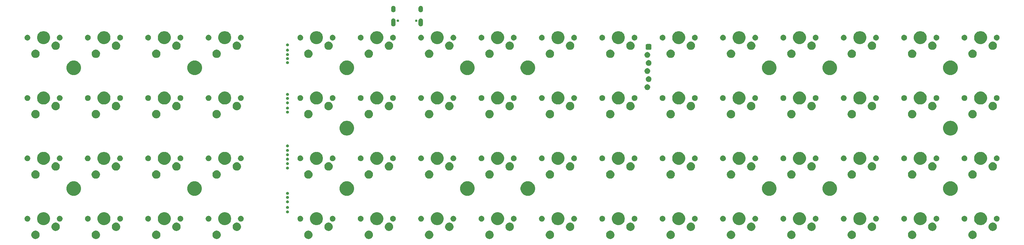
<source format=gbr>
G04 #@! TF.GenerationSoftware,KiCad,Pcbnew,(5.1.2-1)-1*
G04 #@! TF.CreationDate,2020-05-14T19:55:08-05:00*
G04 #@! TF.ProjectId,therick64BASP,74686572-6963-46b3-9634-424153502e6b,rev?*
G04 #@! TF.SameCoordinates,Original*
G04 #@! TF.FileFunction,Soldermask,Top*
G04 #@! TF.FilePolarity,Negative*
%FSLAX46Y46*%
G04 Gerber Fmt 4.6, Leading zero omitted, Abs format (unit mm)*
G04 Created by KiCad (PCBNEW (5.1.2-1)-1) date 2020-05-14 19:55:08*
%MOMM*%
%LPD*%
G04 APERTURE LIST*
%ADD10C,0.100000*%
G04 APERTURE END LIST*
D10*
G36*
X351497713Y-113224384D02*
G01*
X351625321Y-113249767D01*
X351766147Y-113308099D01*
X351865726Y-113349346D01*
X351865727Y-113349347D01*
X352082088Y-113493914D01*
X352266087Y-113677913D01*
X352362684Y-113822481D01*
X352410655Y-113894275D01*
X352451902Y-113993854D01*
X352510234Y-114134680D01*
X352510234Y-114134682D01*
X352560942Y-114389605D01*
X352560999Y-114389895D01*
X352560999Y-114650109D01*
X352510234Y-114905324D01*
X352451902Y-115046150D01*
X352410655Y-115145729D01*
X352410654Y-115145730D01*
X352266087Y-115362091D01*
X352082088Y-115546090D01*
X351937520Y-115642687D01*
X351865726Y-115690658D01*
X351766147Y-115731905D01*
X351625321Y-115790237D01*
X351497714Y-115815619D01*
X351370108Y-115841002D01*
X351109890Y-115841002D01*
X350982284Y-115815619D01*
X350854677Y-115790237D01*
X350713851Y-115731905D01*
X350614272Y-115690658D01*
X350542478Y-115642687D01*
X350397910Y-115546090D01*
X350213911Y-115362091D01*
X350069344Y-115145730D01*
X350069343Y-115145729D01*
X350028096Y-115046150D01*
X349969764Y-114905324D01*
X349918999Y-114650109D01*
X349918999Y-114389895D01*
X349919057Y-114389605D01*
X349969764Y-114134682D01*
X349969764Y-114134680D01*
X350028096Y-113993854D01*
X350069343Y-113894275D01*
X350117314Y-113822481D01*
X350213911Y-113677913D01*
X350397910Y-113493914D01*
X350614271Y-113349347D01*
X350614272Y-113349346D01*
X350713851Y-113308099D01*
X350854677Y-113249767D01*
X350982285Y-113224384D01*
X351109890Y-113199002D01*
X351370108Y-113199002D01*
X351497713Y-113224384D01*
X351497713Y-113224384D01*
G37*
G36*
X218497713Y-113224384D02*
G01*
X218625321Y-113249767D01*
X218766147Y-113308099D01*
X218865726Y-113349346D01*
X218865727Y-113349347D01*
X219082088Y-113493914D01*
X219266087Y-113677913D01*
X219362684Y-113822481D01*
X219410655Y-113894275D01*
X219451902Y-113993854D01*
X219510234Y-114134680D01*
X219510234Y-114134682D01*
X219560942Y-114389605D01*
X219560999Y-114389895D01*
X219560999Y-114650109D01*
X219510234Y-114905324D01*
X219451902Y-115046150D01*
X219410655Y-115145729D01*
X219410654Y-115145730D01*
X219266087Y-115362091D01*
X219082088Y-115546090D01*
X218937520Y-115642687D01*
X218865726Y-115690658D01*
X218766147Y-115731905D01*
X218625321Y-115790237D01*
X218497714Y-115815619D01*
X218370108Y-115841002D01*
X218109890Y-115841002D01*
X217982284Y-115815619D01*
X217854677Y-115790237D01*
X217713851Y-115731905D01*
X217614272Y-115690658D01*
X217542478Y-115642687D01*
X217397910Y-115546090D01*
X217213911Y-115362091D01*
X217069344Y-115145730D01*
X217069343Y-115145729D01*
X217028096Y-115046150D01*
X216969764Y-114905324D01*
X216918999Y-114650109D01*
X216918999Y-114389895D01*
X216919057Y-114389605D01*
X216969764Y-114134682D01*
X216969764Y-114134680D01*
X217028096Y-113993854D01*
X217069343Y-113894275D01*
X217117314Y-113822481D01*
X217213911Y-113677913D01*
X217397910Y-113493914D01*
X217614271Y-113349347D01*
X217614272Y-113349346D01*
X217713851Y-113308099D01*
X217854677Y-113249767D01*
X217982285Y-113224384D01*
X218109890Y-113199002D01*
X218370108Y-113199002D01*
X218497713Y-113224384D01*
X218497713Y-113224384D01*
G37*
G36*
X180497713Y-113224384D02*
G01*
X180625321Y-113249767D01*
X180766147Y-113308099D01*
X180865726Y-113349346D01*
X180865727Y-113349347D01*
X181082088Y-113493914D01*
X181266087Y-113677913D01*
X181362684Y-113822481D01*
X181410655Y-113894275D01*
X181451902Y-113993854D01*
X181510234Y-114134680D01*
X181510234Y-114134682D01*
X181560942Y-114389605D01*
X181560999Y-114389895D01*
X181560999Y-114650109D01*
X181510234Y-114905324D01*
X181451902Y-115046150D01*
X181410655Y-115145729D01*
X181410654Y-115145730D01*
X181266087Y-115362091D01*
X181082088Y-115546090D01*
X180937520Y-115642687D01*
X180865726Y-115690658D01*
X180766147Y-115731905D01*
X180625321Y-115790237D01*
X180497714Y-115815619D01*
X180370108Y-115841002D01*
X180109890Y-115841002D01*
X179982284Y-115815619D01*
X179854677Y-115790237D01*
X179713851Y-115731905D01*
X179614272Y-115690658D01*
X179542478Y-115642687D01*
X179397910Y-115546090D01*
X179213911Y-115362091D01*
X179069344Y-115145730D01*
X179069343Y-115145729D01*
X179028096Y-115046150D01*
X178969764Y-114905324D01*
X178918999Y-114650109D01*
X178918999Y-114389895D01*
X178919057Y-114389605D01*
X178969764Y-114134682D01*
X178969764Y-114134680D01*
X179028096Y-113993854D01*
X179069343Y-113894275D01*
X179117314Y-113822481D01*
X179213911Y-113677913D01*
X179397910Y-113493914D01*
X179614271Y-113349347D01*
X179614272Y-113349346D01*
X179713851Y-113308099D01*
X179854677Y-113249767D01*
X179982285Y-113224384D01*
X180109890Y-113199002D01*
X180370108Y-113199002D01*
X180497713Y-113224384D01*
X180497713Y-113224384D01*
G37*
G36*
X161497713Y-113224384D02*
G01*
X161625321Y-113249767D01*
X161766147Y-113308099D01*
X161865726Y-113349346D01*
X161865727Y-113349347D01*
X162082088Y-113493914D01*
X162266087Y-113677913D01*
X162362684Y-113822481D01*
X162410655Y-113894275D01*
X162451902Y-113993854D01*
X162510234Y-114134680D01*
X162510234Y-114134682D01*
X162560942Y-114389605D01*
X162560999Y-114389895D01*
X162560999Y-114650109D01*
X162510234Y-114905324D01*
X162451902Y-115046150D01*
X162410655Y-115145729D01*
X162410654Y-115145730D01*
X162266087Y-115362091D01*
X162082088Y-115546090D01*
X161937520Y-115642687D01*
X161865726Y-115690658D01*
X161766147Y-115731905D01*
X161625321Y-115790237D01*
X161497714Y-115815619D01*
X161370108Y-115841002D01*
X161109890Y-115841002D01*
X160982284Y-115815619D01*
X160854677Y-115790237D01*
X160713851Y-115731905D01*
X160614272Y-115690658D01*
X160542478Y-115642687D01*
X160397910Y-115546090D01*
X160213911Y-115362091D01*
X160069344Y-115145730D01*
X160069343Y-115145729D01*
X160028096Y-115046150D01*
X159969764Y-114905324D01*
X159918999Y-114650109D01*
X159918999Y-114389895D01*
X159919057Y-114389605D01*
X159969764Y-114134682D01*
X159969764Y-114134680D01*
X160028096Y-113993854D01*
X160069343Y-113894275D01*
X160117314Y-113822481D01*
X160213911Y-113677913D01*
X160397910Y-113493914D01*
X160614271Y-113349347D01*
X160614272Y-113349346D01*
X160713851Y-113308099D01*
X160854677Y-113249767D01*
X160982285Y-113224384D01*
X161109890Y-113199002D01*
X161370108Y-113199002D01*
X161497713Y-113224384D01*
X161497713Y-113224384D01*
G37*
G36*
X142497333Y-113224384D02*
G01*
X142624941Y-113249767D01*
X142765767Y-113308099D01*
X142865346Y-113349346D01*
X142865347Y-113349347D01*
X143081708Y-113493914D01*
X143265707Y-113677913D01*
X143362304Y-113822481D01*
X143410275Y-113894275D01*
X143451522Y-113993854D01*
X143509854Y-114134680D01*
X143509854Y-114134682D01*
X143560562Y-114389605D01*
X143560619Y-114389895D01*
X143560619Y-114650109D01*
X143509854Y-114905324D01*
X143451522Y-115046150D01*
X143410275Y-115145729D01*
X143410274Y-115145730D01*
X143265707Y-115362091D01*
X143081708Y-115546090D01*
X142937140Y-115642687D01*
X142865346Y-115690658D01*
X142765767Y-115731905D01*
X142624941Y-115790237D01*
X142497334Y-115815619D01*
X142369728Y-115841002D01*
X142109510Y-115841002D01*
X141981904Y-115815619D01*
X141854297Y-115790237D01*
X141713471Y-115731905D01*
X141613892Y-115690658D01*
X141542098Y-115642687D01*
X141397530Y-115546090D01*
X141213531Y-115362091D01*
X141068964Y-115145730D01*
X141068963Y-115145729D01*
X141027716Y-115046150D01*
X140969384Y-114905324D01*
X140918619Y-114650109D01*
X140918619Y-114389895D01*
X140918677Y-114389605D01*
X140969384Y-114134682D01*
X140969384Y-114134680D01*
X141027716Y-113993854D01*
X141068963Y-113894275D01*
X141116934Y-113822481D01*
X141213531Y-113677913D01*
X141397530Y-113493914D01*
X141613891Y-113349347D01*
X141613892Y-113349346D01*
X141713471Y-113308099D01*
X141854297Y-113249767D01*
X141981905Y-113224384D01*
X142109510Y-113199002D01*
X142369728Y-113199002D01*
X142497333Y-113224384D01*
X142497333Y-113224384D01*
G37*
G36*
X237497084Y-113224095D02*
G01*
X237624691Y-113249477D01*
X237765517Y-113307809D01*
X237865096Y-113349056D01*
X237936890Y-113397027D01*
X238081458Y-113493624D01*
X238265457Y-113677623D01*
X238265651Y-113677914D01*
X238410025Y-113893985D01*
X238410145Y-113894275D01*
X238509604Y-114134390D01*
X238509662Y-114134682D01*
X238560369Y-114389603D01*
X238560369Y-114649821D01*
X238560311Y-114650111D01*
X238509604Y-114905034D01*
X238451272Y-115045860D01*
X238410025Y-115145439D01*
X238362054Y-115217233D01*
X238265457Y-115361801D01*
X238081458Y-115545800D01*
X237936890Y-115642397D01*
X237865096Y-115690368D01*
X237765517Y-115731615D01*
X237624691Y-115789947D01*
X237497084Y-115815329D01*
X237369478Y-115840712D01*
X237109260Y-115840712D01*
X236981654Y-115815329D01*
X236854047Y-115789947D01*
X236713221Y-115731615D01*
X236613642Y-115690368D01*
X236541848Y-115642397D01*
X236397280Y-115545800D01*
X236213281Y-115361801D01*
X236116684Y-115217233D01*
X236068713Y-115145439D01*
X236027466Y-115045860D01*
X235969134Y-114905034D01*
X235918427Y-114650111D01*
X235918369Y-114649821D01*
X235918369Y-114389603D01*
X235969076Y-114134682D01*
X235969134Y-114134390D01*
X236068593Y-113894275D01*
X236068713Y-113893985D01*
X236213087Y-113677914D01*
X236213281Y-113677623D01*
X236397280Y-113493624D01*
X236541848Y-113397027D01*
X236613642Y-113349056D01*
X236713221Y-113307809D01*
X236854047Y-113249477D01*
X236981654Y-113224095D01*
X237109260Y-113198712D01*
X237369478Y-113198712D01*
X237497084Y-113224095D01*
X237497084Y-113224095D01*
G37*
G36*
X199497184Y-113224095D02*
G01*
X199624791Y-113249477D01*
X199765617Y-113307809D01*
X199865196Y-113349056D01*
X199936990Y-113397027D01*
X200081558Y-113493624D01*
X200265557Y-113677623D01*
X200265751Y-113677914D01*
X200410125Y-113893985D01*
X200410245Y-113894275D01*
X200509704Y-114134390D01*
X200509762Y-114134682D01*
X200560469Y-114389603D01*
X200560469Y-114649821D01*
X200560411Y-114650111D01*
X200509704Y-114905034D01*
X200451372Y-115045860D01*
X200410125Y-115145439D01*
X200362154Y-115217233D01*
X200265557Y-115361801D01*
X200081558Y-115545800D01*
X199936990Y-115642397D01*
X199865196Y-115690368D01*
X199765617Y-115731615D01*
X199624791Y-115789947D01*
X199497184Y-115815329D01*
X199369578Y-115840712D01*
X199109360Y-115840712D01*
X198981754Y-115815329D01*
X198854147Y-115789947D01*
X198713321Y-115731615D01*
X198613742Y-115690368D01*
X198541948Y-115642397D01*
X198397380Y-115545800D01*
X198213381Y-115361801D01*
X198116784Y-115217233D01*
X198068813Y-115145439D01*
X198027566Y-115045860D01*
X197969234Y-114905034D01*
X197918527Y-114650111D01*
X197918469Y-114649821D01*
X197918469Y-114389603D01*
X197969176Y-114134682D01*
X197969234Y-114134390D01*
X198068693Y-113894275D01*
X198068813Y-113893985D01*
X198213187Y-113677914D01*
X198213381Y-113677623D01*
X198397380Y-113493624D01*
X198541948Y-113397027D01*
X198613742Y-113349056D01*
X198713321Y-113307809D01*
X198854147Y-113249477D01*
X198981754Y-113224095D01*
X199109360Y-113198712D01*
X199369578Y-113198712D01*
X199497184Y-113224095D01*
X199497184Y-113224095D01*
G37*
G36*
X113617410Y-113224095D02*
G01*
X113745017Y-113249477D01*
X113885843Y-113307809D01*
X113985422Y-113349056D01*
X114057216Y-113397027D01*
X114201784Y-113493624D01*
X114385783Y-113677623D01*
X114385977Y-113677914D01*
X114530351Y-113893985D01*
X114530471Y-113894275D01*
X114629930Y-114134390D01*
X114629988Y-114134682D01*
X114680695Y-114389603D01*
X114680695Y-114649821D01*
X114680637Y-114650111D01*
X114629930Y-114905034D01*
X114571598Y-115045860D01*
X114530351Y-115145439D01*
X114482380Y-115217233D01*
X114385783Y-115361801D01*
X114201784Y-115545800D01*
X114057216Y-115642397D01*
X113985422Y-115690368D01*
X113885843Y-115731615D01*
X113745017Y-115789947D01*
X113617410Y-115815329D01*
X113489804Y-115840712D01*
X113229586Y-115840712D01*
X113101980Y-115815329D01*
X112974373Y-115789947D01*
X112833547Y-115731615D01*
X112733968Y-115690368D01*
X112662174Y-115642397D01*
X112517606Y-115545800D01*
X112333607Y-115361801D01*
X112237010Y-115217233D01*
X112189039Y-115145439D01*
X112147792Y-115045860D01*
X112089460Y-114905034D01*
X112038753Y-114650111D01*
X112038695Y-114649821D01*
X112038695Y-114389603D01*
X112089402Y-114134682D01*
X112089460Y-114134390D01*
X112188919Y-113894275D01*
X112189039Y-113893985D01*
X112333413Y-113677914D01*
X112333607Y-113677623D01*
X112517606Y-113493624D01*
X112662174Y-113397027D01*
X112733968Y-113349056D01*
X112833547Y-113307809D01*
X112974373Y-113249477D01*
X113101980Y-113224095D01*
X113229586Y-113198712D01*
X113489804Y-113198712D01*
X113617410Y-113224095D01*
X113617410Y-113224095D01*
G37*
G36*
X94617460Y-113224095D02*
G01*
X94745067Y-113249477D01*
X94885893Y-113307809D01*
X94985472Y-113349056D01*
X95057266Y-113397027D01*
X95201834Y-113493624D01*
X95385833Y-113677623D01*
X95386027Y-113677914D01*
X95530401Y-113893985D01*
X95530521Y-113894275D01*
X95629980Y-114134390D01*
X95630038Y-114134682D01*
X95680745Y-114389603D01*
X95680745Y-114649821D01*
X95680687Y-114650111D01*
X95629980Y-114905034D01*
X95571648Y-115045860D01*
X95530401Y-115145439D01*
X95482430Y-115217233D01*
X95385833Y-115361801D01*
X95201834Y-115545800D01*
X95057266Y-115642397D01*
X94985472Y-115690368D01*
X94885893Y-115731615D01*
X94745067Y-115789947D01*
X94617460Y-115815329D01*
X94489854Y-115840712D01*
X94229636Y-115840712D01*
X94102030Y-115815329D01*
X93974423Y-115789947D01*
X93833597Y-115731615D01*
X93734018Y-115690368D01*
X93662224Y-115642397D01*
X93517656Y-115545800D01*
X93333657Y-115361801D01*
X93237060Y-115217233D01*
X93189089Y-115145439D01*
X93147842Y-115045860D01*
X93089510Y-114905034D01*
X93038803Y-114650111D01*
X93038745Y-114649821D01*
X93038745Y-114389603D01*
X93089452Y-114134682D01*
X93089510Y-114134390D01*
X93188969Y-113894275D01*
X93189089Y-113893985D01*
X93333463Y-113677914D01*
X93333657Y-113677623D01*
X93517656Y-113493624D01*
X93662224Y-113397027D01*
X93734018Y-113349056D01*
X93833597Y-113307809D01*
X93974423Y-113249477D01*
X94102030Y-113224095D01*
X94229636Y-113198712D01*
X94489854Y-113198712D01*
X94617460Y-113224095D01*
X94617460Y-113224095D01*
G37*
G36*
X75617510Y-113224095D02*
G01*
X75745117Y-113249477D01*
X75885943Y-113307809D01*
X75985522Y-113349056D01*
X76057316Y-113397027D01*
X76201884Y-113493624D01*
X76385883Y-113677623D01*
X76386077Y-113677914D01*
X76530451Y-113893985D01*
X76530571Y-113894275D01*
X76630030Y-114134390D01*
X76630088Y-114134682D01*
X76680795Y-114389603D01*
X76680795Y-114649821D01*
X76680737Y-114650111D01*
X76630030Y-114905034D01*
X76571698Y-115045860D01*
X76530451Y-115145439D01*
X76482480Y-115217233D01*
X76385883Y-115361801D01*
X76201884Y-115545800D01*
X76057316Y-115642397D01*
X75985522Y-115690368D01*
X75885943Y-115731615D01*
X75745117Y-115789947D01*
X75617510Y-115815329D01*
X75489904Y-115840712D01*
X75229686Y-115840712D01*
X75102080Y-115815329D01*
X74974473Y-115789947D01*
X74833647Y-115731615D01*
X74734068Y-115690368D01*
X74662274Y-115642397D01*
X74517706Y-115545800D01*
X74333707Y-115361801D01*
X74237110Y-115217233D01*
X74189139Y-115145439D01*
X74147892Y-115045860D01*
X74089560Y-114905034D01*
X74038853Y-114650111D01*
X74038795Y-114649821D01*
X74038795Y-114389603D01*
X74089502Y-114134682D01*
X74089560Y-114134390D01*
X74189019Y-113894275D01*
X74189139Y-113893985D01*
X74333513Y-113677914D01*
X74333707Y-113677623D01*
X74517706Y-113493624D01*
X74662274Y-113397027D01*
X74734068Y-113349056D01*
X74833647Y-113307809D01*
X74974473Y-113249477D01*
X75102080Y-113224095D01*
X75229686Y-113198712D01*
X75489904Y-113198712D01*
X75617510Y-113224095D01*
X75617510Y-113224095D01*
G37*
G36*
X56617560Y-113224095D02*
G01*
X56745167Y-113249477D01*
X56885993Y-113307809D01*
X56985572Y-113349056D01*
X57057366Y-113397027D01*
X57201934Y-113493624D01*
X57385933Y-113677623D01*
X57386127Y-113677914D01*
X57530501Y-113893985D01*
X57530621Y-113894275D01*
X57630080Y-114134390D01*
X57630138Y-114134682D01*
X57680845Y-114389603D01*
X57680845Y-114649821D01*
X57680787Y-114650111D01*
X57630080Y-114905034D01*
X57571748Y-115045860D01*
X57530501Y-115145439D01*
X57482530Y-115217233D01*
X57385933Y-115361801D01*
X57201934Y-115545800D01*
X57057366Y-115642397D01*
X56985572Y-115690368D01*
X56885993Y-115731615D01*
X56745167Y-115789947D01*
X56617560Y-115815329D01*
X56489954Y-115840712D01*
X56229736Y-115840712D01*
X56102130Y-115815329D01*
X55974523Y-115789947D01*
X55833697Y-115731615D01*
X55734118Y-115690368D01*
X55662324Y-115642397D01*
X55517756Y-115545800D01*
X55333757Y-115361801D01*
X55237160Y-115217233D01*
X55189189Y-115145439D01*
X55147942Y-115045860D01*
X55089610Y-114905034D01*
X55038903Y-114650111D01*
X55038845Y-114649821D01*
X55038845Y-114389603D01*
X55089552Y-114134682D01*
X55089610Y-114134390D01*
X55189069Y-113894275D01*
X55189189Y-113893985D01*
X55333563Y-113677914D01*
X55333757Y-113677623D01*
X55517756Y-113493624D01*
X55662324Y-113397027D01*
X55734118Y-113349056D01*
X55833697Y-113307809D01*
X55974523Y-113249477D01*
X56102130Y-113224095D01*
X56229736Y-113198712D01*
X56489954Y-113198712D01*
X56617560Y-113224095D01*
X56617560Y-113224095D01*
G37*
G36*
X332496834Y-113224095D02*
G01*
X332624441Y-113249477D01*
X332765267Y-113307809D01*
X332864846Y-113349056D01*
X332936640Y-113397027D01*
X333081208Y-113493624D01*
X333265207Y-113677623D01*
X333265401Y-113677914D01*
X333409775Y-113893985D01*
X333409895Y-113894275D01*
X333509354Y-114134390D01*
X333509412Y-114134682D01*
X333560119Y-114389603D01*
X333560119Y-114649821D01*
X333560061Y-114650111D01*
X333509354Y-114905034D01*
X333451022Y-115045860D01*
X333409775Y-115145439D01*
X333361804Y-115217233D01*
X333265207Y-115361801D01*
X333081208Y-115545800D01*
X332936640Y-115642397D01*
X332864846Y-115690368D01*
X332765267Y-115731615D01*
X332624441Y-115789947D01*
X332496834Y-115815329D01*
X332369228Y-115840712D01*
X332109010Y-115840712D01*
X331981404Y-115815329D01*
X331853797Y-115789947D01*
X331712971Y-115731615D01*
X331613392Y-115690368D01*
X331541598Y-115642397D01*
X331397030Y-115545800D01*
X331213031Y-115361801D01*
X331116434Y-115217233D01*
X331068463Y-115145439D01*
X331027216Y-115045860D01*
X330968884Y-114905034D01*
X330918177Y-114650111D01*
X330918119Y-114649821D01*
X330918119Y-114389603D01*
X330968826Y-114134682D01*
X330968884Y-114134390D01*
X331068343Y-113894275D01*
X331068463Y-113893985D01*
X331212837Y-113677914D01*
X331213031Y-113677623D01*
X331397030Y-113493624D01*
X331541598Y-113397027D01*
X331613392Y-113349056D01*
X331712971Y-113307809D01*
X331853797Y-113249477D01*
X331981404Y-113224095D01*
X332109010Y-113198712D01*
X332369228Y-113198712D01*
X332496834Y-113224095D01*
X332496834Y-113224095D01*
G37*
G36*
X294496934Y-113224095D02*
G01*
X294624541Y-113249477D01*
X294765367Y-113307809D01*
X294864946Y-113349056D01*
X294936740Y-113397027D01*
X295081308Y-113493624D01*
X295265307Y-113677623D01*
X295265501Y-113677914D01*
X295409875Y-113893985D01*
X295409995Y-113894275D01*
X295509454Y-114134390D01*
X295509512Y-114134682D01*
X295560219Y-114389603D01*
X295560219Y-114649821D01*
X295560161Y-114650111D01*
X295509454Y-114905034D01*
X295451122Y-115045860D01*
X295409875Y-115145439D01*
X295361904Y-115217233D01*
X295265307Y-115361801D01*
X295081308Y-115545800D01*
X294936740Y-115642397D01*
X294864946Y-115690368D01*
X294765367Y-115731615D01*
X294624541Y-115789947D01*
X294496934Y-115815329D01*
X294369328Y-115840712D01*
X294109110Y-115840712D01*
X293981504Y-115815329D01*
X293853897Y-115789947D01*
X293713071Y-115731615D01*
X293613492Y-115690368D01*
X293541698Y-115642397D01*
X293397130Y-115545800D01*
X293213131Y-115361801D01*
X293116534Y-115217233D01*
X293068563Y-115145439D01*
X293027316Y-115045860D01*
X292968984Y-114905034D01*
X292918277Y-114650111D01*
X292918219Y-114649821D01*
X292918219Y-114389603D01*
X292968926Y-114134682D01*
X292968984Y-114134390D01*
X293068443Y-113894275D01*
X293068563Y-113893985D01*
X293212937Y-113677914D01*
X293213131Y-113677623D01*
X293397130Y-113493624D01*
X293541698Y-113397027D01*
X293613492Y-113349056D01*
X293713071Y-113307809D01*
X293853897Y-113249477D01*
X293981504Y-113224095D01*
X294109110Y-113198712D01*
X294369328Y-113198712D01*
X294496934Y-113224095D01*
X294496934Y-113224095D01*
G37*
G36*
X275496984Y-113224095D02*
G01*
X275624591Y-113249477D01*
X275765417Y-113307809D01*
X275864996Y-113349056D01*
X275936790Y-113397027D01*
X276081358Y-113493624D01*
X276265357Y-113677623D01*
X276265551Y-113677914D01*
X276409925Y-113893985D01*
X276410045Y-113894275D01*
X276509504Y-114134390D01*
X276509562Y-114134682D01*
X276560269Y-114389603D01*
X276560269Y-114649821D01*
X276560211Y-114650111D01*
X276509504Y-114905034D01*
X276451172Y-115045860D01*
X276409925Y-115145439D01*
X276361954Y-115217233D01*
X276265357Y-115361801D01*
X276081358Y-115545800D01*
X275936790Y-115642397D01*
X275864996Y-115690368D01*
X275765417Y-115731615D01*
X275624591Y-115789947D01*
X275496984Y-115815329D01*
X275369378Y-115840712D01*
X275109160Y-115840712D01*
X274981554Y-115815329D01*
X274853947Y-115789947D01*
X274713121Y-115731615D01*
X274613542Y-115690368D01*
X274541748Y-115642397D01*
X274397180Y-115545800D01*
X274213181Y-115361801D01*
X274116584Y-115217233D01*
X274068613Y-115145439D01*
X274027366Y-115045860D01*
X273969034Y-114905034D01*
X273918327Y-114650111D01*
X273918269Y-114649821D01*
X273918269Y-114389603D01*
X273968976Y-114134682D01*
X273969034Y-114134390D01*
X274068493Y-113894275D01*
X274068613Y-113893985D01*
X274212987Y-113677914D01*
X274213181Y-113677623D01*
X274397180Y-113493624D01*
X274541748Y-113397027D01*
X274613542Y-113349056D01*
X274713121Y-113307809D01*
X274853947Y-113249477D01*
X274981554Y-113224095D01*
X275109160Y-113198712D01*
X275369378Y-113198712D01*
X275496984Y-113224095D01*
X275496984Y-113224095D01*
G37*
G36*
X256497034Y-113224095D02*
G01*
X256624641Y-113249477D01*
X256765467Y-113307809D01*
X256865046Y-113349056D01*
X256936840Y-113397027D01*
X257081408Y-113493624D01*
X257265407Y-113677623D01*
X257265601Y-113677914D01*
X257409975Y-113893985D01*
X257410095Y-113894275D01*
X257509554Y-114134390D01*
X257509612Y-114134682D01*
X257560319Y-114389603D01*
X257560319Y-114649821D01*
X257560261Y-114650111D01*
X257509554Y-114905034D01*
X257451222Y-115045860D01*
X257409975Y-115145439D01*
X257362004Y-115217233D01*
X257265407Y-115361801D01*
X257081408Y-115545800D01*
X256936840Y-115642397D01*
X256865046Y-115690368D01*
X256765467Y-115731615D01*
X256624641Y-115789947D01*
X256497034Y-115815329D01*
X256369428Y-115840712D01*
X256109210Y-115840712D01*
X255981604Y-115815329D01*
X255853997Y-115789947D01*
X255713171Y-115731615D01*
X255613592Y-115690368D01*
X255541798Y-115642397D01*
X255397230Y-115545800D01*
X255213231Y-115361801D01*
X255116634Y-115217233D01*
X255068663Y-115145439D01*
X255027416Y-115045860D01*
X254969084Y-114905034D01*
X254918377Y-114650111D01*
X254918319Y-114649821D01*
X254918319Y-114389603D01*
X254969026Y-114134682D01*
X254969084Y-114134390D01*
X255068543Y-113894275D01*
X255068663Y-113893985D01*
X255213037Y-113677914D01*
X255213231Y-113677623D01*
X255397230Y-113493624D01*
X255541798Y-113397027D01*
X255613592Y-113349056D01*
X255713171Y-113307809D01*
X255853997Y-113249477D01*
X255981604Y-113224095D01*
X256109210Y-113198712D01*
X256369428Y-113198712D01*
X256497034Y-113224095D01*
X256497034Y-113224095D01*
G37*
G36*
X313496884Y-113224095D02*
G01*
X313624491Y-113249477D01*
X313765317Y-113307809D01*
X313864896Y-113349056D01*
X313936690Y-113397027D01*
X314081258Y-113493624D01*
X314265257Y-113677623D01*
X314265451Y-113677914D01*
X314409825Y-113893985D01*
X314409945Y-113894275D01*
X314509404Y-114134390D01*
X314509462Y-114134682D01*
X314560169Y-114389603D01*
X314560169Y-114649821D01*
X314560111Y-114650111D01*
X314509404Y-114905034D01*
X314451072Y-115045860D01*
X314409825Y-115145439D01*
X314361854Y-115217233D01*
X314265257Y-115361801D01*
X314081258Y-115545800D01*
X313936690Y-115642397D01*
X313864896Y-115690368D01*
X313765317Y-115731615D01*
X313624491Y-115789947D01*
X313496884Y-115815329D01*
X313369278Y-115840712D01*
X313109060Y-115840712D01*
X312981454Y-115815329D01*
X312853847Y-115789947D01*
X312713021Y-115731615D01*
X312613442Y-115690368D01*
X312541648Y-115642397D01*
X312397080Y-115545800D01*
X312213081Y-115361801D01*
X312116484Y-115217233D01*
X312068513Y-115145439D01*
X312027266Y-115045860D01*
X311968934Y-114905034D01*
X311918227Y-114650111D01*
X311918169Y-114649821D01*
X311918169Y-114389603D01*
X311968876Y-114134682D01*
X311968934Y-114134390D01*
X312068393Y-113894275D01*
X312068513Y-113893985D01*
X312212887Y-113677914D01*
X312213081Y-113677623D01*
X312397080Y-113493624D01*
X312541648Y-113397027D01*
X312613442Y-113349056D01*
X312713021Y-113307809D01*
X312853847Y-113249477D01*
X312981454Y-113224095D01*
X313109060Y-113198712D01*
X313369278Y-113198712D01*
X313496884Y-113224095D01*
X313496884Y-113224095D01*
G37*
G36*
X148847334Y-110684385D02*
G01*
X148974941Y-110709767D01*
X149115767Y-110768099D01*
X149215346Y-110809346D01*
X149215347Y-110809347D01*
X149431708Y-110953914D01*
X149615707Y-111137913D01*
X149691856Y-111251879D01*
X149760275Y-111354275D01*
X149801522Y-111453854D01*
X149859854Y-111594680D01*
X149859854Y-111594682D01*
X149910562Y-111849605D01*
X149910619Y-111849895D01*
X149910619Y-112110109D01*
X149859854Y-112365324D01*
X149801522Y-112506150D01*
X149760275Y-112605729D01*
X149760274Y-112605730D01*
X149615707Y-112822091D01*
X149431708Y-113006090D01*
X149287140Y-113102687D01*
X149215346Y-113150658D01*
X149115767Y-113191905D01*
X148974941Y-113250237D01*
X148847333Y-113275620D01*
X148719728Y-113301002D01*
X148459510Y-113301002D01*
X148331905Y-113275620D01*
X148204297Y-113250237D01*
X148063471Y-113191905D01*
X147963892Y-113150658D01*
X147892098Y-113102687D01*
X147747530Y-113006090D01*
X147563531Y-112822091D01*
X147418964Y-112605730D01*
X147418963Y-112605729D01*
X147377716Y-112506150D01*
X147319384Y-112365324D01*
X147268619Y-112110109D01*
X147268619Y-111849895D01*
X147268677Y-111849605D01*
X147319384Y-111594682D01*
X147319384Y-111594680D01*
X147377716Y-111453854D01*
X147418963Y-111354275D01*
X147487382Y-111251879D01*
X147563531Y-111137913D01*
X147747530Y-110953914D01*
X147963891Y-110809347D01*
X147963892Y-110809346D01*
X148063471Y-110768099D01*
X148204297Y-110709767D01*
X148331904Y-110684385D01*
X148459510Y-110659002D01*
X148719728Y-110659002D01*
X148847334Y-110684385D01*
X148847334Y-110684385D01*
G37*
G36*
X167847714Y-110684385D02*
G01*
X167975321Y-110709767D01*
X168116147Y-110768099D01*
X168215726Y-110809346D01*
X168215727Y-110809347D01*
X168432088Y-110953914D01*
X168616087Y-111137913D01*
X168692236Y-111251879D01*
X168760655Y-111354275D01*
X168801902Y-111453854D01*
X168860234Y-111594680D01*
X168860234Y-111594682D01*
X168910942Y-111849605D01*
X168910999Y-111849895D01*
X168910999Y-112110109D01*
X168860234Y-112365324D01*
X168801902Y-112506150D01*
X168760655Y-112605729D01*
X168760654Y-112605730D01*
X168616087Y-112822091D01*
X168432088Y-113006090D01*
X168287520Y-113102687D01*
X168215726Y-113150658D01*
X168116147Y-113191905D01*
X167975321Y-113250237D01*
X167847713Y-113275620D01*
X167720108Y-113301002D01*
X167459890Y-113301002D01*
X167332285Y-113275620D01*
X167204677Y-113250237D01*
X167063851Y-113191905D01*
X166964272Y-113150658D01*
X166892478Y-113102687D01*
X166747910Y-113006090D01*
X166563911Y-112822091D01*
X166419344Y-112605730D01*
X166419343Y-112605729D01*
X166378096Y-112506150D01*
X166319764Y-112365324D01*
X166268999Y-112110109D01*
X166268999Y-111849895D01*
X166269057Y-111849605D01*
X166319764Y-111594682D01*
X166319764Y-111594680D01*
X166378096Y-111453854D01*
X166419343Y-111354275D01*
X166487762Y-111251879D01*
X166563911Y-111137913D01*
X166747910Y-110953914D01*
X166964271Y-110809347D01*
X166964272Y-110809346D01*
X167063851Y-110768099D01*
X167204677Y-110709767D01*
X167332284Y-110684385D01*
X167459890Y-110659002D01*
X167720108Y-110659002D01*
X167847714Y-110684385D01*
X167847714Y-110684385D01*
G37*
G36*
X186847714Y-110684385D02*
G01*
X186975321Y-110709767D01*
X187116147Y-110768099D01*
X187215726Y-110809346D01*
X187215727Y-110809347D01*
X187432088Y-110953914D01*
X187616087Y-111137913D01*
X187692236Y-111251879D01*
X187760655Y-111354275D01*
X187801902Y-111453854D01*
X187860234Y-111594680D01*
X187860234Y-111594682D01*
X187910942Y-111849605D01*
X187910999Y-111849895D01*
X187910999Y-112110109D01*
X187860234Y-112365324D01*
X187801902Y-112506150D01*
X187760655Y-112605729D01*
X187760654Y-112605730D01*
X187616087Y-112822091D01*
X187432088Y-113006090D01*
X187287520Y-113102687D01*
X187215726Y-113150658D01*
X187116147Y-113191905D01*
X186975321Y-113250237D01*
X186847713Y-113275620D01*
X186720108Y-113301002D01*
X186459890Y-113301002D01*
X186332285Y-113275620D01*
X186204677Y-113250237D01*
X186063851Y-113191905D01*
X185964272Y-113150658D01*
X185892478Y-113102687D01*
X185747910Y-113006090D01*
X185563911Y-112822091D01*
X185419344Y-112605730D01*
X185419343Y-112605729D01*
X185378096Y-112506150D01*
X185319764Y-112365324D01*
X185268999Y-112110109D01*
X185268999Y-111849895D01*
X185269057Y-111849605D01*
X185319764Y-111594682D01*
X185319764Y-111594680D01*
X185378096Y-111453854D01*
X185419343Y-111354275D01*
X185487762Y-111251879D01*
X185563911Y-111137913D01*
X185747910Y-110953914D01*
X185964271Y-110809347D01*
X185964272Y-110809346D01*
X186063851Y-110768099D01*
X186204677Y-110709767D01*
X186332284Y-110684385D01*
X186459890Y-110659002D01*
X186720108Y-110659002D01*
X186847714Y-110684385D01*
X186847714Y-110684385D01*
G37*
G36*
X224847714Y-110684385D02*
G01*
X224975321Y-110709767D01*
X225116147Y-110768099D01*
X225215726Y-110809346D01*
X225215727Y-110809347D01*
X225432088Y-110953914D01*
X225616087Y-111137913D01*
X225692236Y-111251879D01*
X225760655Y-111354275D01*
X225801902Y-111453854D01*
X225860234Y-111594680D01*
X225860234Y-111594682D01*
X225910942Y-111849605D01*
X225910999Y-111849895D01*
X225910999Y-112110109D01*
X225860234Y-112365324D01*
X225801902Y-112506150D01*
X225760655Y-112605729D01*
X225760654Y-112605730D01*
X225616087Y-112822091D01*
X225432088Y-113006090D01*
X225287520Y-113102687D01*
X225215726Y-113150658D01*
X225116147Y-113191905D01*
X224975321Y-113250237D01*
X224847713Y-113275620D01*
X224720108Y-113301002D01*
X224459890Y-113301002D01*
X224332285Y-113275620D01*
X224204677Y-113250237D01*
X224063851Y-113191905D01*
X223964272Y-113150658D01*
X223892478Y-113102687D01*
X223747910Y-113006090D01*
X223563911Y-112822091D01*
X223419344Y-112605730D01*
X223419343Y-112605729D01*
X223378096Y-112506150D01*
X223319764Y-112365324D01*
X223268999Y-112110109D01*
X223268999Y-111849895D01*
X223269057Y-111849605D01*
X223319764Y-111594682D01*
X223319764Y-111594680D01*
X223378096Y-111453854D01*
X223419343Y-111354275D01*
X223487762Y-111251879D01*
X223563911Y-111137913D01*
X223747910Y-110953914D01*
X223964271Y-110809347D01*
X223964272Y-110809346D01*
X224063851Y-110768099D01*
X224204677Y-110709767D01*
X224332284Y-110684385D01*
X224459890Y-110659002D01*
X224720108Y-110659002D01*
X224847714Y-110684385D01*
X224847714Y-110684385D01*
G37*
G36*
X357847714Y-110684385D02*
G01*
X357975321Y-110709767D01*
X358116147Y-110768099D01*
X358215726Y-110809346D01*
X358215727Y-110809347D01*
X358432088Y-110953914D01*
X358616087Y-111137913D01*
X358692236Y-111251879D01*
X358760655Y-111354275D01*
X358801902Y-111453854D01*
X358860234Y-111594680D01*
X358860234Y-111594682D01*
X358910942Y-111849605D01*
X358910999Y-111849895D01*
X358910999Y-112110109D01*
X358860234Y-112365324D01*
X358801902Y-112506150D01*
X358760655Y-112605729D01*
X358760654Y-112605730D01*
X358616087Y-112822091D01*
X358432088Y-113006090D01*
X358287520Y-113102687D01*
X358215726Y-113150658D01*
X358116147Y-113191905D01*
X357975321Y-113250237D01*
X357847713Y-113275620D01*
X357720108Y-113301002D01*
X357459890Y-113301002D01*
X357332285Y-113275620D01*
X357204677Y-113250237D01*
X357063851Y-113191905D01*
X356964272Y-113150658D01*
X356892478Y-113102687D01*
X356747910Y-113006090D01*
X356563911Y-112822091D01*
X356419344Y-112605730D01*
X356419343Y-112605729D01*
X356378096Y-112506150D01*
X356319764Y-112365324D01*
X356268999Y-112110109D01*
X356268999Y-111849895D01*
X356269057Y-111849605D01*
X356319764Y-111594682D01*
X356319764Y-111594680D01*
X356378096Y-111453854D01*
X356419343Y-111354275D01*
X356487762Y-111251879D01*
X356563911Y-111137913D01*
X356747910Y-110953914D01*
X356964271Y-110809347D01*
X356964272Y-110809346D01*
X357063851Y-110768099D01*
X357204677Y-110709767D01*
X357332284Y-110684385D01*
X357459890Y-110659002D01*
X357720108Y-110659002D01*
X357847714Y-110684385D01*
X357847714Y-110684385D01*
G37*
G36*
X300846934Y-110684095D02*
G01*
X300974541Y-110709477D01*
X301115367Y-110767809D01*
X301214946Y-110809056D01*
X301286740Y-110857027D01*
X301431308Y-110953624D01*
X301615307Y-111137623D01*
X301615501Y-111137914D01*
X301759875Y-111353985D01*
X301781551Y-111406317D01*
X301859454Y-111594390D01*
X301859512Y-111594682D01*
X301910219Y-111849603D01*
X301910219Y-112109821D01*
X301910161Y-112110111D01*
X301859454Y-112365034D01*
X301801122Y-112505860D01*
X301759875Y-112605439D01*
X301711904Y-112677233D01*
X301615307Y-112821801D01*
X301431308Y-113005800D01*
X301286740Y-113102397D01*
X301214946Y-113150368D01*
X301115367Y-113191615D01*
X300974541Y-113249947D01*
X300846934Y-113275329D01*
X300719328Y-113300712D01*
X300459110Y-113300712D01*
X300331504Y-113275329D01*
X300203897Y-113249947D01*
X300063071Y-113191615D01*
X299963492Y-113150368D01*
X299891698Y-113102397D01*
X299747130Y-113005800D01*
X299563131Y-112821801D01*
X299466534Y-112677233D01*
X299418563Y-112605439D01*
X299377316Y-112505860D01*
X299318984Y-112365034D01*
X299268277Y-112110111D01*
X299268219Y-112109821D01*
X299268219Y-111849603D01*
X299318926Y-111594682D01*
X299318984Y-111594390D01*
X299396887Y-111406317D01*
X299418563Y-111353985D01*
X299562937Y-111137914D01*
X299563131Y-111137623D01*
X299747130Y-110953624D01*
X299891698Y-110857027D01*
X299963492Y-110809056D01*
X300063071Y-110767809D01*
X300203897Y-110709477D01*
X300331504Y-110684095D01*
X300459110Y-110658712D01*
X300719328Y-110658712D01*
X300846934Y-110684095D01*
X300846934Y-110684095D01*
G37*
G36*
X205847184Y-110684095D02*
G01*
X205974791Y-110709477D01*
X206115617Y-110767809D01*
X206215196Y-110809056D01*
X206286990Y-110857027D01*
X206431558Y-110953624D01*
X206615557Y-111137623D01*
X206615751Y-111137914D01*
X206760125Y-111353985D01*
X206781801Y-111406317D01*
X206859704Y-111594390D01*
X206859762Y-111594682D01*
X206910469Y-111849603D01*
X206910469Y-112109821D01*
X206910411Y-112110111D01*
X206859704Y-112365034D01*
X206801372Y-112505860D01*
X206760125Y-112605439D01*
X206712154Y-112677233D01*
X206615557Y-112821801D01*
X206431558Y-113005800D01*
X206286990Y-113102397D01*
X206215196Y-113150368D01*
X206115617Y-113191615D01*
X205974791Y-113249947D01*
X205847184Y-113275329D01*
X205719578Y-113300712D01*
X205459360Y-113300712D01*
X205331754Y-113275329D01*
X205204147Y-113249947D01*
X205063321Y-113191615D01*
X204963742Y-113150368D01*
X204891948Y-113102397D01*
X204747380Y-113005800D01*
X204563381Y-112821801D01*
X204466784Y-112677233D01*
X204418813Y-112605439D01*
X204377566Y-112505860D01*
X204319234Y-112365034D01*
X204268527Y-112110111D01*
X204268469Y-112109821D01*
X204268469Y-111849603D01*
X204319176Y-111594682D01*
X204319234Y-111594390D01*
X204397137Y-111406317D01*
X204418813Y-111353985D01*
X204563187Y-111137914D01*
X204563381Y-111137623D01*
X204747380Y-110953624D01*
X204891948Y-110857027D01*
X204963742Y-110809056D01*
X205063321Y-110767809D01*
X205204147Y-110709477D01*
X205331754Y-110684095D01*
X205459360Y-110658712D01*
X205719578Y-110658712D01*
X205847184Y-110684095D01*
X205847184Y-110684095D01*
G37*
G36*
X243847084Y-110684095D02*
G01*
X243974691Y-110709477D01*
X244115517Y-110767809D01*
X244215096Y-110809056D01*
X244286890Y-110857027D01*
X244431458Y-110953624D01*
X244615457Y-111137623D01*
X244615651Y-111137914D01*
X244760025Y-111353985D01*
X244781701Y-111406317D01*
X244859604Y-111594390D01*
X244859662Y-111594682D01*
X244910369Y-111849603D01*
X244910369Y-112109821D01*
X244910311Y-112110111D01*
X244859604Y-112365034D01*
X244801272Y-112505860D01*
X244760025Y-112605439D01*
X244712054Y-112677233D01*
X244615457Y-112821801D01*
X244431458Y-113005800D01*
X244286890Y-113102397D01*
X244215096Y-113150368D01*
X244115517Y-113191615D01*
X243974691Y-113249947D01*
X243847084Y-113275329D01*
X243719478Y-113300712D01*
X243459260Y-113300712D01*
X243331654Y-113275329D01*
X243204047Y-113249947D01*
X243063221Y-113191615D01*
X242963642Y-113150368D01*
X242891848Y-113102397D01*
X242747280Y-113005800D01*
X242563281Y-112821801D01*
X242466684Y-112677233D01*
X242418713Y-112605439D01*
X242377466Y-112505860D01*
X242319134Y-112365034D01*
X242268427Y-112110111D01*
X242268369Y-112109821D01*
X242268369Y-111849603D01*
X242319076Y-111594682D01*
X242319134Y-111594390D01*
X242397037Y-111406317D01*
X242418713Y-111353985D01*
X242563087Y-111137914D01*
X242563281Y-111137623D01*
X242747280Y-110953624D01*
X242891848Y-110857027D01*
X242963642Y-110809056D01*
X243063221Y-110767809D01*
X243204047Y-110709477D01*
X243331654Y-110684095D01*
X243459260Y-110658712D01*
X243719478Y-110658712D01*
X243847084Y-110684095D01*
X243847084Y-110684095D01*
G37*
G36*
X119967410Y-110684095D02*
G01*
X120095017Y-110709477D01*
X120235843Y-110767809D01*
X120335422Y-110809056D01*
X120407216Y-110857027D01*
X120551784Y-110953624D01*
X120735783Y-111137623D01*
X120735977Y-111137914D01*
X120880351Y-111353985D01*
X120902027Y-111406317D01*
X120979930Y-111594390D01*
X120979988Y-111594682D01*
X121030695Y-111849603D01*
X121030695Y-112109821D01*
X121030637Y-112110111D01*
X120979930Y-112365034D01*
X120921598Y-112505860D01*
X120880351Y-112605439D01*
X120832380Y-112677233D01*
X120735783Y-112821801D01*
X120551784Y-113005800D01*
X120407216Y-113102397D01*
X120335422Y-113150368D01*
X120235843Y-113191615D01*
X120095017Y-113249947D01*
X119967410Y-113275329D01*
X119839804Y-113300712D01*
X119579586Y-113300712D01*
X119451980Y-113275329D01*
X119324373Y-113249947D01*
X119183547Y-113191615D01*
X119083968Y-113150368D01*
X119012174Y-113102397D01*
X118867606Y-113005800D01*
X118683607Y-112821801D01*
X118587010Y-112677233D01*
X118539039Y-112605439D01*
X118497792Y-112505860D01*
X118439460Y-112365034D01*
X118388753Y-112110111D01*
X118388695Y-112109821D01*
X118388695Y-111849603D01*
X118439402Y-111594682D01*
X118439460Y-111594390D01*
X118517363Y-111406317D01*
X118539039Y-111353985D01*
X118683413Y-111137914D01*
X118683607Y-111137623D01*
X118867606Y-110953624D01*
X119012174Y-110857027D01*
X119083968Y-110809056D01*
X119183547Y-110767809D01*
X119324373Y-110709477D01*
X119451980Y-110684095D01*
X119579586Y-110658712D01*
X119839804Y-110658712D01*
X119967410Y-110684095D01*
X119967410Y-110684095D01*
G37*
G36*
X281846984Y-110684095D02*
G01*
X281974591Y-110709477D01*
X282115417Y-110767809D01*
X282214996Y-110809056D01*
X282286790Y-110857027D01*
X282431358Y-110953624D01*
X282615357Y-111137623D01*
X282615551Y-111137914D01*
X282759925Y-111353985D01*
X282781601Y-111406317D01*
X282859504Y-111594390D01*
X282859562Y-111594682D01*
X282910269Y-111849603D01*
X282910269Y-112109821D01*
X282910211Y-112110111D01*
X282859504Y-112365034D01*
X282801172Y-112505860D01*
X282759925Y-112605439D01*
X282711954Y-112677233D01*
X282615357Y-112821801D01*
X282431358Y-113005800D01*
X282286790Y-113102397D01*
X282214996Y-113150368D01*
X282115417Y-113191615D01*
X281974591Y-113249947D01*
X281846984Y-113275329D01*
X281719378Y-113300712D01*
X281459160Y-113300712D01*
X281331554Y-113275329D01*
X281203947Y-113249947D01*
X281063121Y-113191615D01*
X280963542Y-113150368D01*
X280891748Y-113102397D01*
X280747180Y-113005800D01*
X280563181Y-112821801D01*
X280466584Y-112677233D01*
X280418613Y-112605439D01*
X280377366Y-112505860D01*
X280319034Y-112365034D01*
X280268327Y-112110111D01*
X280268269Y-112109821D01*
X280268269Y-111849603D01*
X280318976Y-111594682D01*
X280319034Y-111594390D01*
X280396937Y-111406317D01*
X280418613Y-111353985D01*
X280562987Y-111137914D01*
X280563181Y-111137623D01*
X280747180Y-110953624D01*
X280891748Y-110857027D01*
X280963542Y-110809056D01*
X281063121Y-110767809D01*
X281203947Y-110709477D01*
X281331554Y-110684095D01*
X281459160Y-110658712D01*
X281719378Y-110658712D01*
X281846984Y-110684095D01*
X281846984Y-110684095D01*
G37*
G36*
X100967460Y-110684095D02*
G01*
X101095067Y-110709477D01*
X101235893Y-110767809D01*
X101335472Y-110809056D01*
X101407266Y-110857027D01*
X101551834Y-110953624D01*
X101735833Y-111137623D01*
X101736027Y-111137914D01*
X101880401Y-111353985D01*
X101902077Y-111406317D01*
X101979980Y-111594390D01*
X101980038Y-111594682D01*
X102030745Y-111849603D01*
X102030745Y-112109821D01*
X102030687Y-112110111D01*
X101979980Y-112365034D01*
X101921648Y-112505860D01*
X101880401Y-112605439D01*
X101832430Y-112677233D01*
X101735833Y-112821801D01*
X101551834Y-113005800D01*
X101407266Y-113102397D01*
X101335472Y-113150368D01*
X101235893Y-113191615D01*
X101095067Y-113249947D01*
X100967460Y-113275329D01*
X100839854Y-113300712D01*
X100579636Y-113300712D01*
X100452030Y-113275329D01*
X100324423Y-113249947D01*
X100183597Y-113191615D01*
X100084018Y-113150368D01*
X100012224Y-113102397D01*
X99867656Y-113005800D01*
X99683657Y-112821801D01*
X99587060Y-112677233D01*
X99539089Y-112605439D01*
X99497842Y-112505860D01*
X99439510Y-112365034D01*
X99388803Y-112110111D01*
X99388745Y-112109821D01*
X99388745Y-111849603D01*
X99439452Y-111594682D01*
X99439510Y-111594390D01*
X99517413Y-111406317D01*
X99539089Y-111353985D01*
X99683463Y-111137914D01*
X99683657Y-111137623D01*
X99867656Y-110953624D01*
X100012224Y-110857027D01*
X100084018Y-110809056D01*
X100183597Y-110767809D01*
X100324423Y-110709477D01*
X100452030Y-110684095D01*
X100579636Y-110658712D01*
X100839854Y-110658712D01*
X100967460Y-110684095D01*
X100967460Y-110684095D01*
G37*
G36*
X81967510Y-110684095D02*
G01*
X82095117Y-110709477D01*
X82235943Y-110767809D01*
X82335522Y-110809056D01*
X82407316Y-110857027D01*
X82551884Y-110953624D01*
X82735883Y-111137623D01*
X82736077Y-111137914D01*
X82880451Y-111353985D01*
X82902127Y-111406317D01*
X82980030Y-111594390D01*
X82980088Y-111594682D01*
X83030795Y-111849603D01*
X83030795Y-112109821D01*
X83030737Y-112110111D01*
X82980030Y-112365034D01*
X82921698Y-112505860D01*
X82880451Y-112605439D01*
X82832480Y-112677233D01*
X82735883Y-112821801D01*
X82551884Y-113005800D01*
X82407316Y-113102397D01*
X82335522Y-113150368D01*
X82235943Y-113191615D01*
X82095117Y-113249947D01*
X81967510Y-113275329D01*
X81839904Y-113300712D01*
X81579686Y-113300712D01*
X81452080Y-113275329D01*
X81324473Y-113249947D01*
X81183647Y-113191615D01*
X81084068Y-113150368D01*
X81012274Y-113102397D01*
X80867706Y-113005800D01*
X80683707Y-112821801D01*
X80587110Y-112677233D01*
X80539139Y-112605439D01*
X80497892Y-112505860D01*
X80439560Y-112365034D01*
X80388853Y-112110111D01*
X80388795Y-112109821D01*
X80388795Y-111849603D01*
X80439502Y-111594682D01*
X80439560Y-111594390D01*
X80517463Y-111406317D01*
X80539139Y-111353985D01*
X80683513Y-111137914D01*
X80683707Y-111137623D01*
X80867706Y-110953624D01*
X81012274Y-110857027D01*
X81084068Y-110809056D01*
X81183647Y-110767809D01*
X81324473Y-110709477D01*
X81452080Y-110684095D01*
X81579686Y-110658712D01*
X81839904Y-110658712D01*
X81967510Y-110684095D01*
X81967510Y-110684095D01*
G37*
G36*
X319846884Y-110684095D02*
G01*
X319974491Y-110709477D01*
X320115317Y-110767809D01*
X320214896Y-110809056D01*
X320286690Y-110857027D01*
X320431258Y-110953624D01*
X320615257Y-111137623D01*
X320615451Y-111137914D01*
X320759825Y-111353985D01*
X320781501Y-111406317D01*
X320859404Y-111594390D01*
X320859462Y-111594682D01*
X320910169Y-111849603D01*
X320910169Y-112109821D01*
X320910111Y-112110111D01*
X320859404Y-112365034D01*
X320801072Y-112505860D01*
X320759825Y-112605439D01*
X320711854Y-112677233D01*
X320615257Y-112821801D01*
X320431258Y-113005800D01*
X320286690Y-113102397D01*
X320214896Y-113150368D01*
X320115317Y-113191615D01*
X319974491Y-113249947D01*
X319846884Y-113275329D01*
X319719278Y-113300712D01*
X319459060Y-113300712D01*
X319331454Y-113275329D01*
X319203847Y-113249947D01*
X319063021Y-113191615D01*
X318963442Y-113150368D01*
X318891648Y-113102397D01*
X318747080Y-113005800D01*
X318563081Y-112821801D01*
X318466484Y-112677233D01*
X318418513Y-112605439D01*
X318377266Y-112505860D01*
X318318934Y-112365034D01*
X318268227Y-112110111D01*
X318268169Y-112109821D01*
X318268169Y-111849603D01*
X318318876Y-111594682D01*
X318318934Y-111594390D01*
X318396837Y-111406317D01*
X318418513Y-111353985D01*
X318562887Y-111137914D01*
X318563081Y-111137623D01*
X318747080Y-110953624D01*
X318891648Y-110857027D01*
X318963442Y-110809056D01*
X319063021Y-110767809D01*
X319203847Y-110709477D01*
X319331454Y-110684095D01*
X319459060Y-110658712D01*
X319719278Y-110658712D01*
X319846884Y-110684095D01*
X319846884Y-110684095D01*
G37*
G36*
X62967560Y-110684095D02*
G01*
X63095167Y-110709477D01*
X63235993Y-110767809D01*
X63335572Y-110809056D01*
X63407366Y-110857027D01*
X63551934Y-110953624D01*
X63735933Y-111137623D01*
X63736127Y-111137914D01*
X63880501Y-111353985D01*
X63902177Y-111406317D01*
X63980080Y-111594390D01*
X63980138Y-111594682D01*
X64030845Y-111849603D01*
X64030845Y-112109821D01*
X64030787Y-112110111D01*
X63980080Y-112365034D01*
X63921748Y-112505860D01*
X63880501Y-112605439D01*
X63832530Y-112677233D01*
X63735933Y-112821801D01*
X63551934Y-113005800D01*
X63407366Y-113102397D01*
X63335572Y-113150368D01*
X63235993Y-113191615D01*
X63095167Y-113249947D01*
X62967560Y-113275329D01*
X62839954Y-113300712D01*
X62579736Y-113300712D01*
X62452130Y-113275329D01*
X62324523Y-113249947D01*
X62183697Y-113191615D01*
X62084118Y-113150368D01*
X62012324Y-113102397D01*
X61867756Y-113005800D01*
X61683757Y-112821801D01*
X61587160Y-112677233D01*
X61539189Y-112605439D01*
X61497942Y-112505860D01*
X61439610Y-112365034D01*
X61388903Y-112110111D01*
X61388845Y-112109821D01*
X61388845Y-111849603D01*
X61439552Y-111594682D01*
X61439610Y-111594390D01*
X61517513Y-111406317D01*
X61539189Y-111353985D01*
X61683563Y-111137914D01*
X61683757Y-111137623D01*
X61867756Y-110953624D01*
X62012324Y-110857027D01*
X62084118Y-110809056D01*
X62183697Y-110767809D01*
X62324523Y-110709477D01*
X62452130Y-110684095D01*
X62579736Y-110658712D01*
X62839954Y-110658712D01*
X62967560Y-110684095D01*
X62967560Y-110684095D01*
G37*
G36*
X338846834Y-110684095D02*
G01*
X338974441Y-110709477D01*
X339115267Y-110767809D01*
X339214846Y-110809056D01*
X339286640Y-110857027D01*
X339431208Y-110953624D01*
X339615207Y-111137623D01*
X339615401Y-111137914D01*
X339759775Y-111353985D01*
X339781451Y-111406317D01*
X339859354Y-111594390D01*
X339859412Y-111594682D01*
X339910119Y-111849603D01*
X339910119Y-112109821D01*
X339910061Y-112110111D01*
X339859354Y-112365034D01*
X339801022Y-112505860D01*
X339759775Y-112605439D01*
X339711804Y-112677233D01*
X339615207Y-112821801D01*
X339431208Y-113005800D01*
X339286640Y-113102397D01*
X339214846Y-113150368D01*
X339115267Y-113191615D01*
X338974441Y-113249947D01*
X338846834Y-113275329D01*
X338719228Y-113300712D01*
X338459010Y-113300712D01*
X338331404Y-113275329D01*
X338203797Y-113249947D01*
X338062971Y-113191615D01*
X337963392Y-113150368D01*
X337891598Y-113102397D01*
X337747030Y-113005800D01*
X337563031Y-112821801D01*
X337466434Y-112677233D01*
X337418463Y-112605439D01*
X337377216Y-112505860D01*
X337318884Y-112365034D01*
X337268177Y-112110111D01*
X337268119Y-112109821D01*
X337268119Y-111849603D01*
X337318826Y-111594682D01*
X337318884Y-111594390D01*
X337396787Y-111406317D01*
X337418463Y-111353985D01*
X337562837Y-111137914D01*
X337563031Y-111137623D01*
X337747030Y-110953624D01*
X337891598Y-110857027D01*
X337963392Y-110809056D01*
X338062971Y-110767809D01*
X338203797Y-110709477D01*
X338331404Y-110684095D01*
X338459010Y-110658712D01*
X338719228Y-110658712D01*
X338846834Y-110684095D01*
X338846834Y-110684095D01*
G37*
G36*
X262847034Y-110684095D02*
G01*
X262974641Y-110709477D01*
X263115467Y-110767809D01*
X263215046Y-110809056D01*
X263286840Y-110857027D01*
X263431408Y-110953624D01*
X263615407Y-111137623D01*
X263615601Y-111137914D01*
X263759975Y-111353985D01*
X263781651Y-111406317D01*
X263859554Y-111594390D01*
X263859612Y-111594682D01*
X263910319Y-111849603D01*
X263910319Y-112109821D01*
X263910261Y-112110111D01*
X263859554Y-112365034D01*
X263801222Y-112505860D01*
X263759975Y-112605439D01*
X263712004Y-112677233D01*
X263615407Y-112821801D01*
X263431408Y-113005800D01*
X263286840Y-113102397D01*
X263215046Y-113150368D01*
X263115467Y-113191615D01*
X262974641Y-113249947D01*
X262847034Y-113275329D01*
X262719428Y-113300712D01*
X262459210Y-113300712D01*
X262331604Y-113275329D01*
X262203997Y-113249947D01*
X262063171Y-113191615D01*
X261963592Y-113150368D01*
X261891798Y-113102397D01*
X261747230Y-113005800D01*
X261563231Y-112821801D01*
X261466634Y-112677233D01*
X261418663Y-112605439D01*
X261377416Y-112505860D01*
X261319084Y-112365034D01*
X261268377Y-112110111D01*
X261268319Y-112109821D01*
X261268319Y-111849603D01*
X261319026Y-111594682D01*
X261319084Y-111594390D01*
X261396987Y-111406317D01*
X261418663Y-111353985D01*
X261563037Y-111137914D01*
X261563231Y-111137623D01*
X261747230Y-110953624D01*
X261891798Y-110857027D01*
X261963592Y-110809056D01*
X262063171Y-110767809D01*
X262203997Y-110709477D01*
X262331604Y-110684095D01*
X262459210Y-110658712D01*
X262719428Y-110658712D01*
X262847034Y-110684095D01*
X262847034Y-110684095D01*
G37*
G36*
X145376093Y-107473686D02*
G01*
X145594093Y-107563985D01*
X145748242Y-107627835D01*
X146083167Y-107851625D01*
X146367996Y-108136454D01*
X146591786Y-108471379D01*
X146655636Y-108625528D01*
X146745935Y-108843528D01*
X146824519Y-109238596D01*
X146824519Y-109641408D01*
X146745935Y-110036476D01*
X146662061Y-110238965D01*
X146591786Y-110408625D01*
X146367996Y-110743550D01*
X146083167Y-111028379D01*
X145748242Y-111252169D01*
X145594093Y-111316019D01*
X145376093Y-111406318D01*
X144981025Y-111484902D01*
X144578213Y-111484902D01*
X144183145Y-111406318D01*
X143965145Y-111316019D01*
X143810996Y-111252169D01*
X143476071Y-111028379D01*
X143191242Y-110743550D01*
X142967452Y-110408625D01*
X142897177Y-110238965D01*
X142813303Y-110036476D01*
X142734719Y-109641408D01*
X142734719Y-109238596D01*
X142813303Y-108843528D01*
X142903602Y-108625528D01*
X142967452Y-108471379D01*
X143191242Y-108136454D01*
X143476071Y-107851625D01*
X143810996Y-107627835D01*
X143965145Y-107563985D01*
X144183145Y-107473686D01*
X144578213Y-107395102D01*
X144981025Y-107395102D01*
X145376093Y-107473686D01*
X145376093Y-107473686D01*
G37*
G36*
X354376473Y-107473686D02*
G01*
X354594473Y-107563985D01*
X354748622Y-107627835D01*
X355083547Y-107851625D01*
X355368376Y-108136454D01*
X355592166Y-108471379D01*
X355656016Y-108625528D01*
X355746315Y-108843528D01*
X355824899Y-109238596D01*
X355824899Y-109641408D01*
X355746315Y-110036476D01*
X355662441Y-110238965D01*
X355592166Y-110408625D01*
X355368376Y-110743550D01*
X355083547Y-111028379D01*
X354748622Y-111252169D01*
X354594473Y-111316019D01*
X354376473Y-111406318D01*
X353981405Y-111484902D01*
X353578593Y-111484902D01*
X353183525Y-111406318D01*
X352965525Y-111316019D01*
X352811376Y-111252169D01*
X352476451Y-111028379D01*
X352191622Y-110743550D01*
X351967832Y-110408625D01*
X351897557Y-110238965D01*
X351813683Y-110036476D01*
X351735099Y-109641408D01*
X351735099Y-109238596D01*
X351813683Y-108843528D01*
X351903982Y-108625528D01*
X351967832Y-108471379D01*
X352191622Y-108136454D01*
X352476451Y-107851625D01*
X352811376Y-107627835D01*
X352965525Y-107563985D01*
X353183525Y-107473686D01*
X353578593Y-107395102D01*
X353981405Y-107395102D01*
X354376473Y-107473686D01*
X354376473Y-107473686D01*
G37*
G36*
X164376473Y-107473686D02*
G01*
X164594473Y-107563985D01*
X164748622Y-107627835D01*
X165083547Y-107851625D01*
X165368376Y-108136454D01*
X165592166Y-108471379D01*
X165656016Y-108625528D01*
X165746315Y-108843528D01*
X165824899Y-109238596D01*
X165824899Y-109641408D01*
X165746315Y-110036476D01*
X165662441Y-110238965D01*
X165592166Y-110408625D01*
X165368376Y-110743550D01*
X165083547Y-111028379D01*
X164748622Y-111252169D01*
X164594473Y-111316019D01*
X164376473Y-111406318D01*
X163981405Y-111484902D01*
X163578593Y-111484902D01*
X163183525Y-111406318D01*
X162965525Y-111316019D01*
X162811376Y-111252169D01*
X162476451Y-111028379D01*
X162191622Y-110743550D01*
X161967832Y-110408625D01*
X161897557Y-110238965D01*
X161813683Y-110036476D01*
X161735099Y-109641408D01*
X161735099Y-109238596D01*
X161813683Y-108843528D01*
X161903982Y-108625528D01*
X161967832Y-108471379D01*
X162191622Y-108136454D01*
X162476451Y-107851625D01*
X162811376Y-107627835D01*
X162965525Y-107563985D01*
X163183525Y-107473686D01*
X163578593Y-107395102D01*
X163981405Y-107395102D01*
X164376473Y-107473686D01*
X164376473Y-107473686D01*
G37*
G36*
X183376473Y-107473686D02*
G01*
X183594473Y-107563985D01*
X183748622Y-107627835D01*
X184083547Y-107851625D01*
X184368376Y-108136454D01*
X184592166Y-108471379D01*
X184656016Y-108625528D01*
X184746315Y-108843528D01*
X184824899Y-109238596D01*
X184824899Y-109641408D01*
X184746315Y-110036476D01*
X184662441Y-110238965D01*
X184592166Y-110408625D01*
X184368376Y-110743550D01*
X184083547Y-111028379D01*
X183748622Y-111252169D01*
X183594473Y-111316019D01*
X183376473Y-111406318D01*
X182981405Y-111484902D01*
X182578593Y-111484902D01*
X182183525Y-111406318D01*
X181965525Y-111316019D01*
X181811376Y-111252169D01*
X181476451Y-111028379D01*
X181191622Y-110743550D01*
X180967832Y-110408625D01*
X180897557Y-110238965D01*
X180813683Y-110036476D01*
X180735099Y-109641408D01*
X180735099Y-109238596D01*
X180813683Y-108843528D01*
X180903982Y-108625528D01*
X180967832Y-108471379D01*
X181191622Y-108136454D01*
X181476451Y-107851625D01*
X181811376Y-107627835D01*
X181965525Y-107563985D01*
X182183525Y-107473686D01*
X182578593Y-107395102D01*
X182981405Y-107395102D01*
X183376473Y-107473686D01*
X183376473Y-107473686D01*
G37*
G36*
X221376473Y-107473686D02*
G01*
X221594473Y-107563985D01*
X221748622Y-107627835D01*
X222083547Y-107851625D01*
X222368376Y-108136454D01*
X222592166Y-108471379D01*
X222656016Y-108625528D01*
X222746315Y-108843528D01*
X222824899Y-109238596D01*
X222824899Y-109641408D01*
X222746315Y-110036476D01*
X222662441Y-110238965D01*
X222592166Y-110408625D01*
X222368376Y-110743550D01*
X222083547Y-111028379D01*
X221748622Y-111252169D01*
X221594473Y-111316019D01*
X221376473Y-111406318D01*
X220981405Y-111484902D01*
X220578593Y-111484902D01*
X220183525Y-111406318D01*
X219965525Y-111316019D01*
X219811376Y-111252169D01*
X219476451Y-111028379D01*
X219191622Y-110743550D01*
X218967832Y-110408625D01*
X218897557Y-110238965D01*
X218813683Y-110036476D01*
X218735099Y-109641408D01*
X218735099Y-109238596D01*
X218813683Y-108843528D01*
X218903982Y-108625528D01*
X218967832Y-108471379D01*
X219191622Y-108136454D01*
X219476451Y-107851625D01*
X219811376Y-107627835D01*
X219965525Y-107563985D01*
X220183525Y-107473686D01*
X220578593Y-107395102D01*
X220981405Y-107395102D01*
X221376473Y-107473686D01*
X221376473Y-107473686D01*
G37*
G36*
X202375943Y-107473396D02*
G01*
X202593943Y-107563695D01*
X202748092Y-107627545D01*
X203083017Y-107851335D01*
X203367846Y-108136164D01*
X203591636Y-108471089D01*
X203633750Y-108572761D01*
X203745785Y-108843238D01*
X203824369Y-109238306D01*
X203824369Y-109641118D01*
X203745785Y-110036186D01*
X203702554Y-110140554D01*
X203591636Y-110408335D01*
X203367846Y-110743260D01*
X203083017Y-111028089D01*
X202748092Y-111251879D01*
X202593943Y-111315729D01*
X202375943Y-111406028D01*
X201980875Y-111484612D01*
X201578063Y-111484612D01*
X201182995Y-111406028D01*
X200964995Y-111315729D01*
X200810846Y-111251879D01*
X200475921Y-111028089D01*
X200191092Y-110743260D01*
X199967302Y-110408335D01*
X199856384Y-110140554D01*
X199813153Y-110036186D01*
X199734569Y-109641118D01*
X199734569Y-109238306D01*
X199813153Y-108843238D01*
X199925188Y-108572761D01*
X199967302Y-108471089D01*
X200191092Y-108136164D01*
X200475921Y-107851335D01*
X200810846Y-107627545D01*
X200964995Y-107563695D01*
X201182995Y-107473396D01*
X201578063Y-107394812D01*
X201980875Y-107394812D01*
X202375943Y-107473396D01*
X202375943Y-107473396D01*
G37*
G36*
X97496219Y-107473396D02*
G01*
X97714219Y-107563695D01*
X97868368Y-107627545D01*
X98203293Y-107851335D01*
X98488122Y-108136164D01*
X98711912Y-108471089D01*
X98754026Y-108572761D01*
X98866061Y-108843238D01*
X98944645Y-109238306D01*
X98944645Y-109641118D01*
X98866061Y-110036186D01*
X98822830Y-110140554D01*
X98711912Y-110408335D01*
X98488122Y-110743260D01*
X98203293Y-111028089D01*
X97868368Y-111251879D01*
X97714219Y-111315729D01*
X97496219Y-111406028D01*
X97101151Y-111484612D01*
X96698339Y-111484612D01*
X96303271Y-111406028D01*
X96085271Y-111315729D01*
X95931122Y-111251879D01*
X95596197Y-111028089D01*
X95311368Y-110743260D01*
X95087578Y-110408335D01*
X94976660Y-110140554D01*
X94933429Y-110036186D01*
X94854845Y-109641118D01*
X94854845Y-109238306D01*
X94933429Y-108843238D01*
X95045464Y-108572761D01*
X95087578Y-108471089D01*
X95311368Y-108136164D01*
X95596197Y-107851335D01*
X95931122Y-107627545D01*
X96085271Y-107563695D01*
X96303271Y-107473396D01*
X96698339Y-107394812D01*
X97101151Y-107394812D01*
X97496219Y-107473396D01*
X97496219Y-107473396D01*
G37*
G36*
X116496169Y-107473396D02*
G01*
X116714169Y-107563695D01*
X116868318Y-107627545D01*
X117203243Y-107851335D01*
X117488072Y-108136164D01*
X117711862Y-108471089D01*
X117753976Y-108572761D01*
X117866011Y-108843238D01*
X117944595Y-109238306D01*
X117944595Y-109641118D01*
X117866011Y-110036186D01*
X117822780Y-110140554D01*
X117711862Y-110408335D01*
X117488072Y-110743260D01*
X117203243Y-111028089D01*
X116868318Y-111251879D01*
X116714169Y-111315729D01*
X116496169Y-111406028D01*
X116101101Y-111484612D01*
X115698289Y-111484612D01*
X115303221Y-111406028D01*
X115085221Y-111315729D01*
X114931072Y-111251879D01*
X114596147Y-111028089D01*
X114311318Y-110743260D01*
X114087528Y-110408335D01*
X113976610Y-110140554D01*
X113933379Y-110036186D01*
X113854795Y-109641118D01*
X113854795Y-109238306D01*
X113933379Y-108843238D01*
X114045414Y-108572761D01*
X114087528Y-108471089D01*
X114311318Y-108136164D01*
X114596147Y-107851335D01*
X114931072Y-107627545D01*
X115085221Y-107563695D01*
X115303221Y-107473396D01*
X115698289Y-107394812D01*
X116101101Y-107394812D01*
X116496169Y-107473396D01*
X116496169Y-107473396D01*
G37*
G36*
X78496269Y-107473396D02*
G01*
X78714269Y-107563695D01*
X78868418Y-107627545D01*
X79203343Y-107851335D01*
X79488172Y-108136164D01*
X79711962Y-108471089D01*
X79754076Y-108572761D01*
X79866111Y-108843238D01*
X79944695Y-109238306D01*
X79944695Y-109641118D01*
X79866111Y-110036186D01*
X79822880Y-110140554D01*
X79711962Y-110408335D01*
X79488172Y-110743260D01*
X79203343Y-111028089D01*
X78868418Y-111251879D01*
X78714269Y-111315729D01*
X78496269Y-111406028D01*
X78101201Y-111484612D01*
X77698389Y-111484612D01*
X77303321Y-111406028D01*
X77085321Y-111315729D01*
X76931172Y-111251879D01*
X76596247Y-111028089D01*
X76311418Y-110743260D01*
X76087628Y-110408335D01*
X75976710Y-110140554D01*
X75933479Y-110036186D01*
X75854895Y-109641118D01*
X75854895Y-109238306D01*
X75933479Y-108843238D01*
X76045514Y-108572761D01*
X76087628Y-108471089D01*
X76311418Y-108136164D01*
X76596247Y-107851335D01*
X76931172Y-107627545D01*
X77085321Y-107563695D01*
X77303321Y-107473396D01*
X77698389Y-107394812D01*
X78101201Y-107394812D01*
X78496269Y-107473396D01*
X78496269Y-107473396D01*
G37*
G36*
X59496319Y-107473396D02*
G01*
X59714319Y-107563695D01*
X59868468Y-107627545D01*
X60203393Y-107851335D01*
X60488222Y-108136164D01*
X60712012Y-108471089D01*
X60754126Y-108572761D01*
X60866161Y-108843238D01*
X60944745Y-109238306D01*
X60944745Y-109641118D01*
X60866161Y-110036186D01*
X60822930Y-110140554D01*
X60712012Y-110408335D01*
X60488222Y-110743260D01*
X60203393Y-111028089D01*
X59868468Y-111251879D01*
X59714319Y-111315729D01*
X59496319Y-111406028D01*
X59101251Y-111484612D01*
X58698439Y-111484612D01*
X58303371Y-111406028D01*
X58085371Y-111315729D01*
X57931222Y-111251879D01*
X57596297Y-111028089D01*
X57311468Y-110743260D01*
X57087678Y-110408335D01*
X56976760Y-110140554D01*
X56933529Y-110036186D01*
X56854945Y-109641118D01*
X56854945Y-109238306D01*
X56933529Y-108843238D01*
X57045564Y-108572761D01*
X57087678Y-108471089D01*
X57311468Y-108136164D01*
X57596297Y-107851335D01*
X57931222Y-107627545D01*
X58085371Y-107563695D01*
X58303371Y-107473396D01*
X58698439Y-107394812D01*
X59101251Y-107394812D01*
X59496319Y-107473396D01*
X59496319Y-107473396D01*
G37*
G36*
X316375643Y-107473396D02*
G01*
X316593643Y-107563695D01*
X316747792Y-107627545D01*
X317082717Y-107851335D01*
X317367546Y-108136164D01*
X317591336Y-108471089D01*
X317633450Y-108572761D01*
X317745485Y-108843238D01*
X317824069Y-109238306D01*
X317824069Y-109641118D01*
X317745485Y-110036186D01*
X317702254Y-110140554D01*
X317591336Y-110408335D01*
X317367546Y-110743260D01*
X317082717Y-111028089D01*
X316747792Y-111251879D01*
X316593643Y-111315729D01*
X316375643Y-111406028D01*
X315980575Y-111484612D01*
X315577763Y-111484612D01*
X315182695Y-111406028D01*
X314964695Y-111315729D01*
X314810546Y-111251879D01*
X314475621Y-111028089D01*
X314190792Y-110743260D01*
X313967002Y-110408335D01*
X313856084Y-110140554D01*
X313812853Y-110036186D01*
X313734269Y-109641118D01*
X313734269Y-109238306D01*
X313812853Y-108843238D01*
X313924888Y-108572761D01*
X313967002Y-108471089D01*
X314190792Y-108136164D01*
X314475621Y-107851335D01*
X314810546Y-107627545D01*
X314964695Y-107563695D01*
X315182695Y-107473396D01*
X315577763Y-107394812D01*
X315980575Y-107394812D01*
X316375643Y-107473396D01*
X316375643Y-107473396D01*
G37*
G36*
X335375593Y-107473396D02*
G01*
X335593593Y-107563695D01*
X335747742Y-107627545D01*
X336082667Y-107851335D01*
X336367496Y-108136164D01*
X336591286Y-108471089D01*
X336633400Y-108572761D01*
X336745435Y-108843238D01*
X336824019Y-109238306D01*
X336824019Y-109641118D01*
X336745435Y-110036186D01*
X336702204Y-110140554D01*
X336591286Y-110408335D01*
X336367496Y-110743260D01*
X336082667Y-111028089D01*
X335747742Y-111251879D01*
X335593593Y-111315729D01*
X335375593Y-111406028D01*
X334980525Y-111484612D01*
X334577713Y-111484612D01*
X334182645Y-111406028D01*
X333964645Y-111315729D01*
X333810496Y-111251879D01*
X333475571Y-111028089D01*
X333190742Y-110743260D01*
X332966952Y-110408335D01*
X332856034Y-110140554D01*
X332812803Y-110036186D01*
X332734219Y-109641118D01*
X332734219Y-109238306D01*
X332812803Y-108843238D01*
X332924838Y-108572761D01*
X332966952Y-108471089D01*
X333190742Y-108136164D01*
X333475571Y-107851335D01*
X333810496Y-107627545D01*
X333964645Y-107563695D01*
X334182645Y-107473396D01*
X334577713Y-107394812D01*
X334980525Y-107394812D01*
X335375593Y-107473396D01*
X335375593Y-107473396D01*
G37*
G36*
X259375793Y-107473396D02*
G01*
X259593793Y-107563695D01*
X259747942Y-107627545D01*
X260082867Y-107851335D01*
X260367696Y-108136164D01*
X260591486Y-108471089D01*
X260633600Y-108572761D01*
X260745635Y-108843238D01*
X260824219Y-109238306D01*
X260824219Y-109641118D01*
X260745635Y-110036186D01*
X260702404Y-110140554D01*
X260591486Y-110408335D01*
X260367696Y-110743260D01*
X260082867Y-111028089D01*
X259747942Y-111251879D01*
X259593793Y-111315729D01*
X259375793Y-111406028D01*
X258980725Y-111484612D01*
X258577913Y-111484612D01*
X258182845Y-111406028D01*
X257964845Y-111315729D01*
X257810696Y-111251879D01*
X257475771Y-111028089D01*
X257190942Y-110743260D01*
X256967152Y-110408335D01*
X256856234Y-110140554D01*
X256813003Y-110036186D01*
X256734419Y-109641118D01*
X256734419Y-109238306D01*
X256813003Y-108843238D01*
X256925038Y-108572761D01*
X256967152Y-108471089D01*
X257190942Y-108136164D01*
X257475771Y-107851335D01*
X257810696Y-107627545D01*
X257964845Y-107563695D01*
X258182845Y-107473396D01*
X258577913Y-107394812D01*
X258980725Y-107394812D01*
X259375793Y-107473396D01*
X259375793Y-107473396D01*
G37*
G36*
X240375843Y-107473396D02*
G01*
X240593843Y-107563695D01*
X240747992Y-107627545D01*
X241082917Y-107851335D01*
X241367746Y-108136164D01*
X241591536Y-108471089D01*
X241633650Y-108572761D01*
X241745685Y-108843238D01*
X241824269Y-109238306D01*
X241824269Y-109641118D01*
X241745685Y-110036186D01*
X241702454Y-110140554D01*
X241591536Y-110408335D01*
X241367746Y-110743260D01*
X241082917Y-111028089D01*
X240747992Y-111251879D01*
X240593843Y-111315729D01*
X240375843Y-111406028D01*
X239980775Y-111484612D01*
X239577963Y-111484612D01*
X239182895Y-111406028D01*
X238964895Y-111315729D01*
X238810746Y-111251879D01*
X238475821Y-111028089D01*
X238190992Y-110743260D01*
X237967202Y-110408335D01*
X237856284Y-110140554D01*
X237813053Y-110036186D01*
X237734469Y-109641118D01*
X237734469Y-109238306D01*
X237813053Y-108843238D01*
X237925088Y-108572761D01*
X237967202Y-108471089D01*
X238190992Y-108136164D01*
X238475821Y-107851335D01*
X238810746Y-107627545D01*
X238964895Y-107563695D01*
X239182895Y-107473396D01*
X239577963Y-107394812D01*
X239980775Y-107394812D01*
X240375843Y-107473396D01*
X240375843Y-107473396D01*
G37*
G36*
X297375693Y-107473396D02*
G01*
X297593693Y-107563695D01*
X297747842Y-107627545D01*
X298082767Y-107851335D01*
X298367596Y-108136164D01*
X298591386Y-108471089D01*
X298633500Y-108572761D01*
X298745535Y-108843238D01*
X298824119Y-109238306D01*
X298824119Y-109641118D01*
X298745535Y-110036186D01*
X298702304Y-110140554D01*
X298591386Y-110408335D01*
X298367596Y-110743260D01*
X298082767Y-111028089D01*
X297747842Y-111251879D01*
X297593693Y-111315729D01*
X297375693Y-111406028D01*
X296980625Y-111484612D01*
X296577813Y-111484612D01*
X296182745Y-111406028D01*
X295964745Y-111315729D01*
X295810596Y-111251879D01*
X295475671Y-111028089D01*
X295190842Y-110743260D01*
X294967052Y-110408335D01*
X294856134Y-110140554D01*
X294812903Y-110036186D01*
X294734319Y-109641118D01*
X294734319Y-109238306D01*
X294812903Y-108843238D01*
X294924938Y-108572761D01*
X294967052Y-108471089D01*
X295190842Y-108136164D01*
X295475671Y-107851335D01*
X295810596Y-107627545D01*
X295964745Y-107563695D01*
X296182745Y-107473396D01*
X296577813Y-107394812D01*
X296980625Y-107394812D01*
X297375693Y-107473396D01*
X297375693Y-107473396D01*
G37*
G36*
X278375743Y-107473396D02*
G01*
X278593743Y-107563695D01*
X278747892Y-107627545D01*
X279082817Y-107851335D01*
X279367646Y-108136164D01*
X279591436Y-108471089D01*
X279633550Y-108572761D01*
X279745585Y-108843238D01*
X279824169Y-109238306D01*
X279824169Y-109641118D01*
X279745585Y-110036186D01*
X279702354Y-110140554D01*
X279591436Y-110408335D01*
X279367646Y-110743260D01*
X279082817Y-111028089D01*
X278747892Y-111251879D01*
X278593743Y-111315729D01*
X278375743Y-111406028D01*
X277980675Y-111484612D01*
X277577863Y-111484612D01*
X277182795Y-111406028D01*
X276964795Y-111315729D01*
X276810646Y-111251879D01*
X276475721Y-111028089D01*
X276190892Y-110743260D01*
X275967102Y-110408335D01*
X275856184Y-110140554D01*
X275812953Y-110036186D01*
X275734369Y-109641118D01*
X275734369Y-109238306D01*
X275812953Y-108843238D01*
X275924988Y-108572761D01*
X275967102Y-108471089D01*
X276190892Y-108136164D01*
X276475721Y-107851335D01*
X276810646Y-107627545D01*
X276964795Y-107563695D01*
X277182795Y-107473396D01*
X277577863Y-107394812D01*
X277980675Y-107394812D01*
X278375743Y-107473396D01*
X278375743Y-107473396D01*
G37*
G36*
X215875951Y-108555432D02*
G01*
X215963074Y-108572761D01*
X216072497Y-108618086D01*
X216127210Y-108640749D01*
X216273932Y-108738785D01*
X216274927Y-108739450D01*
X216400551Y-108865074D01*
X216400553Y-108865077D01*
X216499252Y-109012791D01*
X216499252Y-109012792D01*
X216567240Y-109176927D01*
X216567240Y-109176929D01*
X216601842Y-109350883D01*
X216601899Y-109351173D01*
X216601899Y-109528831D01*
X216567240Y-109703077D01*
X216521915Y-109812500D01*
X216499252Y-109867213D01*
X216401216Y-110013935D01*
X216400551Y-110014930D01*
X216274927Y-110140554D01*
X216274924Y-110140556D01*
X216127210Y-110239255D01*
X216072497Y-110261918D01*
X215963074Y-110307243D01*
X215875951Y-110324572D01*
X215788830Y-110341902D01*
X215611168Y-110341902D01*
X215524047Y-110324572D01*
X215436924Y-110307243D01*
X215327501Y-110261918D01*
X215272788Y-110239255D01*
X215125074Y-110140556D01*
X215125071Y-110140554D01*
X214999447Y-110014930D01*
X214998782Y-110013935D01*
X214900746Y-109867213D01*
X214878083Y-109812500D01*
X214832758Y-109703077D01*
X214798099Y-109528831D01*
X214798099Y-109351173D01*
X214798157Y-109350883D01*
X214832758Y-109176929D01*
X214832758Y-109176927D01*
X214900746Y-109012792D01*
X214900746Y-109012791D01*
X214999445Y-108865077D01*
X214999447Y-108865074D01*
X215125071Y-108739450D01*
X215126066Y-108738785D01*
X215272788Y-108640749D01*
X215327501Y-108618086D01*
X215436924Y-108572761D01*
X215524047Y-108555432D01*
X215611168Y-108538102D01*
X215788830Y-108538102D01*
X215875951Y-108555432D01*
X215875951Y-108555432D01*
G37*
G36*
X177875951Y-108555432D02*
G01*
X177963074Y-108572761D01*
X178072497Y-108618086D01*
X178127210Y-108640749D01*
X178273932Y-108738785D01*
X178274927Y-108739450D01*
X178400551Y-108865074D01*
X178400553Y-108865077D01*
X178499252Y-109012791D01*
X178499252Y-109012792D01*
X178567240Y-109176927D01*
X178567240Y-109176929D01*
X178601842Y-109350883D01*
X178601899Y-109351173D01*
X178601899Y-109528831D01*
X178567240Y-109703077D01*
X178521915Y-109812500D01*
X178499252Y-109867213D01*
X178401216Y-110013935D01*
X178400551Y-110014930D01*
X178274927Y-110140554D01*
X178274924Y-110140556D01*
X178127210Y-110239255D01*
X178072497Y-110261918D01*
X177963074Y-110307243D01*
X177875951Y-110324572D01*
X177788830Y-110341902D01*
X177611168Y-110341902D01*
X177524047Y-110324572D01*
X177436924Y-110307243D01*
X177327501Y-110261918D01*
X177272788Y-110239255D01*
X177125074Y-110140556D01*
X177125071Y-110140554D01*
X176999447Y-110014930D01*
X176998782Y-110013935D01*
X176900746Y-109867213D01*
X176878083Y-109812500D01*
X176832758Y-109703077D01*
X176798099Y-109528831D01*
X176798099Y-109351173D01*
X176798157Y-109350883D01*
X176832758Y-109176929D01*
X176832758Y-109176927D01*
X176900746Y-109012792D01*
X176900746Y-109012791D01*
X176999445Y-108865077D01*
X176999447Y-108865074D01*
X177125071Y-108739450D01*
X177126066Y-108738785D01*
X177272788Y-108640749D01*
X177327501Y-108618086D01*
X177436924Y-108572761D01*
X177524047Y-108555432D01*
X177611168Y-108538102D01*
X177788830Y-108538102D01*
X177875951Y-108555432D01*
X177875951Y-108555432D01*
G37*
G36*
X188035951Y-108555432D02*
G01*
X188123074Y-108572761D01*
X188232497Y-108618086D01*
X188287210Y-108640749D01*
X188433932Y-108738785D01*
X188434927Y-108739450D01*
X188560551Y-108865074D01*
X188560553Y-108865077D01*
X188659252Y-109012791D01*
X188659252Y-109012792D01*
X188727240Y-109176927D01*
X188727240Y-109176929D01*
X188761842Y-109350883D01*
X188761899Y-109351173D01*
X188761899Y-109528831D01*
X188727240Y-109703077D01*
X188681915Y-109812500D01*
X188659252Y-109867213D01*
X188561216Y-110013935D01*
X188560551Y-110014930D01*
X188434927Y-110140554D01*
X188434924Y-110140556D01*
X188287210Y-110239255D01*
X188232497Y-110261918D01*
X188123074Y-110307243D01*
X188035951Y-110324572D01*
X187948830Y-110341902D01*
X187771168Y-110341902D01*
X187684047Y-110324572D01*
X187596924Y-110307243D01*
X187487501Y-110261918D01*
X187432788Y-110239255D01*
X187285074Y-110140556D01*
X187285071Y-110140554D01*
X187159447Y-110014930D01*
X187158782Y-110013935D01*
X187060746Y-109867213D01*
X187038083Y-109812500D01*
X186992758Y-109703077D01*
X186958099Y-109528831D01*
X186958099Y-109351173D01*
X186958157Y-109350883D01*
X186992758Y-109176929D01*
X186992758Y-109176927D01*
X187060746Y-109012792D01*
X187060746Y-109012791D01*
X187159445Y-108865077D01*
X187159447Y-108865074D01*
X187285071Y-108739450D01*
X187286066Y-108738785D01*
X187432788Y-108640749D01*
X187487501Y-108618086D01*
X187596924Y-108572761D01*
X187684047Y-108555432D01*
X187771168Y-108538102D01*
X187948830Y-108538102D01*
X188035951Y-108555432D01*
X188035951Y-108555432D01*
G37*
G36*
X359035951Y-108555432D02*
G01*
X359123074Y-108572761D01*
X359232497Y-108618086D01*
X359287210Y-108640749D01*
X359433932Y-108738785D01*
X359434927Y-108739450D01*
X359560551Y-108865074D01*
X359560553Y-108865077D01*
X359659252Y-109012791D01*
X359659252Y-109012792D01*
X359727240Y-109176927D01*
X359727240Y-109176929D01*
X359761842Y-109350883D01*
X359761899Y-109351173D01*
X359761899Y-109528831D01*
X359727240Y-109703077D01*
X359681915Y-109812500D01*
X359659252Y-109867213D01*
X359561216Y-110013935D01*
X359560551Y-110014930D01*
X359434927Y-110140554D01*
X359434924Y-110140556D01*
X359287210Y-110239255D01*
X359232497Y-110261918D01*
X359123074Y-110307243D01*
X359035951Y-110324572D01*
X358948830Y-110341902D01*
X358771168Y-110341902D01*
X358684047Y-110324572D01*
X358596924Y-110307243D01*
X358487501Y-110261918D01*
X358432788Y-110239255D01*
X358285074Y-110140556D01*
X358285071Y-110140554D01*
X358159447Y-110014930D01*
X358158782Y-110013935D01*
X358060746Y-109867213D01*
X358038083Y-109812500D01*
X357992758Y-109703077D01*
X357958099Y-109528831D01*
X357958099Y-109351173D01*
X357958157Y-109350883D01*
X357992758Y-109176929D01*
X357992758Y-109176927D01*
X358060746Y-109012792D01*
X358060746Y-109012791D01*
X358159445Y-108865077D01*
X358159447Y-108865074D01*
X358285071Y-108739450D01*
X358286066Y-108738785D01*
X358432788Y-108640749D01*
X358487501Y-108618086D01*
X358596924Y-108572761D01*
X358684047Y-108555432D01*
X358771168Y-108538102D01*
X358948830Y-108538102D01*
X359035951Y-108555432D01*
X359035951Y-108555432D01*
G37*
G36*
X348875951Y-108555432D02*
G01*
X348963074Y-108572761D01*
X349072497Y-108618086D01*
X349127210Y-108640749D01*
X349273932Y-108738785D01*
X349274927Y-108739450D01*
X349400551Y-108865074D01*
X349400553Y-108865077D01*
X349499252Y-109012791D01*
X349499252Y-109012792D01*
X349567240Y-109176927D01*
X349567240Y-109176929D01*
X349601842Y-109350883D01*
X349601899Y-109351173D01*
X349601899Y-109528831D01*
X349567240Y-109703077D01*
X349521915Y-109812500D01*
X349499252Y-109867213D01*
X349401216Y-110013935D01*
X349400551Y-110014930D01*
X349274927Y-110140554D01*
X349274924Y-110140556D01*
X349127210Y-110239255D01*
X349072497Y-110261918D01*
X348963074Y-110307243D01*
X348875951Y-110324572D01*
X348788830Y-110341902D01*
X348611168Y-110341902D01*
X348524047Y-110324572D01*
X348436924Y-110307243D01*
X348327501Y-110261918D01*
X348272788Y-110239255D01*
X348125074Y-110140556D01*
X348125071Y-110140554D01*
X347999447Y-110014930D01*
X347998782Y-110013935D01*
X347900746Y-109867213D01*
X347878083Y-109812500D01*
X347832758Y-109703077D01*
X347798099Y-109528831D01*
X347798099Y-109351173D01*
X347798157Y-109350883D01*
X347832758Y-109176929D01*
X347832758Y-109176927D01*
X347900746Y-109012792D01*
X347900746Y-109012791D01*
X347999445Y-108865077D01*
X347999447Y-108865074D01*
X348125071Y-108739450D01*
X348126066Y-108738785D01*
X348272788Y-108640749D01*
X348327501Y-108618086D01*
X348436924Y-108572761D01*
X348524047Y-108555432D01*
X348611168Y-108538102D01*
X348788830Y-108538102D01*
X348875951Y-108555432D01*
X348875951Y-108555432D01*
G37*
G36*
X158875951Y-108555432D02*
G01*
X158963074Y-108572761D01*
X159072497Y-108618086D01*
X159127210Y-108640749D01*
X159273932Y-108738785D01*
X159274927Y-108739450D01*
X159400551Y-108865074D01*
X159400553Y-108865077D01*
X159499252Y-109012791D01*
X159499252Y-109012792D01*
X159567240Y-109176927D01*
X159567240Y-109176929D01*
X159601842Y-109350883D01*
X159601899Y-109351173D01*
X159601899Y-109528831D01*
X159567240Y-109703077D01*
X159521915Y-109812500D01*
X159499252Y-109867213D01*
X159401216Y-110013935D01*
X159400551Y-110014930D01*
X159274927Y-110140554D01*
X159274924Y-110140556D01*
X159127210Y-110239255D01*
X159072497Y-110261918D01*
X158963074Y-110307243D01*
X158875951Y-110324572D01*
X158788830Y-110341902D01*
X158611168Y-110341902D01*
X158524047Y-110324572D01*
X158436924Y-110307243D01*
X158327501Y-110261918D01*
X158272788Y-110239255D01*
X158125074Y-110140556D01*
X158125071Y-110140554D01*
X157999447Y-110014930D01*
X157998782Y-110013935D01*
X157900746Y-109867213D01*
X157878083Y-109812500D01*
X157832758Y-109703077D01*
X157798099Y-109528831D01*
X157798099Y-109351173D01*
X157798157Y-109350883D01*
X157832758Y-109176929D01*
X157832758Y-109176927D01*
X157900746Y-109012792D01*
X157900746Y-109012791D01*
X157999445Y-108865077D01*
X157999447Y-108865074D01*
X158125071Y-108739450D01*
X158126066Y-108738785D01*
X158272788Y-108640749D01*
X158327501Y-108618086D01*
X158436924Y-108572761D01*
X158524047Y-108555432D01*
X158611168Y-108538102D01*
X158788830Y-108538102D01*
X158875951Y-108555432D01*
X158875951Y-108555432D01*
G37*
G36*
X169035951Y-108555432D02*
G01*
X169123074Y-108572761D01*
X169232497Y-108618086D01*
X169287210Y-108640749D01*
X169433932Y-108738785D01*
X169434927Y-108739450D01*
X169560551Y-108865074D01*
X169560553Y-108865077D01*
X169659252Y-109012791D01*
X169659252Y-109012792D01*
X169727240Y-109176927D01*
X169727240Y-109176929D01*
X169761842Y-109350883D01*
X169761899Y-109351173D01*
X169761899Y-109528831D01*
X169727240Y-109703077D01*
X169681915Y-109812500D01*
X169659252Y-109867213D01*
X169561216Y-110013935D01*
X169560551Y-110014930D01*
X169434927Y-110140554D01*
X169434924Y-110140556D01*
X169287210Y-110239255D01*
X169232497Y-110261918D01*
X169123074Y-110307243D01*
X169035951Y-110324572D01*
X168948830Y-110341902D01*
X168771168Y-110341902D01*
X168684047Y-110324572D01*
X168596924Y-110307243D01*
X168487501Y-110261918D01*
X168432788Y-110239255D01*
X168285074Y-110140556D01*
X168285071Y-110140554D01*
X168159447Y-110014930D01*
X168158782Y-110013935D01*
X168060746Y-109867213D01*
X168038083Y-109812500D01*
X167992758Y-109703077D01*
X167958099Y-109528831D01*
X167958099Y-109351173D01*
X167958157Y-109350883D01*
X167992758Y-109176929D01*
X167992758Y-109176927D01*
X168060746Y-109012792D01*
X168060746Y-109012791D01*
X168159445Y-108865077D01*
X168159447Y-108865074D01*
X168285071Y-108739450D01*
X168286066Y-108738785D01*
X168432788Y-108640749D01*
X168487501Y-108618086D01*
X168596924Y-108572761D01*
X168684047Y-108555432D01*
X168771168Y-108538102D01*
X168948830Y-108538102D01*
X169035951Y-108555432D01*
X169035951Y-108555432D01*
G37*
G36*
X226035951Y-108555432D02*
G01*
X226123074Y-108572761D01*
X226232497Y-108618086D01*
X226287210Y-108640749D01*
X226433932Y-108738785D01*
X226434927Y-108739450D01*
X226560551Y-108865074D01*
X226560553Y-108865077D01*
X226659252Y-109012791D01*
X226659252Y-109012792D01*
X226727240Y-109176927D01*
X226727240Y-109176929D01*
X226761842Y-109350883D01*
X226761899Y-109351173D01*
X226761899Y-109528831D01*
X226727240Y-109703077D01*
X226681915Y-109812500D01*
X226659252Y-109867213D01*
X226561216Y-110013935D01*
X226560551Y-110014930D01*
X226434927Y-110140554D01*
X226434924Y-110140556D01*
X226287210Y-110239255D01*
X226232497Y-110261918D01*
X226123074Y-110307243D01*
X226035951Y-110324572D01*
X225948830Y-110341902D01*
X225771168Y-110341902D01*
X225684047Y-110324572D01*
X225596924Y-110307243D01*
X225487501Y-110261918D01*
X225432788Y-110239255D01*
X225285074Y-110140556D01*
X225285071Y-110140554D01*
X225159447Y-110014930D01*
X225158782Y-110013935D01*
X225060746Y-109867213D01*
X225038083Y-109812500D01*
X224992758Y-109703077D01*
X224958099Y-109528831D01*
X224958099Y-109351173D01*
X224958157Y-109350883D01*
X224992758Y-109176929D01*
X224992758Y-109176927D01*
X225060746Y-109012792D01*
X225060746Y-109012791D01*
X225159445Y-108865077D01*
X225159447Y-108865074D01*
X225285071Y-108739450D01*
X225286066Y-108738785D01*
X225432788Y-108640749D01*
X225487501Y-108618086D01*
X225596924Y-108572761D01*
X225684047Y-108555432D01*
X225771168Y-108538102D01*
X225948830Y-108538102D01*
X226035951Y-108555432D01*
X226035951Y-108555432D01*
G37*
G36*
X139875571Y-108555432D02*
G01*
X139962694Y-108572761D01*
X140072117Y-108618086D01*
X140126830Y-108640749D01*
X140273552Y-108738785D01*
X140274547Y-108739450D01*
X140400171Y-108865074D01*
X140400173Y-108865077D01*
X140498872Y-109012791D01*
X140498872Y-109012792D01*
X140566860Y-109176927D01*
X140566860Y-109176929D01*
X140601462Y-109350883D01*
X140601519Y-109351173D01*
X140601519Y-109528831D01*
X140566860Y-109703077D01*
X140521535Y-109812500D01*
X140498872Y-109867213D01*
X140400836Y-110013935D01*
X140400171Y-110014930D01*
X140274547Y-110140554D01*
X140274544Y-110140556D01*
X140126830Y-110239255D01*
X140072117Y-110261918D01*
X139962694Y-110307243D01*
X139875571Y-110324572D01*
X139788450Y-110341902D01*
X139610788Y-110341902D01*
X139523667Y-110324572D01*
X139436544Y-110307243D01*
X139327121Y-110261918D01*
X139272408Y-110239255D01*
X139124694Y-110140556D01*
X139124691Y-110140554D01*
X138999067Y-110014930D01*
X138998402Y-110013935D01*
X138900366Y-109867213D01*
X138877703Y-109812500D01*
X138832378Y-109703077D01*
X138797719Y-109528831D01*
X138797719Y-109351173D01*
X138797777Y-109350883D01*
X138832378Y-109176929D01*
X138832378Y-109176927D01*
X138900366Y-109012792D01*
X138900366Y-109012791D01*
X138999065Y-108865077D01*
X138999067Y-108865074D01*
X139124691Y-108739450D01*
X139125686Y-108738785D01*
X139272408Y-108640749D01*
X139327121Y-108618086D01*
X139436544Y-108572761D01*
X139523667Y-108555432D01*
X139610788Y-108538102D01*
X139788450Y-108538102D01*
X139875571Y-108555432D01*
X139875571Y-108555432D01*
G37*
G36*
X150035571Y-108555432D02*
G01*
X150122694Y-108572761D01*
X150232117Y-108618086D01*
X150286830Y-108640749D01*
X150433552Y-108738785D01*
X150434547Y-108739450D01*
X150560171Y-108865074D01*
X150560173Y-108865077D01*
X150658872Y-109012791D01*
X150658872Y-109012792D01*
X150726860Y-109176927D01*
X150726860Y-109176929D01*
X150761462Y-109350883D01*
X150761519Y-109351173D01*
X150761519Y-109528831D01*
X150726860Y-109703077D01*
X150681535Y-109812500D01*
X150658872Y-109867213D01*
X150560836Y-110013935D01*
X150560171Y-110014930D01*
X150434547Y-110140554D01*
X150434544Y-110140556D01*
X150286830Y-110239255D01*
X150232117Y-110261918D01*
X150122694Y-110307243D01*
X150035571Y-110324572D01*
X149948450Y-110341902D01*
X149770788Y-110341902D01*
X149683667Y-110324572D01*
X149596544Y-110307243D01*
X149487121Y-110261918D01*
X149432408Y-110239255D01*
X149284694Y-110140556D01*
X149284691Y-110140554D01*
X149159067Y-110014930D01*
X149158402Y-110013935D01*
X149060366Y-109867213D01*
X149037703Y-109812500D01*
X148992378Y-109703077D01*
X148957719Y-109528831D01*
X148957719Y-109351173D01*
X148957777Y-109350883D01*
X148992378Y-109176929D01*
X148992378Y-109176927D01*
X149060366Y-109012792D01*
X149060366Y-109012791D01*
X149159065Y-108865077D01*
X149159067Y-108865074D01*
X149284691Y-108739450D01*
X149285686Y-108738785D01*
X149432408Y-108640749D01*
X149487121Y-108618086D01*
X149596544Y-108572761D01*
X149683667Y-108555432D01*
X149770788Y-108538102D01*
X149948450Y-108538102D01*
X150035571Y-108555432D01*
X150035571Y-108555432D01*
G37*
G36*
X234875321Y-108555141D02*
G01*
X234962444Y-108572471D01*
X235071867Y-108617796D01*
X235126580Y-108640459D01*
X235273302Y-108738495D01*
X235274297Y-108739160D01*
X235399921Y-108864784D01*
X235399923Y-108864787D01*
X235498622Y-109012501D01*
X235521285Y-109067214D01*
X235566610Y-109176637D01*
X235566668Y-109176929D01*
X235601269Y-109350881D01*
X235601269Y-109528543D01*
X235601211Y-109528833D01*
X235566610Y-109702787D01*
X235521285Y-109812210D01*
X235498622Y-109866923D01*
X235498428Y-109867213D01*
X235399921Y-110014640D01*
X235274297Y-110140264D01*
X235274294Y-110140266D01*
X235126580Y-110238965D01*
X235071867Y-110261628D01*
X234962444Y-110306953D01*
X234875321Y-110324282D01*
X234788200Y-110341612D01*
X234610538Y-110341612D01*
X234523417Y-110324282D01*
X234436294Y-110306953D01*
X234326871Y-110261628D01*
X234272158Y-110238965D01*
X234124444Y-110140266D01*
X234124441Y-110140264D01*
X233998817Y-110014640D01*
X233900310Y-109867213D01*
X233900116Y-109866923D01*
X233877453Y-109812210D01*
X233832128Y-109702787D01*
X233797527Y-109528833D01*
X233797469Y-109528543D01*
X233797469Y-109350881D01*
X233832070Y-109176929D01*
X233832128Y-109176637D01*
X233877453Y-109067214D01*
X233900116Y-109012501D01*
X233998815Y-108864787D01*
X233998817Y-108864784D01*
X234124441Y-108739160D01*
X234125436Y-108738495D01*
X234272158Y-108640459D01*
X234326871Y-108617796D01*
X234436294Y-108572471D01*
X234523417Y-108555141D01*
X234610538Y-108537812D01*
X234788200Y-108537812D01*
X234875321Y-108555141D01*
X234875321Y-108555141D01*
G37*
G36*
X245035321Y-108555141D02*
G01*
X245122444Y-108572471D01*
X245231867Y-108617796D01*
X245286580Y-108640459D01*
X245433302Y-108738495D01*
X245434297Y-108739160D01*
X245559921Y-108864784D01*
X245559923Y-108864787D01*
X245658622Y-109012501D01*
X245681285Y-109067214D01*
X245726610Y-109176637D01*
X245726668Y-109176929D01*
X245761269Y-109350881D01*
X245761269Y-109528543D01*
X245761211Y-109528833D01*
X245726610Y-109702787D01*
X245681285Y-109812210D01*
X245658622Y-109866923D01*
X245658428Y-109867213D01*
X245559921Y-110014640D01*
X245434297Y-110140264D01*
X245434294Y-110140266D01*
X245286580Y-110238965D01*
X245231867Y-110261628D01*
X245122444Y-110306953D01*
X245035321Y-110324282D01*
X244948200Y-110341612D01*
X244770538Y-110341612D01*
X244683417Y-110324282D01*
X244596294Y-110306953D01*
X244486871Y-110261628D01*
X244432158Y-110238965D01*
X244284444Y-110140266D01*
X244284441Y-110140264D01*
X244158817Y-110014640D01*
X244060310Y-109867213D01*
X244060116Y-109866923D01*
X244037453Y-109812210D01*
X243992128Y-109702787D01*
X243957527Y-109528833D01*
X243957469Y-109528543D01*
X243957469Y-109350881D01*
X243992070Y-109176929D01*
X243992128Y-109176637D01*
X244037453Y-109067214D01*
X244060116Y-109012501D01*
X244158815Y-108864787D01*
X244158817Y-108864784D01*
X244284441Y-108739160D01*
X244285436Y-108738495D01*
X244432158Y-108640459D01*
X244486871Y-108617796D01*
X244596294Y-108572471D01*
X244683417Y-108555141D01*
X244770538Y-108537812D01*
X244948200Y-108537812D01*
X245035321Y-108555141D01*
X245035321Y-108555141D01*
G37*
G36*
X291875171Y-108555141D02*
G01*
X291962294Y-108572471D01*
X292071717Y-108617796D01*
X292126430Y-108640459D01*
X292273152Y-108738495D01*
X292274147Y-108739160D01*
X292399771Y-108864784D01*
X292399773Y-108864787D01*
X292498472Y-109012501D01*
X292521135Y-109067214D01*
X292566460Y-109176637D01*
X292566518Y-109176929D01*
X292601119Y-109350881D01*
X292601119Y-109528543D01*
X292601061Y-109528833D01*
X292566460Y-109702787D01*
X292521135Y-109812210D01*
X292498472Y-109866923D01*
X292498278Y-109867213D01*
X292399771Y-110014640D01*
X292274147Y-110140264D01*
X292274144Y-110140266D01*
X292126430Y-110238965D01*
X292071717Y-110261628D01*
X291962294Y-110306953D01*
X291875171Y-110324282D01*
X291788050Y-110341612D01*
X291610388Y-110341612D01*
X291523267Y-110324282D01*
X291436144Y-110306953D01*
X291326721Y-110261628D01*
X291272008Y-110238965D01*
X291124294Y-110140266D01*
X291124291Y-110140264D01*
X290998667Y-110014640D01*
X290900160Y-109867213D01*
X290899966Y-109866923D01*
X290877303Y-109812210D01*
X290831978Y-109702787D01*
X290797377Y-109528833D01*
X290797319Y-109528543D01*
X290797319Y-109350881D01*
X290831920Y-109176929D01*
X290831978Y-109176637D01*
X290877303Y-109067214D01*
X290899966Y-109012501D01*
X290998665Y-108864787D01*
X290998667Y-108864784D01*
X291124291Y-108739160D01*
X291125286Y-108738495D01*
X291272008Y-108640459D01*
X291326721Y-108617796D01*
X291436144Y-108572471D01*
X291523267Y-108555141D01*
X291610388Y-108537812D01*
X291788050Y-108537812D01*
X291875171Y-108555141D01*
X291875171Y-108555141D01*
G37*
G36*
X283035221Y-108555141D02*
G01*
X283122344Y-108572471D01*
X283231767Y-108617796D01*
X283286480Y-108640459D01*
X283433202Y-108738495D01*
X283434197Y-108739160D01*
X283559821Y-108864784D01*
X283559823Y-108864787D01*
X283658522Y-109012501D01*
X283681185Y-109067214D01*
X283726510Y-109176637D01*
X283726568Y-109176929D01*
X283761169Y-109350881D01*
X283761169Y-109528543D01*
X283761111Y-109528833D01*
X283726510Y-109702787D01*
X283681185Y-109812210D01*
X283658522Y-109866923D01*
X283658328Y-109867213D01*
X283559821Y-110014640D01*
X283434197Y-110140264D01*
X283434194Y-110140266D01*
X283286480Y-110238965D01*
X283231767Y-110261628D01*
X283122344Y-110306953D01*
X283035221Y-110324282D01*
X282948100Y-110341612D01*
X282770438Y-110341612D01*
X282683317Y-110324282D01*
X282596194Y-110306953D01*
X282486771Y-110261628D01*
X282432058Y-110238965D01*
X282284344Y-110140266D01*
X282284341Y-110140264D01*
X282158717Y-110014640D01*
X282060210Y-109867213D01*
X282060016Y-109866923D01*
X282037353Y-109812210D01*
X281992028Y-109702787D01*
X281957427Y-109528833D01*
X281957369Y-109528543D01*
X281957369Y-109350881D01*
X281991970Y-109176929D01*
X281992028Y-109176637D01*
X282037353Y-109067214D01*
X282060016Y-109012501D01*
X282158715Y-108864787D01*
X282158717Y-108864784D01*
X282284341Y-108739160D01*
X282285336Y-108738495D01*
X282432058Y-108640459D01*
X282486771Y-108617796D01*
X282596194Y-108572471D01*
X282683317Y-108555141D01*
X282770438Y-108537812D01*
X282948100Y-108537812D01*
X283035221Y-108555141D01*
X283035221Y-108555141D01*
G37*
G36*
X64155797Y-108555141D02*
G01*
X64242920Y-108572471D01*
X64352343Y-108617796D01*
X64407056Y-108640459D01*
X64553778Y-108738495D01*
X64554773Y-108739160D01*
X64680397Y-108864784D01*
X64680399Y-108864787D01*
X64779098Y-109012501D01*
X64801761Y-109067214D01*
X64847086Y-109176637D01*
X64847144Y-109176929D01*
X64881745Y-109350881D01*
X64881745Y-109528543D01*
X64881687Y-109528833D01*
X64847086Y-109702787D01*
X64801761Y-109812210D01*
X64779098Y-109866923D01*
X64778904Y-109867213D01*
X64680397Y-110014640D01*
X64554773Y-110140264D01*
X64554770Y-110140266D01*
X64407056Y-110238965D01*
X64352343Y-110261628D01*
X64242920Y-110306953D01*
X64155797Y-110324282D01*
X64068676Y-110341612D01*
X63891014Y-110341612D01*
X63803893Y-110324282D01*
X63716770Y-110306953D01*
X63607347Y-110261628D01*
X63552634Y-110238965D01*
X63404920Y-110140266D01*
X63404917Y-110140264D01*
X63279293Y-110014640D01*
X63180786Y-109867213D01*
X63180592Y-109866923D01*
X63157929Y-109812210D01*
X63112604Y-109702787D01*
X63078003Y-109528833D01*
X63077945Y-109528543D01*
X63077945Y-109350881D01*
X63112546Y-109176929D01*
X63112604Y-109176637D01*
X63157929Y-109067214D01*
X63180592Y-109012501D01*
X63279291Y-108864787D01*
X63279293Y-108864784D01*
X63404917Y-108739160D01*
X63405912Y-108738495D01*
X63552634Y-108640459D01*
X63607347Y-108617796D01*
X63716770Y-108572471D01*
X63803893Y-108555141D01*
X63891014Y-108537812D01*
X64068676Y-108537812D01*
X64155797Y-108555141D01*
X64155797Y-108555141D01*
G37*
G36*
X272875221Y-108555141D02*
G01*
X272962344Y-108572471D01*
X273071767Y-108617796D01*
X273126480Y-108640459D01*
X273273202Y-108738495D01*
X273274197Y-108739160D01*
X273399821Y-108864784D01*
X273399823Y-108864787D01*
X273498522Y-109012501D01*
X273521185Y-109067214D01*
X273566510Y-109176637D01*
X273566568Y-109176929D01*
X273601169Y-109350881D01*
X273601169Y-109528543D01*
X273601111Y-109528833D01*
X273566510Y-109702787D01*
X273521185Y-109812210D01*
X273498522Y-109866923D01*
X273498328Y-109867213D01*
X273399821Y-110014640D01*
X273274197Y-110140264D01*
X273274194Y-110140266D01*
X273126480Y-110238965D01*
X273071767Y-110261628D01*
X272962344Y-110306953D01*
X272875221Y-110324282D01*
X272788100Y-110341612D01*
X272610438Y-110341612D01*
X272523317Y-110324282D01*
X272436194Y-110306953D01*
X272326771Y-110261628D01*
X272272058Y-110238965D01*
X272124344Y-110140266D01*
X272124341Y-110140264D01*
X271998717Y-110014640D01*
X271900210Y-109867213D01*
X271900016Y-109866923D01*
X271877353Y-109812210D01*
X271832028Y-109702787D01*
X271797427Y-109528833D01*
X271797369Y-109528543D01*
X271797369Y-109350881D01*
X271831970Y-109176929D01*
X271832028Y-109176637D01*
X271877353Y-109067214D01*
X271900016Y-109012501D01*
X271998715Y-108864787D01*
X271998717Y-108864784D01*
X272124341Y-108739160D01*
X272125336Y-108738495D01*
X272272058Y-108640459D01*
X272326771Y-108617796D01*
X272436194Y-108572471D01*
X272523317Y-108555141D01*
X272610438Y-108537812D01*
X272788100Y-108537812D01*
X272875221Y-108555141D01*
X272875221Y-108555141D01*
G37*
G36*
X110995647Y-108555141D02*
G01*
X111082770Y-108572471D01*
X111192193Y-108617796D01*
X111246906Y-108640459D01*
X111393628Y-108738495D01*
X111394623Y-108739160D01*
X111520247Y-108864784D01*
X111520249Y-108864787D01*
X111618948Y-109012501D01*
X111641611Y-109067214D01*
X111686936Y-109176637D01*
X111686994Y-109176929D01*
X111721595Y-109350881D01*
X111721595Y-109528543D01*
X111721537Y-109528833D01*
X111686936Y-109702787D01*
X111641611Y-109812210D01*
X111618948Y-109866923D01*
X111618754Y-109867213D01*
X111520247Y-110014640D01*
X111394623Y-110140264D01*
X111394620Y-110140266D01*
X111246906Y-110238965D01*
X111192193Y-110261628D01*
X111082770Y-110306953D01*
X110995647Y-110324282D01*
X110908526Y-110341612D01*
X110730864Y-110341612D01*
X110643743Y-110324282D01*
X110556620Y-110306953D01*
X110447197Y-110261628D01*
X110392484Y-110238965D01*
X110244770Y-110140266D01*
X110244767Y-110140264D01*
X110119143Y-110014640D01*
X110020636Y-109867213D01*
X110020442Y-109866923D01*
X109997779Y-109812210D01*
X109952454Y-109702787D01*
X109917853Y-109528833D01*
X109917795Y-109528543D01*
X109917795Y-109350881D01*
X109952396Y-109176929D01*
X109952454Y-109176637D01*
X109997779Y-109067214D01*
X110020442Y-109012501D01*
X110119141Y-108864787D01*
X110119143Y-108864784D01*
X110244767Y-108739160D01*
X110245762Y-108738495D01*
X110392484Y-108640459D01*
X110447197Y-108617796D01*
X110556620Y-108572471D01*
X110643743Y-108555141D01*
X110730864Y-108537812D01*
X110908526Y-108537812D01*
X110995647Y-108555141D01*
X110995647Y-108555141D01*
G37*
G36*
X302035171Y-108555141D02*
G01*
X302122294Y-108572471D01*
X302231717Y-108617796D01*
X302286430Y-108640459D01*
X302433152Y-108738495D01*
X302434147Y-108739160D01*
X302559771Y-108864784D01*
X302559773Y-108864787D01*
X302658472Y-109012501D01*
X302681135Y-109067214D01*
X302726460Y-109176637D01*
X302726518Y-109176929D01*
X302761119Y-109350881D01*
X302761119Y-109528543D01*
X302761061Y-109528833D01*
X302726460Y-109702787D01*
X302681135Y-109812210D01*
X302658472Y-109866923D01*
X302658278Y-109867213D01*
X302559771Y-110014640D01*
X302434147Y-110140264D01*
X302434144Y-110140266D01*
X302286430Y-110238965D01*
X302231717Y-110261628D01*
X302122294Y-110306953D01*
X302035171Y-110324282D01*
X301948050Y-110341612D01*
X301770388Y-110341612D01*
X301683267Y-110324282D01*
X301596144Y-110306953D01*
X301486721Y-110261628D01*
X301432008Y-110238965D01*
X301284294Y-110140266D01*
X301284291Y-110140264D01*
X301158667Y-110014640D01*
X301060160Y-109867213D01*
X301059966Y-109866923D01*
X301037303Y-109812210D01*
X300991978Y-109702787D01*
X300957377Y-109528833D01*
X300957319Y-109528543D01*
X300957319Y-109350881D01*
X300991920Y-109176929D01*
X300991978Y-109176637D01*
X301037303Y-109067214D01*
X301059966Y-109012501D01*
X301158665Y-108864787D01*
X301158667Y-108864784D01*
X301284291Y-108739160D01*
X301285286Y-108738495D01*
X301432008Y-108640459D01*
X301486721Y-108617796D01*
X301596144Y-108572471D01*
X301683267Y-108555141D01*
X301770388Y-108537812D01*
X301948050Y-108537812D01*
X302035171Y-108555141D01*
X302035171Y-108555141D01*
G37*
G36*
X264035271Y-108555141D02*
G01*
X264122394Y-108572471D01*
X264231817Y-108617796D01*
X264286530Y-108640459D01*
X264433252Y-108738495D01*
X264434247Y-108739160D01*
X264559871Y-108864784D01*
X264559873Y-108864787D01*
X264658572Y-109012501D01*
X264681235Y-109067214D01*
X264726560Y-109176637D01*
X264726618Y-109176929D01*
X264761219Y-109350881D01*
X264761219Y-109528543D01*
X264761161Y-109528833D01*
X264726560Y-109702787D01*
X264681235Y-109812210D01*
X264658572Y-109866923D01*
X264658378Y-109867213D01*
X264559871Y-110014640D01*
X264434247Y-110140264D01*
X264434244Y-110140266D01*
X264286530Y-110238965D01*
X264231817Y-110261628D01*
X264122394Y-110306953D01*
X264035271Y-110324282D01*
X263948150Y-110341612D01*
X263770488Y-110341612D01*
X263683367Y-110324282D01*
X263596244Y-110306953D01*
X263486821Y-110261628D01*
X263432108Y-110238965D01*
X263284394Y-110140266D01*
X263284391Y-110140264D01*
X263158767Y-110014640D01*
X263060260Y-109867213D01*
X263060066Y-109866923D01*
X263037403Y-109812210D01*
X262992078Y-109702787D01*
X262957477Y-109528833D01*
X262957419Y-109528543D01*
X262957419Y-109350881D01*
X262992020Y-109176929D01*
X262992078Y-109176637D01*
X263037403Y-109067214D01*
X263060066Y-109012501D01*
X263158765Y-108864787D01*
X263158767Y-108864784D01*
X263284391Y-108739160D01*
X263285386Y-108738495D01*
X263432108Y-108640459D01*
X263486821Y-108617796D01*
X263596244Y-108572471D01*
X263683367Y-108555141D01*
X263770488Y-108537812D01*
X263948150Y-108537812D01*
X264035271Y-108555141D01*
X264035271Y-108555141D01*
G37*
G36*
X310875121Y-108555141D02*
G01*
X310962244Y-108572471D01*
X311071667Y-108617796D01*
X311126380Y-108640459D01*
X311273102Y-108738495D01*
X311274097Y-108739160D01*
X311399721Y-108864784D01*
X311399723Y-108864787D01*
X311498422Y-109012501D01*
X311521085Y-109067214D01*
X311566410Y-109176637D01*
X311566468Y-109176929D01*
X311601069Y-109350881D01*
X311601069Y-109528543D01*
X311601011Y-109528833D01*
X311566410Y-109702787D01*
X311521085Y-109812210D01*
X311498422Y-109866923D01*
X311498228Y-109867213D01*
X311399721Y-110014640D01*
X311274097Y-110140264D01*
X311274094Y-110140266D01*
X311126380Y-110238965D01*
X311071667Y-110261628D01*
X310962244Y-110306953D01*
X310875121Y-110324282D01*
X310788000Y-110341612D01*
X310610338Y-110341612D01*
X310523217Y-110324282D01*
X310436094Y-110306953D01*
X310326671Y-110261628D01*
X310271958Y-110238965D01*
X310124244Y-110140266D01*
X310124241Y-110140264D01*
X309998617Y-110014640D01*
X309900110Y-109867213D01*
X309899916Y-109866923D01*
X309877253Y-109812210D01*
X309831928Y-109702787D01*
X309797327Y-109528833D01*
X309797269Y-109528543D01*
X309797269Y-109350881D01*
X309831870Y-109176929D01*
X309831928Y-109176637D01*
X309877253Y-109067214D01*
X309899916Y-109012501D01*
X309998615Y-108864787D01*
X309998617Y-108864784D01*
X310124241Y-108739160D01*
X310125236Y-108738495D01*
X310271958Y-108640459D01*
X310326671Y-108617796D01*
X310436094Y-108572471D01*
X310523217Y-108555141D01*
X310610338Y-108537812D01*
X310788000Y-108537812D01*
X310875121Y-108555141D01*
X310875121Y-108555141D01*
G37*
G36*
X321035121Y-108555141D02*
G01*
X321122244Y-108572471D01*
X321231667Y-108617796D01*
X321286380Y-108640459D01*
X321433102Y-108738495D01*
X321434097Y-108739160D01*
X321559721Y-108864784D01*
X321559723Y-108864787D01*
X321658422Y-109012501D01*
X321681085Y-109067214D01*
X321726410Y-109176637D01*
X321726468Y-109176929D01*
X321761069Y-109350881D01*
X321761069Y-109528543D01*
X321761011Y-109528833D01*
X321726410Y-109702787D01*
X321681085Y-109812210D01*
X321658422Y-109866923D01*
X321658228Y-109867213D01*
X321559721Y-110014640D01*
X321434097Y-110140264D01*
X321434094Y-110140266D01*
X321286380Y-110238965D01*
X321231667Y-110261628D01*
X321122244Y-110306953D01*
X321035121Y-110324282D01*
X320948000Y-110341612D01*
X320770338Y-110341612D01*
X320683217Y-110324282D01*
X320596094Y-110306953D01*
X320486671Y-110261628D01*
X320431958Y-110238965D01*
X320284244Y-110140266D01*
X320284241Y-110140264D01*
X320158617Y-110014640D01*
X320060110Y-109867213D01*
X320059916Y-109866923D01*
X320037253Y-109812210D01*
X319991928Y-109702787D01*
X319957327Y-109528833D01*
X319957269Y-109528543D01*
X319957269Y-109350881D01*
X319991870Y-109176929D01*
X319991928Y-109176637D01*
X320037253Y-109067214D01*
X320059916Y-109012501D01*
X320158615Y-108864787D01*
X320158617Y-108864784D01*
X320284241Y-108739160D01*
X320285236Y-108738495D01*
X320431958Y-108640459D01*
X320486671Y-108617796D01*
X320596094Y-108572471D01*
X320683217Y-108555141D01*
X320770338Y-108537812D01*
X320948000Y-108537812D01*
X321035121Y-108555141D01*
X321035121Y-108555141D01*
G37*
G36*
X329875071Y-108555141D02*
G01*
X329962194Y-108572471D01*
X330071617Y-108617796D01*
X330126330Y-108640459D01*
X330273052Y-108738495D01*
X330274047Y-108739160D01*
X330399671Y-108864784D01*
X330399673Y-108864787D01*
X330498372Y-109012501D01*
X330521035Y-109067214D01*
X330566360Y-109176637D01*
X330566418Y-109176929D01*
X330601019Y-109350881D01*
X330601019Y-109528543D01*
X330600961Y-109528833D01*
X330566360Y-109702787D01*
X330521035Y-109812210D01*
X330498372Y-109866923D01*
X330498178Y-109867213D01*
X330399671Y-110014640D01*
X330274047Y-110140264D01*
X330274044Y-110140266D01*
X330126330Y-110238965D01*
X330071617Y-110261628D01*
X329962194Y-110306953D01*
X329875071Y-110324282D01*
X329787950Y-110341612D01*
X329610288Y-110341612D01*
X329523167Y-110324282D01*
X329436044Y-110306953D01*
X329326621Y-110261628D01*
X329271908Y-110238965D01*
X329124194Y-110140266D01*
X329124191Y-110140264D01*
X328998567Y-110014640D01*
X328900060Y-109867213D01*
X328899866Y-109866923D01*
X328877203Y-109812210D01*
X328831878Y-109702787D01*
X328797277Y-109528833D01*
X328797219Y-109528543D01*
X328797219Y-109350881D01*
X328831820Y-109176929D01*
X328831878Y-109176637D01*
X328877203Y-109067214D01*
X328899866Y-109012501D01*
X328998565Y-108864787D01*
X328998567Y-108864784D01*
X329124191Y-108739160D01*
X329125186Y-108738495D01*
X329271908Y-108640459D01*
X329326621Y-108617796D01*
X329436044Y-108572471D01*
X329523167Y-108555141D01*
X329610288Y-108537812D01*
X329787950Y-108537812D01*
X329875071Y-108555141D01*
X329875071Y-108555141D01*
G37*
G36*
X253875271Y-108555141D02*
G01*
X253962394Y-108572471D01*
X254071817Y-108617796D01*
X254126530Y-108640459D01*
X254273252Y-108738495D01*
X254274247Y-108739160D01*
X254399871Y-108864784D01*
X254399873Y-108864787D01*
X254498572Y-109012501D01*
X254521235Y-109067214D01*
X254566560Y-109176637D01*
X254566618Y-109176929D01*
X254601219Y-109350881D01*
X254601219Y-109528543D01*
X254601161Y-109528833D01*
X254566560Y-109702787D01*
X254521235Y-109812210D01*
X254498572Y-109866923D01*
X254498378Y-109867213D01*
X254399871Y-110014640D01*
X254274247Y-110140264D01*
X254274244Y-110140266D01*
X254126530Y-110238965D01*
X254071817Y-110261628D01*
X253962394Y-110306953D01*
X253875271Y-110324282D01*
X253788150Y-110341612D01*
X253610488Y-110341612D01*
X253523367Y-110324282D01*
X253436244Y-110306953D01*
X253326821Y-110261628D01*
X253272108Y-110238965D01*
X253124394Y-110140266D01*
X253124391Y-110140264D01*
X252998767Y-110014640D01*
X252900260Y-109867213D01*
X252900066Y-109866923D01*
X252877403Y-109812210D01*
X252832078Y-109702787D01*
X252797477Y-109528833D01*
X252797419Y-109528543D01*
X252797419Y-109350881D01*
X252832020Y-109176929D01*
X252832078Y-109176637D01*
X252877403Y-109067214D01*
X252900066Y-109012501D01*
X252998765Y-108864787D01*
X252998767Y-108864784D01*
X253124391Y-108739160D01*
X253125386Y-108738495D01*
X253272108Y-108640459D01*
X253326821Y-108617796D01*
X253436244Y-108572471D01*
X253523367Y-108555141D01*
X253610488Y-108537812D01*
X253788150Y-108537812D01*
X253875271Y-108555141D01*
X253875271Y-108555141D01*
G37*
G36*
X91995697Y-108555141D02*
G01*
X92082820Y-108572471D01*
X92192243Y-108617796D01*
X92246956Y-108640459D01*
X92393678Y-108738495D01*
X92394673Y-108739160D01*
X92520297Y-108864784D01*
X92520299Y-108864787D01*
X92618998Y-109012501D01*
X92641661Y-109067214D01*
X92686986Y-109176637D01*
X92687044Y-109176929D01*
X92721645Y-109350881D01*
X92721645Y-109528543D01*
X92721587Y-109528833D01*
X92686986Y-109702787D01*
X92641661Y-109812210D01*
X92618998Y-109866923D01*
X92618804Y-109867213D01*
X92520297Y-110014640D01*
X92394673Y-110140264D01*
X92394670Y-110140266D01*
X92246956Y-110238965D01*
X92192243Y-110261628D01*
X92082820Y-110306953D01*
X91995697Y-110324282D01*
X91908576Y-110341612D01*
X91730914Y-110341612D01*
X91643793Y-110324282D01*
X91556670Y-110306953D01*
X91447247Y-110261628D01*
X91392534Y-110238965D01*
X91244820Y-110140266D01*
X91244817Y-110140264D01*
X91119193Y-110014640D01*
X91020686Y-109867213D01*
X91020492Y-109866923D01*
X90997829Y-109812210D01*
X90952504Y-109702787D01*
X90917903Y-109528833D01*
X90917845Y-109528543D01*
X90917845Y-109350881D01*
X90952446Y-109176929D01*
X90952504Y-109176637D01*
X90997829Y-109067214D01*
X91020492Y-109012501D01*
X91119191Y-108864787D01*
X91119193Y-108864784D01*
X91244817Y-108739160D01*
X91245812Y-108738495D01*
X91392534Y-108640459D01*
X91447247Y-108617796D01*
X91556670Y-108572471D01*
X91643793Y-108555141D01*
X91730914Y-108537812D01*
X91908576Y-108537812D01*
X91995697Y-108555141D01*
X91995697Y-108555141D01*
G37*
G36*
X72995747Y-108555141D02*
G01*
X73082870Y-108572471D01*
X73192293Y-108617796D01*
X73247006Y-108640459D01*
X73393728Y-108738495D01*
X73394723Y-108739160D01*
X73520347Y-108864784D01*
X73520349Y-108864787D01*
X73619048Y-109012501D01*
X73641711Y-109067214D01*
X73687036Y-109176637D01*
X73687094Y-109176929D01*
X73721695Y-109350881D01*
X73721695Y-109528543D01*
X73721637Y-109528833D01*
X73687036Y-109702787D01*
X73641711Y-109812210D01*
X73619048Y-109866923D01*
X73618854Y-109867213D01*
X73520347Y-110014640D01*
X73394723Y-110140264D01*
X73394720Y-110140266D01*
X73247006Y-110238965D01*
X73192293Y-110261628D01*
X73082870Y-110306953D01*
X72995747Y-110324282D01*
X72908626Y-110341612D01*
X72730964Y-110341612D01*
X72643843Y-110324282D01*
X72556720Y-110306953D01*
X72447297Y-110261628D01*
X72392584Y-110238965D01*
X72244870Y-110140266D01*
X72244867Y-110140264D01*
X72119243Y-110014640D01*
X72020736Y-109867213D01*
X72020542Y-109866923D01*
X71997879Y-109812210D01*
X71952554Y-109702787D01*
X71917953Y-109528833D01*
X71917895Y-109528543D01*
X71917895Y-109350881D01*
X71952496Y-109176929D01*
X71952554Y-109176637D01*
X71997879Y-109067214D01*
X72020542Y-109012501D01*
X72119241Y-108864787D01*
X72119243Y-108864784D01*
X72244867Y-108739160D01*
X72245862Y-108738495D01*
X72392584Y-108640459D01*
X72447297Y-108617796D01*
X72556720Y-108572471D01*
X72643843Y-108555141D01*
X72730964Y-108537812D01*
X72908626Y-108537812D01*
X72995747Y-108555141D01*
X72995747Y-108555141D01*
G37*
G36*
X340035071Y-108555141D02*
G01*
X340122194Y-108572471D01*
X340231617Y-108617796D01*
X340286330Y-108640459D01*
X340433052Y-108738495D01*
X340434047Y-108739160D01*
X340559671Y-108864784D01*
X340559673Y-108864787D01*
X340658372Y-109012501D01*
X340681035Y-109067214D01*
X340726360Y-109176637D01*
X340726418Y-109176929D01*
X340761019Y-109350881D01*
X340761019Y-109528543D01*
X340760961Y-109528833D01*
X340726360Y-109702787D01*
X340681035Y-109812210D01*
X340658372Y-109866923D01*
X340658178Y-109867213D01*
X340559671Y-110014640D01*
X340434047Y-110140264D01*
X340434044Y-110140266D01*
X340286330Y-110238965D01*
X340231617Y-110261628D01*
X340122194Y-110306953D01*
X340035071Y-110324282D01*
X339947950Y-110341612D01*
X339770288Y-110341612D01*
X339683167Y-110324282D01*
X339596044Y-110306953D01*
X339486621Y-110261628D01*
X339431908Y-110238965D01*
X339284194Y-110140266D01*
X339284191Y-110140264D01*
X339158567Y-110014640D01*
X339060060Y-109867213D01*
X339059866Y-109866923D01*
X339037203Y-109812210D01*
X338991878Y-109702787D01*
X338957277Y-109528833D01*
X338957219Y-109528543D01*
X338957219Y-109350881D01*
X338991820Y-109176929D01*
X338991878Y-109176637D01*
X339037203Y-109067214D01*
X339059866Y-109012501D01*
X339158565Y-108864787D01*
X339158567Y-108864784D01*
X339284191Y-108739160D01*
X339285186Y-108738495D01*
X339431908Y-108640459D01*
X339486621Y-108617796D01*
X339596044Y-108572471D01*
X339683167Y-108555141D01*
X339770288Y-108537812D01*
X339947950Y-108537812D01*
X340035071Y-108555141D01*
X340035071Y-108555141D01*
G37*
G36*
X83155747Y-108555141D02*
G01*
X83242870Y-108572471D01*
X83352293Y-108617796D01*
X83407006Y-108640459D01*
X83553728Y-108738495D01*
X83554723Y-108739160D01*
X83680347Y-108864784D01*
X83680349Y-108864787D01*
X83779048Y-109012501D01*
X83801711Y-109067214D01*
X83847036Y-109176637D01*
X83847094Y-109176929D01*
X83881695Y-109350881D01*
X83881695Y-109528543D01*
X83881637Y-109528833D01*
X83847036Y-109702787D01*
X83801711Y-109812210D01*
X83779048Y-109866923D01*
X83778854Y-109867213D01*
X83680347Y-110014640D01*
X83554723Y-110140264D01*
X83554720Y-110140266D01*
X83407006Y-110238965D01*
X83352293Y-110261628D01*
X83242870Y-110306953D01*
X83155747Y-110324282D01*
X83068626Y-110341612D01*
X82890964Y-110341612D01*
X82803843Y-110324282D01*
X82716720Y-110306953D01*
X82607297Y-110261628D01*
X82552584Y-110238965D01*
X82404870Y-110140266D01*
X82404867Y-110140264D01*
X82279243Y-110014640D01*
X82180736Y-109867213D01*
X82180542Y-109866923D01*
X82157879Y-109812210D01*
X82112554Y-109702787D01*
X82077953Y-109528833D01*
X82077895Y-109528543D01*
X82077895Y-109350881D01*
X82112496Y-109176929D01*
X82112554Y-109176637D01*
X82157879Y-109067214D01*
X82180542Y-109012501D01*
X82279241Y-108864787D01*
X82279243Y-108864784D01*
X82404867Y-108739160D01*
X82405862Y-108738495D01*
X82552584Y-108640459D01*
X82607297Y-108617796D01*
X82716720Y-108572471D01*
X82803843Y-108555141D01*
X82890964Y-108537812D01*
X83068626Y-108537812D01*
X83155747Y-108555141D01*
X83155747Y-108555141D01*
G37*
G36*
X196875421Y-108555141D02*
G01*
X196962544Y-108572471D01*
X197071967Y-108617796D01*
X197126680Y-108640459D01*
X197273402Y-108738495D01*
X197274397Y-108739160D01*
X197400021Y-108864784D01*
X197400023Y-108864787D01*
X197498722Y-109012501D01*
X197521385Y-109067214D01*
X197566710Y-109176637D01*
X197566768Y-109176929D01*
X197601369Y-109350881D01*
X197601369Y-109528543D01*
X197601311Y-109528833D01*
X197566710Y-109702787D01*
X197521385Y-109812210D01*
X197498722Y-109866923D01*
X197498528Y-109867213D01*
X197400021Y-110014640D01*
X197274397Y-110140264D01*
X197274394Y-110140266D01*
X197126680Y-110238965D01*
X197071967Y-110261628D01*
X196962544Y-110306953D01*
X196875421Y-110324282D01*
X196788300Y-110341612D01*
X196610638Y-110341612D01*
X196523517Y-110324282D01*
X196436394Y-110306953D01*
X196326971Y-110261628D01*
X196272258Y-110238965D01*
X196124544Y-110140266D01*
X196124541Y-110140264D01*
X195998917Y-110014640D01*
X195900410Y-109867213D01*
X195900216Y-109866923D01*
X195877553Y-109812210D01*
X195832228Y-109702787D01*
X195797627Y-109528833D01*
X195797569Y-109528543D01*
X195797569Y-109350881D01*
X195832170Y-109176929D01*
X195832228Y-109176637D01*
X195877553Y-109067214D01*
X195900216Y-109012501D01*
X195998915Y-108864787D01*
X195998917Y-108864784D01*
X196124541Y-108739160D01*
X196125536Y-108738495D01*
X196272258Y-108640459D01*
X196326971Y-108617796D01*
X196436394Y-108572471D01*
X196523517Y-108555141D01*
X196610638Y-108537812D01*
X196788300Y-108537812D01*
X196875421Y-108555141D01*
X196875421Y-108555141D01*
G37*
G36*
X121155647Y-108555141D02*
G01*
X121242770Y-108572471D01*
X121352193Y-108617796D01*
X121406906Y-108640459D01*
X121553628Y-108738495D01*
X121554623Y-108739160D01*
X121680247Y-108864784D01*
X121680249Y-108864787D01*
X121778948Y-109012501D01*
X121801611Y-109067214D01*
X121846936Y-109176637D01*
X121846994Y-109176929D01*
X121881595Y-109350881D01*
X121881595Y-109528543D01*
X121881537Y-109528833D01*
X121846936Y-109702787D01*
X121801611Y-109812210D01*
X121778948Y-109866923D01*
X121778754Y-109867213D01*
X121680247Y-110014640D01*
X121554623Y-110140264D01*
X121554620Y-110140266D01*
X121406906Y-110238965D01*
X121352193Y-110261628D01*
X121242770Y-110306953D01*
X121155647Y-110324282D01*
X121068526Y-110341612D01*
X120890864Y-110341612D01*
X120803743Y-110324282D01*
X120716620Y-110306953D01*
X120607197Y-110261628D01*
X120552484Y-110238965D01*
X120404770Y-110140266D01*
X120404767Y-110140264D01*
X120279143Y-110014640D01*
X120180636Y-109867213D01*
X120180442Y-109866923D01*
X120157779Y-109812210D01*
X120112454Y-109702787D01*
X120077853Y-109528833D01*
X120077795Y-109528543D01*
X120077795Y-109350881D01*
X120112396Y-109176929D01*
X120112454Y-109176637D01*
X120157779Y-109067214D01*
X120180442Y-109012501D01*
X120279141Y-108864787D01*
X120279143Y-108864784D01*
X120404767Y-108739160D01*
X120405762Y-108738495D01*
X120552484Y-108640459D01*
X120607197Y-108617796D01*
X120716620Y-108572471D01*
X120803743Y-108555141D01*
X120890864Y-108537812D01*
X121068526Y-108537812D01*
X121155647Y-108555141D01*
X121155647Y-108555141D01*
G37*
G36*
X207035421Y-108555141D02*
G01*
X207122544Y-108572471D01*
X207231967Y-108617796D01*
X207286680Y-108640459D01*
X207433402Y-108738495D01*
X207434397Y-108739160D01*
X207560021Y-108864784D01*
X207560023Y-108864787D01*
X207658722Y-109012501D01*
X207681385Y-109067214D01*
X207726710Y-109176637D01*
X207726768Y-109176929D01*
X207761369Y-109350881D01*
X207761369Y-109528543D01*
X207761311Y-109528833D01*
X207726710Y-109702787D01*
X207681385Y-109812210D01*
X207658722Y-109866923D01*
X207658528Y-109867213D01*
X207560021Y-110014640D01*
X207434397Y-110140264D01*
X207434394Y-110140266D01*
X207286680Y-110238965D01*
X207231967Y-110261628D01*
X207122544Y-110306953D01*
X207035421Y-110324282D01*
X206948300Y-110341612D01*
X206770638Y-110341612D01*
X206683517Y-110324282D01*
X206596394Y-110306953D01*
X206486971Y-110261628D01*
X206432258Y-110238965D01*
X206284544Y-110140266D01*
X206284541Y-110140264D01*
X206158917Y-110014640D01*
X206060410Y-109867213D01*
X206060216Y-109866923D01*
X206037553Y-109812210D01*
X205992228Y-109702787D01*
X205957627Y-109528833D01*
X205957569Y-109528543D01*
X205957569Y-109350881D01*
X205992170Y-109176929D01*
X205992228Y-109176637D01*
X206037553Y-109067214D01*
X206060216Y-109012501D01*
X206158915Y-108864787D01*
X206158917Y-108864784D01*
X206284541Y-108739160D01*
X206285536Y-108738495D01*
X206432258Y-108640459D01*
X206486971Y-108617796D01*
X206596394Y-108572471D01*
X206683517Y-108555141D01*
X206770638Y-108537812D01*
X206948300Y-108537812D01*
X207035421Y-108555141D01*
X207035421Y-108555141D01*
G37*
G36*
X53995797Y-108555141D02*
G01*
X54082920Y-108572471D01*
X54192343Y-108617796D01*
X54247056Y-108640459D01*
X54393778Y-108738495D01*
X54394773Y-108739160D01*
X54520397Y-108864784D01*
X54520399Y-108864787D01*
X54619098Y-109012501D01*
X54641761Y-109067214D01*
X54687086Y-109176637D01*
X54687144Y-109176929D01*
X54721745Y-109350881D01*
X54721745Y-109528543D01*
X54721687Y-109528833D01*
X54687086Y-109702787D01*
X54641761Y-109812210D01*
X54619098Y-109866923D01*
X54618904Y-109867213D01*
X54520397Y-110014640D01*
X54394773Y-110140264D01*
X54394770Y-110140266D01*
X54247056Y-110238965D01*
X54192343Y-110261628D01*
X54082920Y-110306953D01*
X53995797Y-110324282D01*
X53908676Y-110341612D01*
X53731014Y-110341612D01*
X53643893Y-110324282D01*
X53556770Y-110306953D01*
X53447347Y-110261628D01*
X53392634Y-110238965D01*
X53244920Y-110140266D01*
X53244917Y-110140264D01*
X53119293Y-110014640D01*
X53020786Y-109867213D01*
X53020592Y-109866923D01*
X52997929Y-109812210D01*
X52952604Y-109702787D01*
X52918003Y-109528833D01*
X52917945Y-109528543D01*
X52917945Y-109350881D01*
X52952546Y-109176929D01*
X52952604Y-109176637D01*
X52997929Y-109067214D01*
X53020592Y-109012501D01*
X53119291Y-108864787D01*
X53119293Y-108864784D01*
X53244917Y-108739160D01*
X53245912Y-108738495D01*
X53392634Y-108640459D01*
X53447347Y-108617796D01*
X53556770Y-108572471D01*
X53643893Y-108555141D01*
X53731014Y-108537812D01*
X53908676Y-108537812D01*
X53995797Y-108555141D01*
X53995797Y-108555141D01*
G37*
G36*
X102155697Y-108555141D02*
G01*
X102242820Y-108572471D01*
X102352243Y-108617796D01*
X102406956Y-108640459D01*
X102553678Y-108738495D01*
X102554673Y-108739160D01*
X102680297Y-108864784D01*
X102680299Y-108864787D01*
X102778998Y-109012501D01*
X102801661Y-109067214D01*
X102846986Y-109176637D01*
X102847044Y-109176929D01*
X102881645Y-109350881D01*
X102881645Y-109528543D01*
X102881587Y-109528833D01*
X102846986Y-109702787D01*
X102801661Y-109812210D01*
X102778998Y-109866923D01*
X102778804Y-109867213D01*
X102680297Y-110014640D01*
X102554673Y-110140264D01*
X102554670Y-110140266D01*
X102406956Y-110238965D01*
X102352243Y-110261628D01*
X102242820Y-110306953D01*
X102155697Y-110324282D01*
X102068576Y-110341612D01*
X101890914Y-110341612D01*
X101803793Y-110324282D01*
X101716670Y-110306953D01*
X101607247Y-110261628D01*
X101552534Y-110238965D01*
X101404820Y-110140266D01*
X101404817Y-110140264D01*
X101279193Y-110014640D01*
X101180686Y-109867213D01*
X101180492Y-109866923D01*
X101157829Y-109812210D01*
X101112504Y-109702787D01*
X101077903Y-109528833D01*
X101077845Y-109528543D01*
X101077845Y-109350881D01*
X101112446Y-109176929D01*
X101112504Y-109176637D01*
X101157829Y-109067214D01*
X101180492Y-109012501D01*
X101279191Y-108864787D01*
X101279193Y-108864784D01*
X101404817Y-108739160D01*
X101405812Y-108738495D01*
X101552534Y-108640459D01*
X101607247Y-108617796D01*
X101716670Y-108572471D01*
X101803793Y-108555141D01*
X101890914Y-108537812D01*
X102068576Y-108537812D01*
X102155697Y-108555141D01*
X102155697Y-108555141D01*
G37*
G36*
X135791195Y-106861057D02*
G01*
X135873270Y-106895054D01*
X135873272Y-106895055D01*
X135910456Y-106919901D01*
X135947138Y-106944411D01*
X136009958Y-107007231D01*
X136059315Y-107081099D01*
X136093312Y-107163174D01*
X136110643Y-107250305D01*
X136110643Y-107339147D01*
X136093312Y-107426278D01*
X136073674Y-107473687D01*
X136059314Y-107508355D01*
X136009957Y-107582222D01*
X135947139Y-107645040D01*
X135873272Y-107694397D01*
X135873271Y-107694398D01*
X135873270Y-107694398D01*
X135791195Y-107728395D01*
X135704064Y-107745726D01*
X135615222Y-107745726D01*
X135528091Y-107728395D01*
X135446016Y-107694398D01*
X135446015Y-107694398D01*
X135446014Y-107694397D01*
X135372147Y-107645040D01*
X135309329Y-107582222D01*
X135259972Y-107508355D01*
X135245612Y-107473687D01*
X135225974Y-107426278D01*
X135208643Y-107339147D01*
X135208643Y-107250305D01*
X135225974Y-107163174D01*
X135259971Y-107081099D01*
X135309328Y-107007231D01*
X135372148Y-106944411D01*
X135408830Y-106919901D01*
X135446014Y-106895055D01*
X135446016Y-106895054D01*
X135528091Y-106861057D01*
X135615222Y-106843726D01*
X135704064Y-106843726D01*
X135791195Y-106861057D01*
X135791195Y-106861057D01*
G37*
G36*
X135791195Y-105444057D02*
G01*
X135873270Y-105478054D01*
X135873272Y-105478055D01*
X135910456Y-105502901D01*
X135947138Y-105527411D01*
X136009958Y-105590231D01*
X136059315Y-105664099D01*
X136093312Y-105746174D01*
X136110643Y-105833305D01*
X136110643Y-105922147D01*
X136093312Y-106009278D01*
X136059315Y-106091353D01*
X136059314Y-106091355D01*
X136009957Y-106165222D01*
X135947139Y-106228040D01*
X135873272Y-106277397D01*
X135873271Y-106277398D01*
X135873270Y-106277398D01*
X135791195Y-106311395D01*
X135704064Y-106328726D01*
X135615222Y-106328726D01*
X135528091Y-106311395D01*
X135446016Y-106277398D01*
X135446015Y-106277398D01*
X135446014Y-106277397D01*
X135372147Y-106228040D01*
X135309329Y-106165222D01*
X135259972Y-106091355D01*
X135259971Y-106091353D01*
X135225974Y-106009278D01*
X135208643Y-105922147D01*
X135208643Y-105833305D01*
X135225974Y-105746174D01*
X135259971Y-105664099D01*
X135309328Y-105590231D01*
X135372148Y-105527411D01*
X135408830Y-105502901D01*
X135446014Y-105478055D01*
X135446016Y-105478054D01*
X135528091Y-105444057D01*
X135615222Y-105426726D01*
X135704064Y-105426726D01*
X135791195Y-105444057D01*
X135791195Y-105444057D01*
G37*
G36*
X135791195Y-103686057D02*
G01*
X135873270Y-103720054D01*
X135873272Y-103720055D01*
X135910456Y-103744901D01*
X135947138Y-103769411D01*
X136009958Y-103832231D01*
X136059315Y-103906099D01*
X136093312Y-103988174D01*
X136110643Y-104075305D01*
X136110643Y-104164147D01*
X136093312Y-104251278D01*
X136059315Y-104333353D01*
X136059314Y-104333355D01*
X136009957Y-104407222D01*
X135947139Y-104470040D01*
X135873272Y-104519397D01*
X135873271Y-104519398D01*
X135873270Y-104519398D01*
X135791195Y-104553395D01*
X135704064Y-104570726D01*
X135615222Y-104570726D01*
X135528091Y-104553395D01*
X135446016Y-104519398D01*
X135446015Y-104519398D01*
X135446014Y-104519397D01*
X135372147Y-104470040D01*
X135309329Y-104407222D01*
X135259972Y-104333355D01*
X135259971Y-104333353D01*
X135225974Y-104251278D01*
X135208643Y-104164147D01*
X135208643Y-104075305D01*
X135225974Y-103988174D01*
X135259971Y-103906099D01*
X135309328Y-103832231D01*
X135372148Y-103769411D01*
X135408830Y-103744901D01*
X135446014Y-103720055D01*
X135446016Y-103720054D01*
X135528091Y-103686057D01*
X135615222Y-103668726D01*
X135704064Y-103668726D01*
X135791195Y-103686057D01*
X135791195Y-103686057D01*
G37*
G36*
X135791195Y-102289057D02*
G01*
X135873270Y-102323054D01*
X135873272Y-102323055D01*
X135910456Y-102347901D01*
X135947138Y-102372411D01*
X136009958Y-102435231D01*
X136059315Y-102509099D01*
X136093312Y-102591174D01*
X136110643Y-102678305D01*
X136110643Y-102767147D01*
X136093312Y-102854278D01*
X136059315Y-102936353D01*
X136059314Y-102936355D01*
X136009957Y-103010222D01*
X135947139Y-103073040D01*
X135873272Y-103122397D01*
X135873271Y-103122398D01*
X135873270Y-103122398D01*
X135791195Y-103156395D01*
X135704064Y-103173726D01*
X135615222Y-103173726D01*
X135528091Y-103156395D01*
X135446016Y-103122398D01*
X135446015Y-103122398D01*
X135446014Y-103122397D01*
X135372147Y-103073040D01*
X135309329Y-103010222D01*
X135259972Y-102936355D01*
X135259971Y-102936353D01*
X135225974Y-102854278D01*
X135208643Y-102767147D01*
X135208643Y-102678305D01*
X135225974Y-102591174D01*
X135259971Y-102509099D01*
X135309328Y-102435231D01*
X135372148Y-102372411D01*
X135408830Y-102347901D01*
X135446014Y-102323055D01*
X135446016Y-102323054D01*
X135528091Y-102289057D01*
X135615222Y-102271726D01*
X135704064Y-102271726D01*
X135791195Y-102289057D01*
X135791195Y-102289057D01*
G37*
G36*
X344728903Y-97683213D02*
G01*
X344951177Y-97727426D01*
X345369932Y-97900880D01*
X345746802Y-98152696D01*
X346067304Y-98473198D01*
X346319120Y-98850068D01*
X346492574Y-99268823D01*
X346581000Y-99713371D01*
X346581000Y-100166629D01*
X346492574Y-100611177D01*
X346319120Y-101029932D01*
X346067304Y-101406802D01*
X345746802Y-101727304D01*
X345369932Y-101979120D01*
X344951177Y-102152574D01*
X344728903Y-102196787D01*
X344506630Y-102241000D01*
X344053370Y-102241000D01*
X343831097Y-102196787D01*
X343608823Y-102152574D01*
X343190068Y-101979120D01*
X342813198Y-101727304D01*
X342492696Y-101406802D01*
X342240880Y-101029932D01*
X342067426Y-100611177D01*
X341979000Y-100166629D01*
X341979000Y-99713371D01*
X342067426Y-99268823D01*
X342240880Y-98850068D01*
X342492696Y-98473198D01*
X342813198Y-98152696D01*
X343190068Y-97900880D01*
X343608823Y-97727426D01*
X343831097Y-97683213D01*
X344053370Y-97639000D01*
X344506630Y-97639000D01*
X344728903Y-97683213D01*
X344728903Y-97683213D01*
G37*
G36*
X192728903Y-97683213D02*
G01*
X192951177Y-97727426D01*
X193369932Y-97900880D01*
X193746802Y-98152696D01*
X194067304Y-98473198D01*
X194319120Y-98850068D01*
X194492574Y-99268823D01*
X194581000Y-99713371D01*
X194581000Y-100166629D01*
X194492574Y-100611177D01*
X194319120Y-101029932D01*
X194067304Y-101406802D01*
X193746802Y-101727304D01*
X193369932Y-101979120D01*
X192951177Y-102152574D01*
X192728903Y-102196787D01*
X192506630Y-102241000D01*
X192053370Y-102241000D01*
X191831097Y-102196787D01*
X191608823Y-102152574D01*
X191190068Y-101979120D01*
X190813198Y-101727304D01*
X190492696Y-101406802D01*
X190240880Y-101029932D01*
X190067426Y-100611177D01*
X189979000Y-100166629D01*
X189979000Y-99713371D01*
X190067426Y-99268823D01*
X190240880Y-98850068D01*
X190492696Y-98473198D01*
X190813198Y-98152696D01*
X191190068Y-97900880D01*
X191608823Y-97727426D01*
X191831097Y-97683213D01*
X192053370Y-97639000D01*
X192506630Y-97639000D01*
X192728903Y-97683213D01*
X192728903Y-97683213D01*
G37*
G36*
X306728903Y-97683213D02*
G01*
X306951177Y-97727426D01*
X307369932Y-97900880D01*
X307746802Y-98152696D01*
X308067304Y-98473198D01*
X308319120Y-98850068D01*
X308492574Y-99268823D01*
X308581000Y-99713371D01*
X308581000Y-100166629D01*
X308492574Y-100611177D01*
X308319120Y-101029932D01*
X308067304Y-101406802D01*
X307746802Y-101727304D01*
X307369932Y-101979120D01*
X306951177Y-102152574D01*
X306728903Y-102196787D01*
X306506630Y-102241000D01*
X306053370Y-102241000D01*
X305831097Y-102196787D01*
X305608823Y-102152574D01*
X305190068Y-101979120D01*
X304813198Y-101727304D01*
X304492696Y-101406802D01*
X304240880Y-101029932D01*
X304067426Y-100611177D01*
X303979000Y-100166629D01*
X303979000Y-99713371D01*
X304067426Y-99268823D01*
X304240880Y-98850068D01*
X304492696Y-98473198D01*
X304813198Y-98152696D01*
X305190068Y-97900880D01*
X305608823Y-97727426D01*
X305831097Y-97683213D01*
X306053370Y-97639000D01*
X306506630Y-97639000D01*
X306728903Y-97683213D01*
X306728903Y-97683213D01*
G37*
G36*
X68848903Y-97683213D02*
G01*
X69071177Y-97727426D01*
X69489932Y-97900880D01*
X69866802Y-98152696D01*
X70187304Y-98473198D01*
X70439120Y-98850068D01*
X70612574Y-99268823D01*
X70701000Y-99713371D01*
X70701000Y-100166629D01*
X70612574Y-100611177D01*
X70439120Y-101029932D01*
X70187304Y-101406802D01*
X69866802Y-101727304D01*
X69489932Y-101979120D01*
X69071177Y-102152574D01*
X68848903Y-102196787D01*
X68626630Y-102241000D01*
X68173370Y-102241000D01*
X67951097Y-102196787D01*
X67728823Y-102152574D01*
X67310068Y-101979120D01*
X66933198Y-101727304D01*
X66612696Y-101406802D01*
X66360880Y-101029932D01*
X66187426Y-100611177D01*
X66099000Y-100166629D01*
X66099000Y-99713371D01*
X66187426Y-99268823D01*
X66360880Y-98850068D01*
X66612696Y-98473198D01*
X66933198Y-98152696D01*
X67310068Y-97900880D01*
X67728823Y-97727426D01*
X67951097Y-97683213D01*
X68173370Y-97639000D01*
X68626630Y-97639000D01*
X68848903Y-97683213D01*
X68848903Y-97683213D01*
G37*
G36*
X106848903Y-97683213D02*
G01*
X107071177Y-97727426D01*
X107489932Y-97900880D01*
X107866802Y-98152696D01*
X108187304Y-98473198D01*
X108439120Y-98850068D01*
X108612574Y-99268823D01*
X108701000Y-99713371D01*
X108701000Y-100166629D01*
X108612574Y-100611177D01*
X108439120Y-101029932D01*
X108187304Y-101406802D01*
X107866802Y-101727304D01*
X107489932Y-101979120D01*
X107071177Y-102152574D01*
X106848903Y-102196787D01*
X106626630Y-102241000D01*
X106173370Y-102241000D01*
X105951097Y-102196787D01*
X105728823Y-102152574D01*
X105310068Y-101979120D01*
X104933198Y-101727304D01*
X104612696Y-101406802D01*
X104360880Y-101029932D01*
X104187426Y-100611177D01*
X104099000Y-100166629D01*
X104099000Y-99713371D01*
X104187426Y-99268823D01*
X104360880Y-98850068D01*
X104612696Y-98473198D01*
X104933198Y-98152696D01*
X105310068Y-97900880D01*
X105728823Y-97727426D01*
X105951097Y-97683213D01*
X106173370Y-97639000D01*
X106626630Y-97639000D01*
X106848903Y-97683213D01*
X106848903Y-97683213D01*
G37*
G36*
X154779703Y-97683213D02*
G01*
X155001977Y-97727426D01*
X155420732Y-97900880D01*
X155797602Y-98152696D01*
X156118104Y-98473198D01*
X156369920Y-98850068D01*
X156543374Y-99268823D01*
X156631800Y-99713371D01*
X156631800Y-100166629D01*
X156543374Y-100611177D01*
X156369920Y-101029932D01*
X156118104Y-101406802D01*
X155797602Y-101727304D01*
X155420732Y-101979120D01*
X155001977Y-102152574D01*
X154779703Y-102196787D01*
X154557430Y-102241000D01*
X154104170Y-102241000D01*
X153881897Y-102196787D01*
X153659623Y-102152574D01*
X153240868Y-101979120D01*
X152863998Y-101727304D01*
X152543496Y-101406802D01*
X152291680Y-101029932D01*
X152118226Y-100611177D01*
X152029800Y-100166629D01*
X152029800Y-99713371D01*
X152118226Y-99268823D01*
X152291680Y-98850068D01*
X152543496Y-98473198D01*
X152863998Y-98152696D01*
X153240868Y-97900880D01*
X153659623Y-97727426D01*
X153881897Y-97683213D01*
X154104170Y-97639000D01*
X154557430Y-97639000D01*
X154779703Y-97683213D01*
X154779703Y-97683213D01*
G37*
G36*
X287728903Y-97683213D02*
G01*
X287951177Y-97727426D01*
X288369932Y-97900880D01*
X288746802Y-98152696D01*
X289067304Y-98473198D01*
X289319120Y-98850068D01*
X289492574Y-99268823D01*
X289581000Y-99713371D01*
X289581000Y-100166629D01*
X289492574Y-100611177D01*
X289319120Y-101029932D01*
X289067304Y-101406802D01*
X288746802Y-101727304D01*
X288369932Y-101979120D01*
X287951177Y-102152574D01*
X287728903Y-102196787D01*
X287506630Y-102241000D01*
X287053370Y-102241000D01*
X286831097Y-102196787D01*
X286608823Y-102152574D01*
X286190068Y-101979120D01*
X285813198Y-101727304D01*
X285492696Y-101406802D01*
X285240880Y-101029932D01*
X285067426Y-100611177D01*
X284979000Y-100166629D01*
X284979000Y-99713371D01*
X285067426Y-99268823D01*
X285240880Y-98850068D01*
X285492696Y-98473198D01*
X285813198Y-98152696D01*
X286190068Y-97900880D01*
X286608823Y-97727426D01*
X286831097Y-97683213D01*
X287053370Y-97639000D01*
X287506630Y-97639000D01*
X287728903Y-97683213D01*
X287728903Y-97683213D01*
G37*
G36*
X211728903Y-97683213D02*
G01*
X211951177Y-97727426D01*
X212369932Y-97900880D01*
X212746802Y-98152696D01*
X213067304Y-98473198D01*
X213319120Y-98850068D01*
X213492574Y-99268823D01*
X213581000Y-99713371D01*
X213581000Y-100166629D01*
X213492574Y-100611177D01*
X213319120Y-101029932D01*
X213067304Y-101406802D01*
X212746802Y-101727304D01*
X212369932Y-101979120D01*
X211951177Y-102152574D01*
X211728903Y-102196787D01*
X211506630Y-102241000D01*
X211053370Y-102241000D01*
X210831097Y-102196787D01*
X210608823Y-102152574D01*
X210190068Y-101979120D01*
X209813198Y-101727304D01*
X209492696Y-101406802D01*
X209240880Y-101029932D01*
X209067426Y-100611177D01*
X208979000Y-100166629D01*
X208979000Y-99713371D01*
X209067426Y-99268823D01*
X209240880Y-98850068D01*
X209492696Y-98473198D01*
X209813198Y-98152696D01*
X210190068Y-97900880D01*
X210608823Y-97727426D01*
X210831097Y-97683213D01*
X211053370Y-97639000D01*
X211506630Y-97639000D01*
X211728903Y-97683213D01*
X211728903Y-97683213D01*
G37*
G36*
X135791195Y-101019057D02*
G01*
X135873270Y-101053054D01*
X135873272Y-101053055D01*
X135910456Y-101077901D01*
X135947138Y-101102411D01*
X136009958Y-101165231D01*
X136059315Y-101239099D01*
X136093312Y-101321174D01*
X136110643Y-101408305D01*
X136110643Y-101497147D01*
X136093312Y-101584278D01*
X136059315Y-101666353D01*
X136018590Y-101727303D01*
X136009957Y-101740222D01*
X135947139Y-101803040D01*
X135873272Y-101852397D01*
X135873271Y-101852398D01*
X135873270Y-101852398D01*
X135791195Y-101886395D01*
X135704064Y-101903726D01*
X135615222Y-101903726D01*
X135528091Y-101886395D01*
X135446016Y-101852398D01*
X135446015Y-101852398D01*
X135446014Y-101852397D01*
X135372147Y-101803040D01*
X135309329Y-101740222D01*
X135300697Y-101727303D01*
X135259971Y-101666353D01*
X135225974Y-101584278D01*
X135208643Y-101497147D01*
X135208643Y-101408305D01*
X135225974Y-101321174D01*
X135259971Y-101239099D01*
X135309328Y-101165231D01*
X135372148Y-101102411D01*
X135408830Y-101077901D01*
X135446014Y-101053055D01*
X135446016Y-101053054D01*
X135528091Y-101019057D01*
X135615222Y-101001726D01*
X135704064Y-101001726D01*
X135791195Y-101019057D01*
X135791195Y-101019057D01*
G37*
G36*
X75592109Y-94236844D02*
G01*
X75719717Y-94262227D01*
X75860543Y-94320559D01*
X75960122Y-94361806D01*
X75960123Y-94361807D01*
X76176484Y-94506374D01*
X76360483Y-94690373D01*
X76457080Y-94834941D01*
X76505051Y-94906735D01*
X76546298Y-95006314D01*
X76604630Y-95147140D01*
X76604630Y-95147142D01*
X76652917Y-95389893D01*
X76655395Y-95402355D01*
X76655395Y-95662569D01*
X76604630Y-95917784D01*
X76546298Y-96058610D01*
X76505051Y-96158189D01*
X76505050Y-96158190D01*
X76360483Y-96374551D01*
X76176484Y-96558550D01*
X76031916Y-96655147D01*
X75960122Y-96703118D01*
X75860543Y-96744365D01*
X75719717Y-96802697D01*
X75592109Y-96828080D01*
X75464504Y-96853462D01*
X75204286Y-96853462D01*
X75076680Y-96828079D01*
X74949073Y-96802697D01*
X74808247Y-96744365D01*
X74708668Y-96703118D01*
X74636874Y-96655147D01*
X74492306Y-96558550D01*
X74308307Y-96374551D01*
X74163740Y-96158190D01*
X74163739Y-96158189D01*
X74122492Y-96058610D01*
X74064160Y-95917784D01*
X74013395Y-95662569D01*
X74013395Y-95402355D01*
X74015874Y-95389893D01*
X74064160Y-95147142D01*
X74064160Y-95147140D01*
X74122492Y-95006314D01*
X74163739Y-94906735D01*
X74211710Y-94834941D01*
X74308307Y-94690373D01*
X74492306Y-94506374D01*
X74708667Y-94361807D01*
X74708668Y-94361806D01*
X74808247Y-94320559D01*
X74949073Y-94262227D01*
X75076681Y-94236844D01*
X75204286Y-94211462D01*
X75464504Y-94211462D01*
X75592109Y-94236844D01*
X75592109Y-94236844D01*
G37*
G36*
X142497713Y-94224384D02*
G01*
X142625321Y-94249767D01*
X142766147Y-94308099D01*
X142865726Y-94349346D01*
X142884375Y-94361807D01*
X143082088Y-94493914D01*
X143266087Y-94677913D01*
X143274412Y-94690373D01*
X143410655Y-94894275D01*
X143415816Y-94906735D01*
X143510234Y-95134680D01*
X143535617Y-95262288D01*
X143560999Y-95389893D01*
X143560999Y-95650111D01*
X143535617Y-95777716D01*
X143510234Y-95905324D01*
X143451902Y-96046150D01*
X143410655Y-96145729D01*
X143410654Y-96145730D01*
X143266087Y-96362091D01*
X143082088Y-96546090D01*
X142937520Y-96642687D01*
X142865726Y-96690658D01*
X142766147Y-96731905D01*
X142625321Y-96790237D01*
X142497713Y-96815620D01*
X142370108Y-96841002D01*
X142109890Y-96841002D01*
X141982285Y-96815620D01*
X141854677Y-96790237D01*
X141713851Y-96731905D01*
X141614272Y-96690658D01*
X141542478Y-96642687D01*
X141397910Y-96546090D01*
X141213911Y-96362091D01*
X141069344Y-96145730D01*
X141069343Y-96145729D01*
X141028096Y-96046150D01*
X140969764Y-95905324D01*
X140944381Y-95777716D01*
X140918999Y-95650111D01*
X140918999Y-95389893D01*
X140944381Y-95262288D01*
X140969764Y-95134680D01*
X141064182Y-94906735D01*
X141069343Y-94894275D01*
X141205586Y-94690373D01*
X141213911Y-94677913D01*
X141397910Y-94493914D01*
X141595623Y-94361807D01*
X141614272Y-94349346D01*
X141713851Y-94308099D01*
X141854677Y-94249767D01*
X141982285Y-94224384D01*
X142109890Y-94199002D01*
X142370108Y-94199002D01*
X142497713Y-94224384D01*
X142497713Y-94224384D01*
G37*
G36*
X275496983Y-94224384D02*
G01*
X275624591Y-94249767D01*
X275765417Y-94308099D01*
X275864996Y-94349346D01*
X275883645Y-94361807D01*
X276081358Y-94493914D01*
X276265357Y-94677913D01*
X276273682Y-94690373D01*
X276409925Y-94894275D01*
X276415086Y-94906735D01*
X276509504Y-95134680D01*
X276534887Y-95262288D01*
X276560269Y-95389893D01*
X276560269Y-95650111D01*
X276534886Y-95777717D01*
X276509504Y-95905324D01*
X276451172Y-96046150D01*
X276409925Y-96145729D01*
X276409924Y-96145730D01*
X276265357Y-96362091D01*
X276081358Y-96546090D01*
X275936790Y-96642687D01*
X275864996Y-96690658D01*
X275765417Y-96731905D01*
X275624591Y-96790237D01*
X275496983Y-96815620D01*
X275369378Y-96841002D01*
X275109160Y-96841002D01*
X274981555Y-96815620D01*
X274853947Y-96790237D01*
X274713121Y-96731905D01*
X274613542Y-96690658D01*
X274541748Y-96642687D01*
X274397180Y-96546090D01*
X274213181Y-96362091D01*
X274068614Y-96145730D01*
X274068613Y-96145729D01*
X274027366Y-96046150D01*
X273969034Y-95905324D01*
X273943651Y-95777716D01*
X273918269Y-95650111D01*
X273918269Y-95389893D01*
X273943651Y-95262288D01*
X273969034Y-95134680D01*
X274063452Y-94906735D01*
X274068613Y-94894275D01*
X274204856Y-94690373D01*
X274213181Y-94677913D01*
X274397180Y-94493914D01*
X274594893Y-94361807D01*
X274613542Y-94349346D01*
X274713121Y-94308099D01*
X274853947Y-94249767D01*
X274981555Y-94224384D01*
X275109160Y-94199002D01*
X275369378Y-94199002D01*
X275496983Y-94224384D01*
X275496983Y-94224384D01*
G37*
G36*
X180497713Y-94224384D02*
G01*
X180625321Y-94249767D01*
X180766147Y-94308099D01*
X180865726Y-94349346D01*
X180884375Y-94361807D01*
X181082088Y-94493914D01*
X181266087Y-94677913D01*
X181274412Y-94690373D01*
X181410655Y-94894275D01*
X181415816Y-94906735D01*
X181510234Y-95134680D01*
X181535617Y-95262288D01*
X181560999Y-95389893D01*
X181560999Y-95650111D01*
X181535617Y-95777716D01*
X181510234Y-95905324D01*
X181451902Y-96046150D01*
X181410655Y-96145729D01*
X181410654Y-96145730D01*
X181266087Y-96362091D01*
X181082088Y-96546090D01*
X180937520Y-96642687D01*
X180865726Y-96690658D01*
X180766147Y-96731905D01*
X180625321Y-96790237D01*
X180497713Y-96815620D01*
X180370108Y-96841002D01*
X180109890Y-96841002D01*
X179982285Y-96815620D01*
X179854677Y-96790237D01*
X179713851Y-96731905D01*
X179614272Y-96690658D01*
X179542478Y-96642687D01*
X179397910Y-96546090D01*
X179213911Y-96362091D01*
X179069344Y-96145730D01*
X179069343Y-96145729D01*
X179028096Y-96046150D01*
X178969764Y-95905324D01*
X178944381Y-95777716D01*
X178918999Y-95650111D01*
X178918999Y-95389893D01*
X178944381Y-95262288D01*
X178969764Y-95134680D01*
X179064182Y-94906735D01*
X179069343Y-94894275D01*
X179205586Y-94690373D01*
X179213911Y-94677913D01*
X179397910Y-94493914D01*
X179595623Y-94361807D01*
X179614272Y-94349346D01*
X179713851Y-94308099D01*
X179854677Y-94249767D01*
X179982285Y-94224384D01*
X180109890Y-94199002D01*
X180370108Y-94199002D01*
X180497713Y-94224384D01*
X180497713Y-94224384D01*
G37*
G36*
X161497713Y-94224384D02*
G01*
X161625321Y-94249767D01*
X161766147Y-94308099D01*
X161865726Y-94349346D01*
X161884375Y-94361807D01*
X162082088Y-94493914D01*
X162266087Y-94677913D01*
X162274412Y-94690373D01*
X162410655Y-94894275D01*
X162415816Y-94906735D01*
X162510234Y-95134680D01*
X162535617Y-95262288D01*
X162560999Y-95389893D01*
X162560999Y-95650111D01*
X162535617Y-95777716D01*
X162510234Y-95905324D01*
X162451902Y-96046150D01*
X162410655Y-96145729D01*
X162410654Y-96145730D01*
X162266087Y-96362091D01*
X162082088Y-96546090D01*
X161937520Y-96642687D01*
X161865726Y-96690658D01*
X161766147Y-96731905D01*
X161625321Y-96790237D01*
X161497713Y-96815620D01*
X161370108Y-96841002D01*
X161109890Y-96841002D01*
X160982285Y-96815620D01*
X160854677Y-96790237D01*
X160713851Y-96731905D01*
X160614272Y-96690658D01*
X160542478Y-96642687D01*
X160397910Y-96546090D01*
X160213911Y-96362091D01*
X160069344Y-96145730D01*
X160069343Y-96145729D01*
X160028096Y-96046150D01*
X159969764Y-95905324D01*
X159944381Y-95777716D01*
X159918999Y-95650111D01*
X159918999Y-95389893D01*
X159944381Y-95262288D01*
X159969764Y-95134680D01*
X160064182Y-94906735D01*
X160069343Y-94894275D01*
X160205586Y-94690373D01*
X160213911Y-94677913D01*
X160397910Y-94493914D01*
X160595623Y-94361807D01*
X160614272Y-94349346D01*
X160713851Y-94308099D01*
X160854677Y-94249767D01*
X160982285Y-94224384D01*
X161109890Y-94199002D01*
X161370108Y-94199002D01*
X161497713Y-94224384D01*
X161497713Y-94224384D01*
G37*
G36*
X56617559Y-94224144D02*
G01*
X56745167Y-94249527D01*
X56869438Y-94301002D01*
X56985572Y-94349106D01*
X57004579Y-94361806D01*
X57201934Y-94493674D01*
X57385933Y-94677673D01*
X57394419Y-94690374D01*
X57530501Y-94894035D01*
X57530600Y-94894275D01*
X57630080Y-95134440D01*
X57655463Y-95262048D01*
X57680845Y-95389653D01*
X57680845Y-95649871D01*
X57655462Y-95777477D01*
X57630080Y-95905084D01*
X57624820Y-95917782D01*
X57530501Y-96145489D01*
X57530340Y-96145730D01*
X57385933Y-96361851D01*
X57201934Y-96545850D01*
X57057366Y-96642447D01*
X56985572Y-96690418D01*
X56885993Y-96731665D01*
X56745167Y-96789997D01*
X56617560Y-96815379D01*
X56489954Y-96840762D01*
X56229736Y-96840762D01*
X56102130Y-96815379D01*
X55974523Y-96789997D01*
X55833697Y-96731665D01*
X55734118Y-96690418D01*
X55662324Y-96642447D01*
X55517756Y-96545850D01*
X55333757Y-96361851D01*
X55189350Y-96145730D01*
X55189189Y-96145489D01*
X55094870Y-95917782D01*
X55089610Y-95905084D01*
X55064228Y-95777477D01*
X55038845Y-95649871D01*
X55038845Y-95389653D01*
X55064227Y-95262048D01*
X55089610Y-95134440D01*
X55189090Y-94894275D01*
X55189189Y-94894035D01*
X55325271Y-94690374D01*
X55333757Y-94677673D01*
X55517756Y-94493674D01*
X55715111Y-94361806D01*
X55734118Y-94349106D01*
X55850252Y-94301002D01*
X55974523Y-94249527D01*
X56102131Y-94224144D01*
X56229736Y-94198762D01*
X56489954Y-94198762D01*
X56617559Y-94224144D01*
X56617559Y-94224144D01*
G37*
G36*
X237497083Y-94224144D02*
G01*
X237624691Y-94249527D01*
X237748962Y-94301002D01*
X237865096Y-94349106D01*
X237884103Y-94361806D01*
X238081458Y-94493674D01*
X238265457Y-94677673D01*
X238273943Y-94690374D01*
X238410025Y-94894035D01*
X238410124Y-94894275D01*
X238509604Y-95134440D01*
X238534986Y-95262047D01*
X238560369Y-95389653D01*
X238560369Y-95649871D01*
X238534986Y-95777477D01*
X238509604Y-95905084D01*
X238504344Y-95917782D01*
X238410025Y-96145489D01*
X238409864Y-96145730D01*
X238265457Y-96361851D01*
X238081458Y-96545850D01*
X237936890Y-96642447D01*
X237865096Y-96690418D01*
X237765517Y-96731665D01*
X237624691Y-96789997D01*
X237497084Y-96815379D01*
X237369478Y-96840762D01*
X237109260Y-96840762D01*
X236981654Y-96815379D01*
X236854047Y-96789997D01*
X236713221Y-96731665D01*
X236613642Y-96690418D01*
X236541848Y-96642447D01*
X236397280Y-96545850D01*
X236213281Y-96361851D01*
X236068874Y-96145730D01*
X236068713Y-96145489D01*
X235974394Y-95917782D01*
X235969134Y-95905084D01*
X235943752Y-95777477D01*
X235918369Y-95649871D01*
X235918369Y-95389653D01*
X235943752Y-95262047D01*
X235969134Y-95134440D01*
X236068614Y-94894275D01*
X236068713Y-94894035D01*
X236204795Y-94690374D01*
X236213281Y-94677673D01*
X236397280Y-94493674D01*
X236594635Y-94361806D01*
X236613642Y-94349106D01*
X236729776Y-94301002D01*
X236854047Y-94249527D01*
X236981655Y-94224144D01*
X237109260Y-94198762D01*
X237369478Y-94198762D01*
X237497083Y-94224144D01*
X237497083Y-94224144D01*
G37*
G36*
X332496833Y-94224144D02*
G01*
X332624441Y-94249527D01*
X332748712Y-94301002D01*
X332864846Y-94349106D01*
X332883853Y-94361806D01*
X333081208Y-94493674D01*
X333265207Y-94677673D01*
X333273693Y-94690374D01*
X333409775Y-94894035D01*
X333409874Y-94894275D01*
X333509354Y-95134440D01*
X333534737Y-95262048D01*
X333560119Y-95389653D01*
X333560119Y-95649871D01*
X333534737Y-95777476D01*
X333509354Y-95905084D01*
X333504094Y-95917782D01*
X333409775Y-96145489D01*
X333409614Y-96145730D01*
X333265207Y-96361851D01*
X333081208Y-96545850D01*
X332936640Y-96642447D01*
X332864846Y-96690418D01*
X332765267Y-96731665D01*
X332624441Y-96789997D01*
X332496834Y-96815379D01*
X332369228Y-96840762D01*
X332109010Y-96840762D01*
X331981404Y-96815379D01*
X331853797Y-96789997D01*
X331712971Y-96731665D01*
X331613392Y-96690418D01*
X331541598Y-96642447D01*
X331397030Y-96545850D01*
X331213031Y-96361851D01*
X331068624Y-96145730D01*
X331068463Y-96145489D01*
X330974144Y-95917782D01*
X330968884Y-95905084D01*
X330943501Y-95777476D01*
X330918119Y-95649871D01*
X330918119Y-95389653D01*
X330943501Y-95262048D01*
X330968884Y-95134440D01*
X331068364Y-94894275D01*
X331068463Y-94894035D01*
X331204545Y-94690374D01*
X331213031Y-94677673D01*
X331397030Y-94493674D01*
X331594385Y-94361806D01*
X331613392Y-94349106D01*
X331729526Y-94301002D01*
X331853797Y-94249527D01*
X331981405Y-94224144D01*
X332109010Y-94198762D01*
X332369228Y-94198762D01*
X332496833Y-94224144D01*
X332496833Y-94224144D01*
G37*
G36*
X94617459Y-94224144D02*
G01*
X94745067Y-94249527D01*
X94869338Y-94301002D01*
X94985472Y-94349106D01*
X95004479Y-94361806D01*
X95201834Y-94493674D01*
X95385833Y-94677673D01*
X95394319Y-94690374D01*
X95530401Y-94894035D01*
X95530500Y-94894275D01*
X95629980Y-95134440D01*
X95655363Y-95262048D01*
X95680745Y-95389653D01*
X95680745Y-95649871D01*
X95655362Y-95777477D01*
X95629980Y-95905084D01*
X95624720Y-95917782D01*
X95530401Y-96145489D01*
X95530240Y-96145730D01*
X95385833Y-96361851D01*
X95201834Y-96545850D01*
X95057266Y-96642447D01*
X94985472Y-96690418D01*
X94885893Y-96731665D01*
X94745067Y-96789997D01*
X94617460Y-96815379D01*
X94489854Y-96840762D01*
X94229636Y-96840762D01*
X94102030Y-96815379D01*
X93974423Y-96789997D01*
X93833597Y-96731665D01*
X93734018Y-96690418D01*
X93662224Y-96642447D01*
X93517656Y-96545850D01*
X93333657Y-96361851D01*
X93189250Y-96145730D01*
X93189089Y-96145489D01*
X93094770Y-95917782D01*
X93089510Y-95905084D01*
X93064128Y-95777477D01*
X93038745Y-95649871D01*
X93038745Y-95389653D01*
X93064127Y-95262048D01*
X93089510Y-95134440D01*
X93188990Y-94894275D01*
X93189089Y-94894035D01*
X93325171Y-94690374D01*
X93333657Y-94677673D01*
X93517656Y-94493674D01*
X93715011Y-94361806D01*
X93734018Y-94349106D01*
X93850152Y-94301002D01*
X93974423Y-94249527D01*
X94102031Y-94224144D01*
X94229636Y-94198762D01*
X94489854Y-94198762D01*
X94617459Y-94224144D01*
X94617459Y-94224144D01*
G37*
G36*
X218497133Y-94224144D02*
G01*
X218624741Y-94249527D01*
X218749012Y-94301002D01*
X218865146Y-94349106D01*
X218884153Y-94361806D01*
X219081508Y-94493674D01*
X219265507Y-94677673D01*
X219273993Y-94690374D01*
X219410075Y-94894035D01*
X219410174Y-94894275D01*
X219509654Y-95134440D01*
X219535036Y-95262047D01*
X219560419Y-95389653D01*
X219560419Y-95649871D01*
X219535036Y-95777477D01*
X219509654Y-95905084D01*
X219504394Y-95917782D01*
X219410075Y-96145489D01*
X219409914Y-96145730D01*
X219265507Y-96361851D01*
X219081508Y-96545850D01*
X218936940Y-96642447D01*
X218865146Y-96690418D01*
X218765567Y-96731665D01*
X218624741Y-96789997D01*
X218497134Y-96815379D01*
X218369528Y-96840762D01*
X218109310Y-96840762D01*
X217981704Y-96815379D01*
X217854097Y-96789997D01*
X217713271Y-96731665D01*
X217613692Y-96690418D01*
X217541898Y-96642447D01*
X217397330Y-96545850D01*
X217213331Y-96361851D01*
X217068924Y-96145730D01*
X217068763Y-96145489D01*
X216974444Y-95917782D01*
X216969184Y-95905084D01*
X216943802Y-95777477D01*
X216918419Y-95649871D01*
X216918419Y-95389653D01*
X216943802Y-95262047D01*
X216969184Y-95134440D01*
X217068664Y-94894275D01*
X217068763Y-94894035D01*
X217204845Y-94690374D01*
X217213331Y-94677673D01*
X217397330Y-94493674D01*
X217594685Y-94361806D01*
X217613692Y-94349106D01*
X217729826Y-94301002D01*
X217854097Y-94249527D01*
X217981705Y-94224144D01*
X218109310Y-94198762D01*
X218369528Y-94198762D01*
X218497133Y-94224144D01*
X218497133Y-94224144D01*
G37*
G36*
X113617409Y-94224144D02*
G01*
X113745017Y-94249527D01*
X113869288Y-94301002D01*
X113985422Y-94349106D01*
X114004429Y-94361806D01*
X114201784Y-94493674D01*
X114385783Y-94677673D01*
X114394269Y-94690374D01*
X114530351Y-94894035D01*
X114530450Y-94894275D01*
X114629930Y-95134440D01*
X114655313Y-95262048D01*
X114680695Y-95389653D01*
X114680695Y-95649871D01*
X114655312Y-95777477D01*
X114629930Y-95905084D01*
X114624670Y-95917782D01*
X114530351Y-96145489D01*
X114530190Y-96145730D01*
X114385783Y-96361851D01*
X114201784Y-96545850D01*
X114057216Y-96642447D01*
X113985422Y-96690418D01*
X113885843Y-96731665D01*
X113745017Y-96789997D01*
X113617410Y-96815379D01*
X113489804Y-96840762D01*
X113229586Y-96840762D01*
X113101980Y-96815379D01*
X112974373Y-96789997D01*
X112833547Y-96731665D01*
X112733968Y-96690418D01*
X112662174Y-96642447D01*
X112517606Y-96545850D01*
X112333607Y-96361851D01*
X112189200Y-96145730D01*
X112189039Y-96145489D01*
X112094720Y-95917782D01*
X112089460Y-95905084D01*
X112064078Y-95777477D01*
X112038695Y-95649871D01*
X112038695Y-95389653D01*
X112064077Y-95262048D01*
X112089460Y-95134440D01*
X112188940Y-94894275D01*
X112189039Y-94894035D01*
X112325121Y-94690374D01*
X112333607Y-94677673D01*
X112517606Y-94493674D01*
X112714961Y-94361806D01*
X112733968Y-94349106D01*
X112850102Y-94301002D01*
X112974373Y-94249527D01*
X113101981Y-94224144D01*
X113229586Y-94198762D01*
X113489804Y-94198762D01*
X113617409Y-94224144D01*
X113617409Y-94224144D01*
G37*
G36*
X199497183Y-94224144D02*
G01*
X199624791Y-94249527D01*
X199749062Y-94301002D01*
X199865196Y-94349106D01*
X199884203Y-94361806D01*
X200081558Y-94493674D01*
X200265557Y-94677673D01*
X200274043Y-94690374D01*
X200410125Y-94894035D01*
X200410224Y-94894275D01*
X200509704Y-95134440D01*
X200535086Y-95262047D01*
X200560469Y-95389653D01*
X200560469Y-95649871D01*
X200535086Y-95777477D01*
X200509704Y-95905084D01*
X200504444Y-95917782D01*
X200410125Y-96145489D01*
X200409964Y-96145730D01*
X200265557Y-96361851D01*
X200081558Y-96545850D01*
X199936990Y-96642447D01*
X199865196Y-96690418D01*
X199765617Y-96731665D01*
X199624791Y-96789997D01*
X199497184Y-96815379D01*
X199369578Y-96840762D01*
X199109360Y-96840762D01*
X198981754Y-96815379D01*
X198854147Y-96789997D01*
X198713321Y-96731665D01*
X198613742Y-96690418D01*
X198541948Y-96642447D01*
X198397380Y-96545850D01*
X198213381Y-96361851D01*
X198068974Y-96145730D01*
X198068813Y-96145489D01*
X197974494Y-95917782D01*
X197969234Y-95905084D01*
X197943852Y-95777477D01*
X197918469Y-95649871D01*
X197918469Y-95389653D01*
X197943852Y-95262047D01*
X197969234Y-95134440D01*
X198068714Y-94894275D01*
X198068813Y-94894035D01*
X198204895Y-94690374D01*
X198213381Y-94677673D01*
X198397380Y-94493674D01*
X198594735Y-94361806D01*
X198613742Y-94349106D01*
X198729876Y-94301002D01*
X198854147Y-94249527D01*
X198981755Y-94224144D01*
X199109360Y-94198762D01*
X199369578Y-94198762D01*
X199497183Y-94224144D01*
X199497183Y-94224144D01*
G37*
G36*
X256497033Y-94224144D02*
G01*
X256624641Y-94249527D01*
X256748912Y-94301002D01*
X256865046Y-94349106D01*
X256884053Y-94361806D01*
X257081408Y-94493674D01*
X257265407Y-94677673D01*
X257273893Y-94690374D01*
X257409975Y-94894035D01*
X257410074Y-94894275D01*
X257509554Y-95134440D01*
X257534936Y-95262047D01*
X257560319Y-95389653D01*
X257560319Y-95649871D01*
X257534937Y-95777476D01*
X257509554Y-95905084D01*
X257504294Y-95917782D01*
X257409975Y-96145489D01*
X257409814Y-96145730D01*
X257265407Y-96361851D01*
X257081408Y-96545850D01*
X256936840Y-96642447D01*
X256865046Y-96690418D01*
X256765467Y-96731665D01*
X256624641Y-96789997D01*
X256497034Y-96815379D01*
X256369428Y-96840762D01*
X256109210Y-96840762D01*
X255981604Y-96815379D01*
X255853997Y-96789997D01*
X255713171Y-96731665D01*
X255613592Y-96690418D01*
X255541798Y-96642447D01*
X255397230Y-96545850D01*
X255213231Y-96361851D01*
X255068824Y-96145730D01*
X255068663Y-96145489D01*
X254974344Y-95917782D01*
X254969084Y-95905084D01*
X254943702Y-95777477D01*
X254918319Y-95649871D01*
X254918319Y-95389653D01*
X254943701Y-95262048D01*
X254969084Y-95134440D01*
X255068564Y-94894275D01*
X255068663Y-94894035D01*
X255204745Y-94690374D01*
X255213231Y-94677673D01*
X255397230Y-94493674D01*
X255594585Y-94361806D01*
X255613592Y-94349106D01*
X255729726Y-94301002D01*
X255853997Y-94249527D01*
X255981605Y-94224144D01*
X256109210Y-94198762D01*
X256369428Y-94198762D01*
X256497033Y-94224144D01*
X256497033Y-94224144D01*
G37*
G36*
X313496883Y-94224144D02*
G01*
X313624491Y-94249527D01*
X313748762Y-94301002D01*
X313864896Y-94349106D01*
X313883903Y-94361806D01*
X314081258Y-94493674D01*
X314265257Y-94677673D01*
X314273743Y-94690374D01*
X314409825Y-94894035D01*
X314409924Y-94894275D01*
X314509404Y-95134440D01*
X314534787Y-95262048D01*
X314560169Y-95389653D01*
X314560169Y-95649871D01*
X314534787Y-95777476D01*
X314509404Y-95905084D01*
X314504144Y-95917782D01*
X314409825Y-96145489D01*
X314409664Y-96145730D01*
X314265257Y-96361851D01*
X314081258Y-96545850D01*
X313936690Y-96642447D01*
X313864896Y-96690418D01*
X313765317Y-96731665D01*
X313624491Y-96789997D01*
X313496884Y-96815379D01*
X313369278Y-96840762D01*
X313109060Y-96840762D01*
X312981454Y-96815379D01*
X312853847Y-96789997D01*
X312713021Y-96731665D01*
X312613442Y-96690418D01*
X312541648Y-96642447D01*
X312397080Y-96545850D01*
X312213081Y-96361851D01*
X312068674Y-96145730D01*
X312068513Y-96145489D01*
X311974194Y-95917782D01*
X311968934Y-95905084D01*
X311943551Y-95777476D01*
X311918169Y-95649871D01*
X311918169Y-95389653D01*
X311943551Y-95262048D01*
X311968934Y-95134440D01*
X312068414Y-94894275D01*
X312068513Y-94894035D01*
X312204595Y-94690374D01*
X312213081Y-94677673D01*
X312397080Y-94493674D01*
X312594435Y-94361806D01*
X312613442Y-94349106D01*
X312729576Y-94301002D01*
X312853847Y-94249527D01*
X312981455Y-94224144D01*
X313109060Y-94198762D01*
X313369278Y-94198762D01*
X313496883Y-94224144D01*
X313496883Y-94224144D01*
G37*
G36*
X294496933Y-94224144D02*
G01*
X294624541Y-94249527D01*
X294748812Y-94301002D01*
X294864946Y-94349106D01*
X294883953Y-94361806D01*
X295081308Y-94493674D01*
X295265307Y-94677673D01*
X295273793Y-94690374D01*
X295409875Y-94894035D01*
X295409974Y-94894275D01*
X295509454Y-95134440D01*
X295534837Y-95262048D01*
X295560219Y-95389653D01*
X295560219Y-95649871D01*
X295534837Y-95777476D01*
X295509454Y-95905084D01*
X295504194Y-95917782D01*
X295409875Y-96145489D01*
X295409714Y-96145730D01*
X295265307Y-96361851D01*
X295081308Y-96545850D01*
X294936740Y-96642447D01*
X294864946Y-96690418D01*
X294765367Y-96731665D01*
X294624541Y-96789997D01*
X294496934Y-96815379D01*
X294369328Y-96840762D01*
X294109110Y-96840762D01*
X293981504Y-96815379D01*
X293853897Y-96789997D01*
X293713071Y-96731665D01*
X293613492Y-96690418D01*
X293541698Y-96642447D01*
X293397130Y-96545850D01*
X293213131Y-96361851D01*
X293068724Y-96145730D01*
X293068563Y-96145489D01*
X292974244Y-95917782D01*
X292968984Y-95905084D01*
X292943601Y-95777476D01*
X292918219Y-95649871D01*
X292918219Y-95389653D01*
X292943601Y-95262048D01*
X292968984Y-95134440D01*
X293068464Y-94894275D01*
X293068563Y-94894035D01*
X293204645Y-94690374D01*
X293213131Y-94677673D01*
X293397130Y-94493674D01*
X293594485Y-94361806D01*
X293613492Y-94349106D01*
X293729626Y-94301002D01*
X293853897Y-94249527D01*
X293981505Y-94224144D01*
X294109110Y-94198762D01*
X294369328Y-94198762D01*
X294496933Y-94224144D01*
X294496933Y-94224144D01*
G37*
G36*
X351496783Y-94224144D02*
G01*
X351624391Y-94249527D01*
X351748662Y-94301002D01*
X351864796Y-94349106D01*
X351883803Y-94361806D01*
X352081158Y-94493674D01*
X352265157Y-94677673D01*
X352273643Y-94690374D01*
X352409725Y-94894035D01*
X352409824Y-94894275D01*
X352509304Y-95134440D01*
X352534687Y-95262048D01*
X352560069Y-95389653D01*
X352560069Y-95649871D01*
X352534687Y-95777476D01*
X352509304Y-95905084D01*
X352504044Y-95917782D01*
X352409725Y-96145489D01*
X352409564Y-96145730D01*
X352265157Y-96361851D01*
X352081158Y-96545850D01*
X351936590Y-96642447D01*
X351864796Y-96690418D01*
X351765217Y-96731665D01*
X351624391Y-96789997D01*
X351496784Y-96815379D01*
X351369178Y-96840762D01*
X351108960Y-96840762D01*
X350981354Y-96815379D01*
X350853747Y-96789997D01*
X350712921Y-96731665D01*
X350613342Y-96690418D01*
X350541548Y-96642447D01*
X350396980Y-96545850D01*
X350212981Y-96361851D01*
X350068574Y-96145730D01*
X350068413Y-96145489D01*
X349974094Y-95917782D01*
X349968834Y-95905084D01*
X349943451Y-95777476D01*
X349918069Y-95649871D01*
X349918069Y-95389653D01*
X349943451Y-95262048D01*
X349968834Y-95134440D01*
X350068314Y-94894275D01*
X350068413Y-94894035D01*
X350204495Y-94690374D01*
X350212981Y-94677673D01*
X350396980Y-94493674D01*
X350594335Y-94361806D01*
X350613342Y-94349106D01*
X350729476Y-94301002D01*
X350853747Y-94249527D01*
X350981355Y-94224144D01*
X351108960Y-94198762D01*
X351369178Y-94198762D01*
X351496783Y-94224144D01*
X351496783Y-94224144D01*
G37*
G36*
X81928277Y-91694093D02*
G01*
X82069717Y-91722227D01*
X82210543Y-91780559D01*
X82310122Y-91821806D01*
X82310123Y-91821807D01*
X82526484Y-91966374D01*
X82710483Y-92150373D01*
X82786826Y-92264629D01*
X82855051Y-92366735D01*
X82887088Y-92444079D01*
X82954630Y-92607140D01*
X82954630Y-92607142D01*
X83005395Y-92862353D01*
X83005395Y-93122571D01*
X83001838Y-93140451D01*
X82954630Y-93377784D01*
X82926231Y-93446344D01*
X82855051Y-93618189D01*
X82807080Y-93689983D01*
X82710483Y-93834551D01*
X82526484Y-94018550D01*
X82381916Y-94115147D01*
X82310122Y-94163118D01*
X82210543Y-94204365D01*
X82069717Y-94262697D01*
X81942110Y-94288079D01*
X81814504Y-94313462D01*
X81554286Y-94313462D01*
X81426680Y-94288079D01*
X81299073Y-94262697D01*
X81158247Y-94204365D01*
X81058668Y-94163118D01*
X80986874Y-94115147D01*
X80842306Y-94018550D01*
X80658307Y-93834551D01*
X80561710Y-93689983D01*
X80513739Y-93618189D01*
X80442559Y-93446344D01*
X80414160Y-93377784D01*
X80366952Y-93140451D01*
X80363395Y-93122571D01*
X80363395Y-92862353D01*
X80414160Y-92607142D01*
X80414160Y-92607140D01*
X80481702Y-92444079D01*
X80513739Y-92366735D01*
X80581964Y-92264629D01*
X80658307Y-92150373D01*
X80842306Y-91966374D01*
X81058667Y-91821807D01*
X81058668Y-91821806D01*
X81158247Y-91780559D01*
X81299073Y-91722227D01*
X81440513Y-91694093D01*
X81554286Y-91671462D01*
X81814504Y-91671462D01*
X81928277Y-91694093D01*
X81928277Y-91694093D01*
G37*
G36*
X148847714Y-91684385D02*
G01*
X148975321Y-91709767D01*
X149116147Y-91768099D01*
X149215726Y-91809346D01*
X149234375Y-91821807D01*
X149432088Y-91953914D01*
X149616087Y-92137913D01*
X149692430Y-92252169D01*
X149760655Y-92354275D01*
X149787372Y-92418777D01*
X149860234Y-92594680D01*
X149885616Y-92722287D01*
X149910999Y-92849893D01*
X149910999Y-93110111D01*
X149892468Y-93203270D01*
X149860234Y-93365324D01*
X149801902Y-93506150D01*
X149760655Y-93605729D01*
X149760654Y-93605730D01*
X149616087Y-93822091D01*
X149432088Y-94006090D01*
X149287520Y-94102687D01*
X149215726Y-94150658D01*
X149116147Y-94191905D01*
X148975321Y-94250237D01*
X148847714Y-94275619D01*
X148720108Y-94301002D01*
X148459890Y-94301002D01*
X148332284Y-94275619D01*
X148204677Y-94250237D01*
X148063851Y-94191905D01*
X147964272Y-94150658D01*
X147892478Y-94102687D01*
X147747910Y-94006090D01*
X147563911Y-93822091D01*
X147419344Y-93605730D01*
X147419343Y-93605729D01*
X147378096Y-93506150D01*
X147319764Y-93365324D01*
X147287530Y-93203270D01*
X147268999Y-93110111D01*
X147268999Y-92849893D01*
X147294382Y-92722287D01*
X147319764Y-92594680D01*
X147392626Y-92418777D01*
X147419343Y-92354275D01*
X147487568Y-92252169D01*
X147563911Y-92137913D01*
X147747910Y-91953914D01*
X147945623Y-91821807D01*
X147964272Y-91809346D01*
X148063851Y-91768099D01*
X148204677Y-91709767D01*
X148332284Y-91684385D01*
X148459890Y-91659002D01*
X148720108Y-91659002D01*
X148847714Y-91684385D01*
X148847714Y-91684385D01*
G37*
G36*
X167847714Y-91684385D02*
G01*
X167975321Y-91709767D01*
X168116147Y-91768099D01*
X168215726Y-91809346D01*
X168234375Y-91821807D01*
X168432088Y-91953914D01*
X168616087Y-92137913D01*
X168692430Y-92252169D01*
X168760655Y-92354275D01*
X168787372Y-92418777D01*
X168860234Y-92594680D01*
X168885616Y-92722287D01*
X168910999Y-92849893D01*
X168910999Y-93110111D01*
X168892468Y-93203270D01*
X168860234Y-93365324D01*
X168801902Y-93506150D01*
X168760655Y-93605729D01*
X168760654Y-93605730D01*
X168616087Y-93822091D01*
X168432088Y-94006090D01*
X168287520Y-94102687D01*
X168215726Y-94150658D01*
X168116147Y-94191905D01*
X167975321Y-94250237D01*
X167847714Y-94275619D01*
X167720108Y-94301002D01*
X167459890Y-94301002D01*
X167332284Y-94275619D01*
X167204677Y-94250237D01*
X167063851Y-94191905D01*
X166964272Y-94150658D01*
X166892478Y-94102687D01*
X166747910Y-94006090D01*
X166563911Y-93822091D01*
X166419344Y-93605730D01*
X166419343Y-93605729D01*
X166378096Y-93506150D01*
X166319764Y-93365324D01*
X166287530Y-93203270D01*
X166268999Y-93110111D01*
X166268999Y-92849893D01*
X166294382Y-92722287D01*
X166319764Y-92594680D01*
X166392626Y-92418777D01*
X166419343Y-92354275D01*
X166487568Y-92252169D01*
X166563911Y-92137913D01*
X166747910Y-91953914D01*
X166945623Y-91821807D01*
X166964272Y-91809346D01*
X167063851Y-91768099D01*
X167204677Y-91709767D01*
X167332284Y-91684385D01*
X167459890Y-91659002D01*
X167720108Y-91659002D01*
X167847714Y-91684385D01*
X167847714Y-91684385D01*
G37*
G36*
X281846984Y-91684385D02*
G01*
X281974591Y-91709767D01*
X282115417Y-91768099D01*
X282214996Y-91809346D01*
X282233645Y-91821807D01*
X282431358Y-91953914D01*
X282615357Y-92137913D01*
X282691700Y-92252169D01*
X282759925Y-92354275D01*
X282786642Y-92418777D01*
X282859504Y-92594680D01*
X282884886Y-92722287D01*
X282910269Y-92849893D01*
X282910269Y-93110111D01*
X282891738Y-93203270D01*
X282859504Y-93365324D01*
X282801172Y-93506150D01*
X282759925Y-93605729D01*
X282759924Y-93605730D01*
X282615357Y-93822091D01*
X282431358Y-94006090D01*
X282286790Y-94102687D01*
X282214996Y-94150658D01*
X282115417Y-94191905D01*
X281974591Y-94250237D01*
X281846984Y-94275619D01*
X281719378Y-94301002D01*
X281459160Y-94301002D01*
X281331554Y-94275619D01*
X281203947Y-94250237D01*
X281063121Y-94191905D01*
X280963542Y-94150658D01*
X280891748Y-94102687D01*
X280747180Y-94006090D01*
X280563181Y-93822091D01*
X280418614Y-93605730D01*
X280418613Y-93605729D01*
X280377366Y-93506150D01*
X280319034Y-93365324D01*
X280286800Y-93203270D01*
X280268269Y-93110111D01*
X280268269Y-92849893D01*
X280293651Y-92722288D01*
X280319034Y-92594680D01*
X280391896Y-92418777D01*
X280418613Y-92354275D01*
X280486838Y-92252169D01*
X280563181Y-92137913D01*
X280747180Y-91953914D01*
X280944893Y-91821807D01*
X280963542Y-91809346D01*
X281063121Y-91768099D01*
X281203947Y-91709767D01*
X281331554Y-91684385D01*
X281459160Y-91659002D01*
X281719378Y-91659002D01*
X281846984Y-91684385D01*
X281846984Y-91684385D01*
G37*
G36*
X186847714Y-91684385D02*
G01*
X186975321Y-91709767D01*
X187116147Y-91768099D01*
X187215726Y-91809346D01*
X187234375Y-91821807D01*
X187432088Y-91953914D01*
X187616087Y-92137913D01*
X187692430Y-92252169D01*
X187760655Y-92354275D01*
X187787372Y-92418777D01*
X187860234Y-92594680D01*
X187885616Y-92722287D01*
X187910999Y-92849893D01*
X187910999Y-93110111D01*
X187892468Y-93203270D01*
X187860234Y-93365324D01*
X187801902Y-93506150D01*
X187760655Y-93605729D01*
X187760654Y-93605730D01*
X187616087Y-93822091D01*
X187432088Y-94006090D01*
X187287520Y-94102687D01*
X187215726Y-94150658D01*
X187116147Y-94191905D01*
X186975321Y-94250237D01*
X186847714Y-94275619D01*
X186720108Y-94301002D01*
X186459890Y-94301002D01*
X186332284Y-94275619D01*
X186204677Y-94250237D01*
X186063851Y-94191905D01*
X185964272Y-94150658D01*
X185892478Y-94102687D01*
X185747910Y-94006090D01*
X185563911Y-93822091D01*
X185419344Y-93605730D01*
X185419343Y-93605729D01*
X185378096Y-93506150D01*
X185319764Y-93365324D01*
X185287530Y-93203270D01*
X185268999Y-93110111D01*
X185268999Y-92849893D01*
X185294382Y-92722287D01*
X185319764Y-92594680D01*
X185392626Y-92418777D01*
X185419343Y-92354275D01*
X185487568Y-92252169D01*
X185563911Y-92137913D01*
X185747910Y-91953914D01*
X185945623Y-91821807D01*
X185964272Y-91809346D01*
X186063851Y-91768099D01*
X186204677Y-91709767D01*
X186332284Y-91684385D01*
X186459890Y-91659002D01*
X186720108Y-91659002D01*
X186847714Y-91684385D01*
X186847714Y-91684385D01*
G37*
G36*
X357846783Y-91684144D02*
G01*
X357974391Y-91709527D01*
X358086610Y-91756010D01*
X358214796Y-91809106D01*
X358233803Y-91821806D01*
X358431158Y-91953674D01*
X358615157Y-92137673D01*
X358691500Y-92251929D01*
X358759725Y-92354035D01*
X358800972Y-92453614D01*
X358859304Y-92594440D01*
X358884686Y-92722047D01*
X358910069Y-92849653D01*
X358910069Y-93109871D01*
X358903986Y-93140450D01*
X358859304Y-93365084D01*
X358825644Y-93446345D01*
X358759725Y-93605489D01*
X358759564Y-93605730D01*
X358615157Y-93821851D01*
X358431158Y-94005850D01*
X358286590Y-94102447D01*
X358214796Y-94150418D01*
X358115217Y-94191665D01*
X357974391Y-94249997D01*
X357846783Y-94275380D01*
X357719178Y-94300762D01*
X357458960Y-94300762D01*
X357331355Y-94275380D01*
X357203747Y-94249997D01*
X357062921Y-94191665D01*
X356963342Y-94150418D01*
X356891548Y-94102447D01*
X356746980Y-94005850D01*
X356562981Y-93821851D01*
X356418574Y-93605730D01*
X356418413Y-93605489D01*
X356352494Y-93446345D01*
X356318834Y-93365084D01*
X356274152Y-93140450D01*
X356268069Y-93109871D01*
X356268069Y-92849653D01*
X356293452Y-92722047D01*
X356318834Y-92594440D01*
X356377166Y-92453614D01*
X356418413Y-92354035D01*
X356486638Y-92251929D01*
X356562981Y-92137673D01*
X356746980Y-91953674D01*
X356944335Y-91821806D01*
X356963342Y-91809106D01*
X357091528Y-91756010D01*
X357203747Y-91709527D01*
X357331354Y-91684145D01*
X357458960Y-91658762D01*
X357719178Y-91658762D01*
X357846783Y-91684144D01*
X357846783Y-91684144D01*
G37*
G36*
X338846833Y-91684144D02*
G01*
X338974441Y-91709527D01*
X339086660Y-91756010D01*
X339214846Y-91809106D01*
X339233853Y-91821806D01*
X339431208Y-91953674D01*
X339615207Y-92137673D01*
X339691550Y-92251929D01*
X339759775Y-92354035D01*
X339801022Y-92453614D01*
X339859354Y-92594440D01*
X339884736Y-92722047D01*
X339910119Y-92849653D01*
X339910119Y-93109871D01*
X339904036Y-93140450D01*
X339859354Y-93365084D01*
X339825694Y-93446345D01*
X339759775Y-93605489D01*
X339759614Y-93605730D01*
X339615207Y-93821851D01*
X339431208Y-94005850D01*
X339286640Y-94102447D01*
X339214846Y-94150418D01*
X339115267Y-94191665D01*
X338974441Y-94249997D01*
X338846833Y-94275380D01*
X338719228Y-94300762D01*
X338459010Y-94300762D01*
X338331405Y-94275380D01*
X338203797Y-94249997D01*
X338062971Y-94191665D01*
X337963392Y-94150418D01*
X337891598Y-94102447D01*
X337747030Y-94005850D01*
X337563031Y-93821851D01*
X337418624Y-93605730D01*
X337418463Y-93605489D01*
X337352544Y-93446345D01*
X337318884Y-93365084D01*
X337274202Y-93140450D01*
X337268119Y-93109871D01*
X337268119Y-92849653D01*
X337293502Y-92722047D01*
X337318884Y-92594440D01*
X337377216Y-92453614D01*
X337418463Y-92354035D01*
X337486688Y-92251929D01*
X337563031Y-92137673D01*
X337747030Y-91953674D01*
X337944385Y-91821806D01*
X337963392Y-91809106D01*
X338091578Y-91756010D01*
X338203797Y-91709527D01*
X338331404Y-91684145D01*
X338459010Y-91658762D01*
X338719228Y-91658762D01*
X338846833Y-91684144D01*
X338846833Y-91684144D01*
G37*
G36*
X319846883Y-91684144D02*
G01*
X319974491Y-91709527D01*
X320086710Y-91756010D01*
X320214896Y-91809106D01*
X320233903Y-91821806D01*
X320431258Y-91953674D01*
X320615257Y-92137673D01*
X320691600Y-92251929D01*
X320759825Y-92354035D01*
X320801072Y-92453614D01*
X320859404Y-92594440D01*
X320884786Y-92722047D01*
X320910169Y-92849653D01*
X320910169Y-93109871D01*
X320904086Y-93140450D01*
X320859404Y-93365084D01*
X320825744Y-93446345D01*
X320759825Y-93605489D01*
X320759664Y-93605730D01*
X320615257Y-93821851D01*
X320431258Y-94005850D01*
X320286690Y-94102447D01*
X320214896Y-94150418D01*
X320115317Y-94191665D01*
X319974491Y-94249997D01*
X319846883Y-94275380D01*
X319719278Y-94300762D01*
X319459060Y-94300762D01*
X319331455Y-94275380D01*
X319203847Y-94249997D01*
X319063021Y-94191665D01*
X318963442Y-94150418D01*
X318891648Y-94102447D01*
X318747080Y-94005850D01*
X318563081Y-93821851D01*
X318418674Y-93605730D01*
X318418513Y-93605489D01*
X318352594Y-93446345D01*
X318318934Y-93365084D01*
X318274252Y-93140450D01*
X318268169Y-93109871D01*
X318268169Y-92849653D01*
X318293552Y-92722047D01*
X318318934Y-92594440D01*
X318377266Y-92453614D01*
X318418513Y-92354035D01*
X318486738Y-92251929D01*
X318563081Y-92137673D01*
X318747080Y-91953674D01*
X318944435Y-91821806D01*
X318963442Y-91809106D01*
X319091628Y-91756010D01*
X319203847Y-91709527D01*
X319331454Y-91684145D01*
X319459060Y-91658762D01*
X319719278Y-91658762D01*
X319846883Y-91684144D01*
X319846883Y-91684144D01*
G37*
G36*
X300846933Y-91684144D02*
G01*
X300974541Y-91709527D01*
X301086760Y-91756010D01*
X301214946Y-91809106D01*
X301233953Y-91821806D01*
X301431308Y-91953674D01*
X301615307Y-92137673D01*
X301691650Y-92251929D01*
X301759875Y-92354035D01*
X301801122Y-92453614D01*
X301859454Y-92594440D01*
X301884836Y-92722047D01*
X301910219Y-92849653D01*
X301910219Y-93109871D01*
X301904136Y-93140450D01*
X301859454Y-93365084D01*
X301825794Y-93446345D01*
X301759875Y-93605489D01*
X301759714Y-93605730D01*
X301615307Y-93821851D01*
X301431308Y-94005850D01*
X301286740Y-94102447D01*
X301214946Y-94150418D01*
X301115367Y-94191665D01*
X300974541Y-94249997D01*
X300846933Y-94275380D01*
X300719328Y-94300762D01*
X300459110Y-94300762D01*
X300331505Y-94275380D01*
X300203897Y-94249997D01*
X300063071Y-94191665D01*
X299963492Y-94150418D01*
X299891698Y-94102447D01*
X299747130Y-94005850D01*
X299563131Y-93821851D01*
X299418724Y-93605730D01*
X299418563Y-93605489D01*
X299352644Y-93446345D01*
X299318984Y-93365084D01*
X299274302Y-93140450D01*
X299268219Y-93109871D01*
X299268219Y-92849653D01*
X299293602Y-92722047D01*
X299318984Y-92594440D01*
X299377316Y-92453614D01*
X299418563Y-92354035D01*
X299486788Y-92251929D01*
X299563131Y-92137673D01*
X299747130Y-91953674D01*
X299944485Y-91821806D01*
X299963492Y-91809106D01*
X300091678Y-91756010D01*
X300203897Y-91709527D01*
X300331504Y-91684145D01*
X300459110Y-91658762D01*
X300719328Y-91658762D01*
X300846933Y-91684144D01*
X300846933Y-91684144D01*
G37*
G36*
X262847033Y-91684144D02*
G01*
X262974641Y-91709527D01*
X263086860Y-91756010D01*
X263215046Y-91809106D01*
X263234053Y-91821806D01*
X263431408Y-91953674D01*
X263615407Y-92137673D01*
X263691750Y-92251929D01*
X263759975Y-92354035D01*
X263801222Y-92453614D01*
X263859554Y-92594440D01*
X263884937Y-92722048D01*
X263910319Y-92849653D01*
X263910319Y-93109871D01*
X263904236Y-93140450D01*
X263859554Y-93365084D01*
X263825894Y-93446345D01*
X263759975Y-93605489D01*
X263759814Y-93605730D01*
X263615407Y-93821851D01*
X263431408Y-94005850D01*
X263286840Y-94102447D01*
X263215046Y-94150418D01*
X263115467Y-94191665D01*
X262974641Y-94249997D01*
X262847033Y-94275380D01*
X262719428Y-94300762D01*
X262459210Y-94300762D01*
X262331605Y-94275380D01*
X262203997Y-94249997D01*
X262063171Y-94191665D01*
X261963592Y-94150418D01*
X261891798Y-94102447D01*
X261747230Y-94005850D01*
X261563231Y-93821851D01*
X261418824Y-93605730D01*
X261418663Y-93605489D01*
X261352744Y-93446345D01*
X261319084Y-93365084D01*
X261274402Y-93140450D01*
X261268319Y-93109871D01*
X261268319Y-92849653D01*
X261293702Y-92722047D01*
X261319084Y-92594440D01*
X261377416Y-92453614D01*
X261418663Y-92354035D01*
X261486888Y-92251929D01*
X261563231Y-92137673D01*
X261747230Y-91953674D01*
X261944585Y-91821806D01*
X261963592Y-91809106D01*
X262091778Y-91756010D01*
X262203997Y-91709527D01*
X262331604Y-91684145D01*
X262459210Y-91658762D01*
X262719428Y-91658762D01*
X262847033Y-91684144D01*
X262847033Y-91684144D01*
G37*
G36*
X243847083Y-91684144D02*
G01*
X243974691Y-91709527D01*
X244086910Y-91756010D01*
X244215096Y-91809106D01*
X244234103Y-91821806D01*
X244431458Y-91953674D01*
X244615457Y-92137673D01*
X244691800Y-92251929D01*
X244760025Y-92354035D01*
X244801272Y-92453614D01*
X244859604Y-92594440D01*
X244884987Y-92722048D01*
X244910369Y-92849653D01*
X244910369Y-93109871D01*
X244904286Y-93140450D01*
X244859604Y-93365084D01*
X244825944Y-93446345D01*
X244760025Y-93605489D01*
X244759864Y-93605730D01*
X244615457Y-93821851D01*
X244431458Y-94005850D01*
X244286890Y-94102447D01*
X244215096Y-94150418D01*
X244115517Y-94191665D01*
X243974691Y-94249997D01*
X243847083Y-94275380D01*
X243719478Y-94300762D01*
X243459260Y-94300762D01*
X243331655Y-94275380D01*
X243204047Y-94249997D01*
X243063221Y-94191665D01*
X242963642Y-94150418D01*
X242891848Y-94102447D01*
X242747280Y-94005850D01*
X242563281Y-93821851D01*
X242418874Y-93605730D01*
X242418713Y-93605489D01*
X242352794Y-93446345D01*
X242319134Y-93365084D01*
X242274452Y-93140450D01*
X242268369Y-93109871D01*
X242268369Y-92849653D01*
X242293751Y-92722048D01*
X242319134Y-92594440D01*
X242377466Y-92453614D01*
X242418713Y-92354035D01*
X242486938Y-92251929D01*
X242563281Y-92137673D01*
X242747280Y-91953674D01*
X242944635Y-91821806D01*
X242963642Y-91809106D01*
X243091828Y-91756010D01*
X243204047Y-91709527D01*
X243331654Y-91684145D01*
X243459260Y-91658762D01*
X243719478Y-91658762D01*
X243847083Y-91684144D01*
X243847083Y-91684144D01*
G37*
G36*
X224847133Y-91684144D02*
G01*
X224974741Y-91709527D01*
X225086960Y-91756010D01*
X225215146Y-91809106D01*
X225234153Y-91821806D01*
X225431508Y-91953674D01*
X225615507Y-92137673D01*
X225691850Y-92251929D01*
X225760075Y-92354035D01*
X225801322Y-92453614D01*
X225859654Y-92594440D01*
X225885037Y-92722048D01*
X225910419Y-92849653D01*
X225910419Y-93109871D01*
X225904336Y-93140450D01*
X225859654Y-93365084D01*
X225825994Y-93446345D01*
X225760075Y-93605489D01*
X225759914Y-93605730D01*
X225615507Y-93821851D01*
X225431508Y-94005850D01*
X225286940Y-94102447D01*
X225215146Y-94150418D01*
X225115567Y-94191665D01*
X224974741Y-94249997D01*
X224847133Y-94275380D01*
X224719528Y-94300762D01*
X224459310Y-94300762D01*
X224331705Y-94275380D01*
X224204097Y-94249997D01*
X224063271Y-94191665D01*
X223963692Y-94150418D01*
X223891898Y-94102447D01*
X223747330Y-94005850D01*
X223563331Y-93821851D01*
X223418924Y-93605730D01*
X223418763Y-93605489D01*
X223352844Y-93446345D01*
X223319184Y-93365084D01*
X223274502Y-93140450D01*
X223268419Y-93109871D01*
X223268419Y-92849653D01*
X223293801Y-92722048D01*
X223319184Y-92594440D01*
X223377516Y-92453614D01*
X223418763Y-92354035D01*
X223486988Y-92251929D01*
X223563331Y-92137673D01*
X223747330Y-91953674D01*
X223944685Y-91821806D01*
X223963692Y-91809106D01*
X224091878Y-91756010D01*
X224204097Y-91709527D01*
X224331704Y-91684145D01*
X224459310Y-91658762D01*
X224719528Y-91658762D01*
X224847133Y-91684144D01*
X224847133Y-91684144D01*
G37*
G36*
X205847183Y-91684144D02*
G01*
X205974791Y-91709527D01*
X206087010Y-91756010D01*
X206215196Y-91809106D01*
X206234203Y-91821806D01*
X206431558Y-91953674D01*
X206615557Y-92137673D01*
X206691900Y-92251929D01*
X206760125Y-92354035D01*
X206801372Y-92453614D01*
X206859704Y-92594440D01*
X206885087Y-92722048D01*
X206910469Y-92849653D01*
X206910469Y-93109871D01*
X206904386Y-93140450D01*
X206859704Y-93365084D01*
X206826044Y-93446345D01*
X206760125Y-93605489D01*
X206759964Y-93605730D01*
X206615557Y-93821851D01*
X206431558Y-94005850D01*
X206286990Y-94102447D01*
X206215196Y-94150418D01*
X206115617Y-94191665D01*
X205974791Y-94249997D01*
X205847183Y-94275380D01*
X205719578Y-94300762D01*
X205459360Y-94300762D01*
X205331755Y-94275380D01*
X205204147Y-94249997D01*
X205063321Y-94191665D01*
X204963742Y-94150418D01*
X204891948Y-94102447D01*
X204747380Y-94005850D01*
X204563381Y-93821851D01*
X204418974Y-93605730D01*
X204418813Y-93605489D01*
X204352894Y-93446345D01*
X204319234Y-93365084D01*
X204274552Y-93140450D01*
X204268469Y-93109871D01*
X204268469Y-92849653D01*
X204293851Y-92722048D01*
X204319234Y-92594440D01*
X204377566Y-92453614D01*
X204418813Y-92354035D01*
X204487038Y-92251929D01*
X204563381Y-92137673D01*
X204747380Y-91953674D01*
X204944735Y-91821806D01*
X204963742Y-91809106D01*
X205091928Y-91756010D01*
X205204147Y-91709527D01*
X205331754Y-91684145D01*
X205459360Y-91658762D01*
X205719578Y-91658762D01*
X205847183Y-91684144D01*
X205847183Y-91684144D01*
G37*
G36*
X119967409Y-91684144D02*
G01*
X120095017Y-91709527D01*
X120207236Y-91756010D01*
X120335422Y-91809106D01*
X120354429Y-91821806D01*
X120551784Y-91953674D01*
X120735783Y-92137673D01*
X120812126Y-92251929D01*
X120880351Y-92354035D01*
X120921598Y-92453614D01*
X120979930Y-92594440D01*
X121005313Y-92722048D01*
X121030695Y-92849653D01*
X121030695Y-93109871D01*
X121024612Y-93140450D01*
X120979930Y-93365084D01*
X120946270Y-93446345D01*
X120880351Y-93605489D01*
X120880190Y-93605730D01*
X120735783Y-93821851D01*
X120551784Y-94005850D01*
X120407216Y-94102447D01*
X120335422Y-94150418D01*
X120235843Y-94191665D01*
X120095017Y-94249997D01*
X119967409Y-94275380D01*
X119839804Y-94300762D01*
X119579586Y-94300762D01*
X119451981Y-94275380D01*
X119324373Y-94249997D01*
X119183547Y-94191665D01*
X119083968Y-94150418D01*
X119012174Y-94102447D01*
X118867606Y-94005850D01*
X118683607Y-93821851D01*
X118539200Y-93605730D01*
X118539039Y-93605489D01*
X118473120Y-93446345D01*
X118439460Y-93365084D01*
X118394778Y-93140450D01*
X118388695Y-93109871D01*
X118388695Y-92849653D01*
X118414077Y-92722048D01*
X118439460Y-92594440D01*
X118497792Y-92453614D01*
X118539039Y-92354035D01*
X118607264Y-92251929D01*
X118683607Y-92137673D01*
X118867606Y-91953674D01*
X119064961Y-91821806D01*
X119083968Y-91809106D01*
X119212154Y-91756010D01*
X119324373Y-91709527D01*
X119451980Y-91684145D01*
X119579586Y-91658762D01*
X119839804Y-91658762D01*
X119967409Y-91684144D01*
X119967409Y-91684144D01*
G37*
G36*
X100967459Y-91684144D02*
G01*
X101095067Y-91709527D01*
X101207286Y-91756010D01*
X101335472Y-91809106D01*
X101354479Y-91821806D01*
X101551834Y-91953674D01*
X101735833Y-92137673D01*
X101812176Y-92251929D01*
X101880401Y-92354035D01*
X101921648Y-92453614D01*
X101979980Y-92594440D01*
X102005363Y-92722048D01*
X102030745Y-92849653D01*
X102030745Y-93109871D01*
X102024662Y-93140450D01*
X101979980Y-93365084D01*
X101946320Y-93446345D01*
X101880401Y-93605489D01*
X101880240Y-93605730D01*
X101735833Y-93821851D01*
X101551834Y-94005850D01*
X101407266Y-94102447D01*
X101335472Y-94150418D01*
X101235893Y-94191665D01*
X101095067Y-94249997D01*
X100967459Y-94275380D01*
X100839854Y-94300762D01*
X100579636Y-94300762D01*
X100452031Y-94275380D01*
X100324423Y-94249997D01*
X100183597Y-94191665D01*
X100084018Y-94150418D01*
X100012224Y-94102447D01*
X99867656Y-94005850D01*
X99683657Y-93821851D01*
X99539250Y-93605730D01*
X99539089Y-93605489D01*
X99473170Y-93446345D01*
X99439510Y-93365084D01*
X99394828Y-93140450D01*
X99388745Y-93109871D01*
X99388745Y-92849653D01*
X99414127Y-92722048D01*
X99439510Y-92594440D01*
X99497842Y-92453614D01*
X99539089Y-92354035D01*
X99607314Y-92251929D01*
X99683657Y-92137673D01*
X99867656Y-91953674D01*
X100065011Y-91821806D01*
X100084018Y-91809106D01*
X100212204Y-91756010D01*
X100324423Y-91709527D01*
X100452030Y-91684145D01*
X100579636Y-91658762D01*
X100839854Y-91658762D01*
X100967459Y-91684144D01*
X100967459Y-91684144D01*
G37*
G36*
X62967559Y-91684144D02*
G01*
X63095167Y-91709527D01*
X63207386Y-91756010D01*
X63335572Y-91809106D01*
X63354579Y-91821806D01*
X63551934Y-91953674D01*
X63735933Y-92137673D01*
X63812276Y-92251929D01*
X63880501Y-92354035D01*
X63921748Y-92453614D01*
X63980080Y-92594440D01*
X64005463Y-92722048D01*
X64030845Y-92849653D01*
X64030845Y-93109871D01*
X64024762Y-93140450D01*
X63980080Y-93365084D01*
X63946420Y-93446345D01*
X63880501Y-93605489D01*
X63880340Y-93605730D01*
X63735933Y-93821851D01*
X63551934Y-94005850D01*
X63407366Y-94102447D01*
X63335572Y-94150418D01*
X63235993Y-94191665D01*
X63095167Y-94249997D01*
X62967559Y-94275380D01*
X62839954Y-94300762D01*
X62579736Y-94300762D01*
X62452131Y-94275380D01*
X62324523Y-94249997D01*
X62183697Y-94191665D01*
X62084118Y-94150418D01*
X62012324Y-94102447D01*
X61867756Y-94005850D01*
X61683757Y-93821851D01*
X61539350Y-93605730D01*
X61539189Y-93605489D01*
X61473270Y-93446345D01*
X61439610Y-93365084D01*
X61394928Y-93140450D01*
X61388845Y-93109871D01*
X61388845Y-92849653D01*
X61414227Y-92722048D01*
X61439610Y-92594440D01*
X61497942Y-92453614D01*
X61539189Y-92354035D01*
X61607414Y-92251929D01*
X61683757Y-92137673D01*
X61867756Y-91953674D01*
X62065111Y-91821806D01*
X62084118Y-91809106D01*
X62212304Y-91756010D01*
X62324523Y-91709527D01*
X62452131Y-91684144D01*
X62579736Y-91658762D01*
X62839954Y-91658762D01*
X62967559Y-91684144D01*
X62967559Y-91684144D01*
G37*
G36*
X135791195Y-93057096D02*
G01*
X135873270Y-93091093D01*
X135873272Y-93091094D01*
X135910456Y-93115940D01*
X135947138Y-93140450D01*
X136009958Y-93203270D01*
X136059315Y-93277138D01*
X136093312Y-93359213D01*
X136110643Y-93446344D01*
X136110643Y-93535186D01*
X136093312Y-93622317D01*
X136059315Y-93704392D01*
X136059314Y-93704394D01*
X136009957Y-93778261D01*
X135947139Y-93841079D01*
X135873272Y-93890436D01*
X135873271Y-93890437D01*
X135873270Y-93890437D01*
X135791195Y-93924434D01*
X135704064Y-93941765D01*
X135615222Y-93941765D01*
X135528091Y-93924434D01*
X135446016Y-93890437D01*
X135446015Y-93890437D01*
X135446014Y-93890436D01*
X135372147Y-93841079D01*
X135309329Y-93778261D01*
X135259972Y-93704394D01*
X135259971Y-93704392D01*
X135225974Y-93622317D01*
X135208643Y-93535186D01*
X135208643Y-93446344D01*
X135225974Y-93359213D01*
X135259971Y-93277138D01*
X135309328Y-93203270D01*
X135372148Y-93140450D01*
X135408830Y-93115940D01*
X135446014Y-93091094D01*
X135446016Y-93091093D01*
X135528091Y-93057096D01*
X135615222Y-93039765D01*
X135704064Y-93039765D01*
X135791195Y-93057096D01*
X135791195Y-93057096D01*
G37*
G36*
X135791195Y-91660096D02*
G01*
X135873270Y-91694093D01*
X135873272Y-91694094D01*
X135896369Y-91709527D01*
X135947138Y-91743450D01*
X136009958Y-91806270D01*
X136059315Y-91880138D01*
X136093312Y-91962213D01*
X136110643Y-92049344D01*
X136110643Y-92138186D01*
X136093312Y-92225317D01*
X136082189Y-92252169D01*
X136059314Y-92307394D01*
X136009957Y-92381261D01*
X135947139Y-92444079D01*
X135873272Y-92493436D01*
X135873271Y-92493437D01*
X135873270Y-92493437D01*
X135791195Y-92527434D01*
X135704064Y-92544765D01*
X135615222Y-92544765D01*
X135528091Y-92527434D01*
X135446016Y-92493437D01*
X135446015Y-92493437D01*
X135446014Y-92493436D01*
X135372147Y-92444079D01*
X135309329Y-92381261D01*
X135259972Y-92307394D01*
X135237097Y-92252169D01*
X135225974Y-92225317D01*
X135208643Y-92138186D01*
X135208643Y-92049344D01*
X135225974Y-91962213D01*
X135259971Y-91880138D01*
X135309328Y-91806270D01*
X135372148Y-91743450D01*
X135422917Y-91709527D01*
X135446014Y-91694094D01*
X135446016Y-91694093D01*
X135528091Y-91660096D01*
X135615222Y-91642765D01*
X135704064Y-91642765D01*
X135791195Y-91660096D01*
X135791195Y-91660096D01*
G37*
G36*
X78470869Y-88486146D02*
G01*
X78688869Y-88576445D01*
X78843018Y-88640295D01*
X79177943Y-88864085D01*
X79462772Y-89148914D01*
X79686562Y-89483839D01*
X79750412Y-89637988D01*
X79840711Y-89855988D01*
X79919295Y-90251056D01*
X79919295Y-90653868D01*
X79840711Y-91048936D01*
X79761878Y-91239255D01*
X79686562Y-91421085D01*
X79462772Y-91756010D01*
X79177943Y-92040839D01*
X78843018Y-92264629D01*
X78688869Y-92328479D01*
X78470869Y-92418778D01*
X78075801Y-92497362D01*
X77672989Y-92497362D01*
X77277921Y-92418778D01*
X77059921Y-92328479D01*
X76905772Y-92264629D01*
X76570847Y-92040839D01*
X76286018Y-91756010D01*
X76062228Y-91421085D01*
X75986912Y-91239255D01*
X75908079Y-91048936D01*
X75829495Y-90653868D01*
X75829495Y-90251056D01*
X75908079Y-89855988D01*
X75998378Y-89637988D01*
X76062228Y-89483839D01*
X76286018Y-89148914D01*
X76570847Y-88864085D01*
X76905772Y-88640295D01*
X77059921Y-88576445D01*
X77277921Y-88486146D01*
X77672989Y-88407562D01*
X78075801Y-88407562D01*
X78470869Y-88486146D01*
X78470869Y-88486146D01*
G37*
G36*
X145376473Y-88473686D02*
G01*
X145594473Y-88563985D01*
X145748622Y-88627835D01*
X146083547Y-88851625D01*
X146368376Y-89136454D01*
X146592166Y-89471379D01*
X146639321Y-89585221D01*
X146746315Y-89843528D01*
X146824899Y-90238596D01*
X146824899Y-90641408D01*
X146746315Y-91036476D01*
X146698043Y-91153014D01*
X146592166Y-91408625D01*
X146368376Y-91743550D01*
X146083547Y-92028379D01*
X145748622Y-92252169D01*
X145615301Y-92307392D01*
X145376473Y-92406318D01*
X144981405Y-92484902D01*
X144578593Y-92484902D01*
X144183525Y-92406318D01*
X143944697Y-92307392D01*
X143811376Y-92252169D01*
X143476451Y-92028379D01*
X143191622Y-91743550D01*
X142967832Y-91408625D01*
X142861955Y-91153014D01*
X142813683Y-91036476D01*
X142735099Y-90641408D01*
X142735099Y-90238596D01*
X142813683Y-89843528D01*
X142920677Y-89585221D01*
X142967832Y-89471379D01*
X143191622Y-89136454D01*
X143476451Y-88851625D01*
X143811376Y-88627835D01*
X143965525Y-88563985D01*
X144183525Y-88473686D01*
X144578593Y-88395102D01*
X144981405Y-88395102D01*
X145376473Y-88473686D01*
X145376473Y-88473686D01*
G37*
G36*
X278375743Y-88473686D02*
G01*
X278593743Y-88563985D01*
X278747892Y-88627835D01*
X279082817Y-88851625D01*
X279367646Y-89136454D01*
X279591436Y-89471379D01*
X279638591Y-89585221D01*
X279745585Y-89843528D01*
X279824169Y-90238596D01*
X279824169Y-90641408D01*
X279745585Y-91036476D01*
X279697313Y-91153014D01*
X279591436Y-91408625D01*
X279367646Y-91743550D01*
X279082817Y-92028379D01*
X278747892Y-92252169D01*
X278614571Y-92307392D01*
X278375743Y-92406318D01*
X277980675Y-92484902D01*
X277577863Y-92484902D01*
X277182795Y-92406318D01*
X276943967Y-92307392D01*
X276810646Y-92252169D01*
X276475721Y-92028379D01*
X276190892Y-91743550D01*
X275967102Y-91408625D01*
X275861225Y-91153014D01*
X275812953Y-91036476D01*
X275734369Y-90641408D01*
X275734369Y-90238596D01*
X275812953Y-89843528D01*
X275919947Y-89585221D01*
X275967102Y-89471379D01*
X276190892Y-89136454D01*
X276475721Y-88851625D01*
X276810646Y-88627835D01*
X276964795Y-88563985D01*
X277182795Y-88473686D01*
X277577863Y-88395102D01*
X277980675Y-88395102D01*
X278375743Y-88473686D01*
X278375743Y-88473686D01*
G37*
G36*
X183376473Y-88473686D02*
G01*
X183594473Y-88563985D01*
X183748622Y-88627835D01*
X184083547Y-88851625D01*
X184368376Y-89136454D01*
X184592166Y-89471379D01*
X184639321Y-89585221D01*
X184746315Y-89843528D01*
X184824899Y-90238596D01*
X184824899Y-90641408D01*
X184746315Y-91036476D01*
X184698043Y-91153014D01*
X184592166Y-91408625D01*
X184368376Y-91743550D01*
X184083547Y-92028379D01*
X183748622Y-92252169D01*
X183615301Y-92307392D01*
X183376473Y-92406318D01*
X182981405Y-92484902D01*
X182578593Y-92484902D01*
X182183525Y-92406318D01*
X181944697Y-92307392D01*
X181811376Y-92252169D01*
X181476451Y-92028379D01*
X181191622Y-91743550D01*
X180967832Y-91408625D01*
X180861955Y-91153014D01*
X180813683Y-91036476D01*
X180735099Y-90641408D01*
X180735099Y-90238596D01*
X180813683Y-89843528D01*
X180920677Y-89585221D01*
X180967832Y-89471379D01*
X181191622Y-89136454D01*
X181476451Y-88851625D01*
X181811376Y-88627835D01*
X181965525Y-88563985D01*
X182183525Y-88473686D01*
X182578593Y-88395102D01*
X182981405Y-88395102D01*
X183376473Y-88473686D01*
X183376473Y-88473686D01*
G37*
G36*
X164376473Y-88473686D02*
G01*
X164594473Y-88563985D01*
X164748622Y-88627835D01*
X165083547Y-88851625D01*
X165368376Y-89136454D01*
X165592166Y-89471379D01*
X165639321Y-89585221D01*
X165746315Y-89843528D01*
X165824899Y-90238596D01*
X165824899Y-90641408D01*
X165746315Y-91036476D01*
X165698043Y-91153014D01*
X165592166Y-91408625D01*
X165368376Y-91743550D01*
X165083547Y-92028379D01*
X164748622Y-92252169D01*
X164615301Y-92307392D01*
X164376473Y-92406318D01*
X163981405Y-92484902D01*
X163578593Y-92484902D01*
X163183525Y-92406318D01*
X162944697Y-92307392D01*
X162811376Y-92252169D01*
X162476451Y-92028379D01*
X162191622Y-91743550D01*
X161967832Y-91408625D01*
X161861955Y-91153014D01*
X161813683Y-91036476D01*
X161735099Y-90641408D01*
X161735099Y-90238596D01*
X161813683Y-89843528D01*
X161920677Y-89585221D01*
X161967832Y-89471379D01*
X162191622Y-89136454D01*
X162476451Y-88851625D01*
X162811376Y-88627835D01*
X162965525Y-88563985D01*
X163183525Y-88473686D01*
X163578593Y-88395102D01*
X163981405Y-88395102D01*
X164376473Y-88473686D01*
X164376473Y-88473686D01*
G37*
G36*
X116496169Y-88473446D02*
G01*
X116714169Y-88563745D01*
X116868318Y-88627595D01*
X117203243Y-88851385D01*
X117488072Y-89136214D01*
X117711862Y-89471139D01*
X117753955Y-89572761D01*
X117866011Y-89843288D01*
X117944595Y-90238356D01*
X117944595Y-90641168D01*
X117866011Y-91036236D01*
X117822801Y-91140554D01*
X117711862Y-91408385D01*
X117488072Y-91743310D01*
X117203243Y-92028139D01*
X116868318Y-92251929D01*
X116837657Y-92264629D01*
X116496169Y-92406078D01*
X116101101Y-92484662D01*
X115698289Y-92484662D01*
X115303221Y-92406078D01*
X114961733Y-92264629D01*
X114931072Y-92251929D01*
X114596147Y-92028139D01*
X114311318Y-91743310D01*
X114087528Y-91408385D01*
X113976589Y-91140554D01*
X113933379Y-91036236D01*
X113854795Y-90641168D01*
X113854795Y-90238356D01*
X113933379Y-89843288D01*
X114045435Y-89572761D01*
X114087528Y-89471139D01*
X114311318Y-89136214D01*
X114596147Y-88851385D01*
X114931072Y-88627595D01*
X115085221Y-88563745D01*
X115303221Y-88473446D01*
X115698289Y-88394862D01*
X116101101Y-88394862D01*
X116496169Y-88473446D01*
X116496169Y-88473446D01*
G37*
G36*
X221375893Y-88473446D02*
G01*
X221593893Y-88563745D01*
X221748042Y-88627595D01*
X222082967Y-88851385D01*
X222367796Y-89136214D01*
X222591586Y-89471139D01*
X222633679Y-89572761D01*
X222745735Y-89843288D01*
X222824319Y-90238356D01*
X222824319Y-90641168D01*
X222745735Y-91036236D01*
X222702525Y-91140554D01*
X222591586Y-91408385D01*
X222367796Y-91743310D01*
X222082967Y-92028139D01*
X221748042Y-92251929D01*
X221717381Y-92264629D01*
X221375893Y-92406078D01*
X220980825Y-92484662D01*
X220578013Y-92484662D01*
X220182945Y-92406078D01*
X219841457Y-92264629D01*
X219810796Y-92251929D01*
X219475871Y-92028139D01*
X219191042Y-91743310D01*
X218967252Y-91408385D01*
X218856313Y-91140554D01*
X218813103Y-91036236D01*
X218734519Y-90641168D01*
X218734519Y-90238356D01*
X218813103Y-89843288D01*
X218925159Y-89572761D01*
X218967252Y-89471139D01*
X219191042Y-89136214D01*
X219475871Y-88851385D01*
X219810796Y-88627595D01*
X219964945Y-88563745D01*
X220182945Y-88473446D01*
X220578013Y-88394862D01*
X220980825Y-88394862D01*
X221375893Y-88473446D01*
X221375893Y-88473446D01*
G37*
G36*
X202375943Y-88473446D02*
G01*
X202593943Y-88563745D01*
X202748092Y-88627595D01*
X203083017Y-88851385D01*
X203367846Y-89136214D01*
X203591636Y-89471139D01*
X203633729Y-89572761D01*
X203745785Y-89843288D01*
X203824369Y-90238356D01*
X203824369Y-90641168D01*
X203745785Y-91036236D01*
X203702575Y-91140554D01*
X203591636Y-91408385D01*
X203367846Y-91743310D01*
X203083017Y-92028139D01*
X202748092Y-92251929D01*
X202717431Y-92264629D01*
X202375943Y-92406078D01*
X201980875Y-92484662D01*
X201578063Y-92484662D01*
X201182995Y-92406078D01*
X200841507Y-92264629D01*
X200810846Y-92251929D01*
X200475921Y-92028139D01*
X200191092Y-91743310D01*
X199967302Y-91408385D01*
X199856363Y-91140554D01*
X199813153Y-91036236D01*
X199734569Y-90641168D01*
X199734569Y-90238356D01*
X199813153Y-89843288D01*
X199925209Y-89572761D01*
X199967302Y-89471139D01*
X200191092Y-89136214D01*
X200475921Y-88851385D01*
X200810846Y-88627595D01*
X200964995Y-88563745D01*
X201182995Y-88473446D01*
X201578063Y-88394862D01*
X201980875Y-88394862D01*
X202375943Y-88473446D01*
X202375943Y-88473446D01*
G37*
G36*
X97496219Y-88473446D02*
G01*
X97714219Y-88563745D01*
X97868368Y-88627595D01*
X98203293Y-88851385D01*
X98488122Y-89136214D01*
X98711912Y-89471139D01*
X98754005Y-89572761D01*
X98866061Y-89843288D01*
X98944645Y-90238356D01*
X98944645Y-90641168D01*
X98866061Y-91036236D01*
X98822851Y-91140554D01*
X98711912Y-91408385D01*
X98488122Y-91743310D01*
X98203293Y-92028139D01*
X97868368Y-92251929D01*
X97837707Y-92264629D01*
X97496219Y-92406078D01*
X97101151Y-92484662D01*
X96698339Y-92484662D01*
X96303271Y-92406078D01*
X95961783Y-92264629D01*
X95931122Y-92251929D01*
X95596197Y-92028139D01*
X95311368Y-91743310D01*
X95087578Y-91408385D01*
X94976639Y-91140554D01*
X94933429Y-91036236D01*
X94854845Y-90641168D01*
X94854845Y-90238356D01*
X94933429Y-89843288D01*
X95045485Y-89572761D01*
X95087578Y-89471139D01*
X95311368Y-89136214D01*
X95596197Y-88851385D01*
X95931122Y-88627595D01*
X96085271Y-88563745D01*
X96303271Y-88473446D01*
X96698339Y-88394862D01*
X97101151Y-88394862D01*
X97496219Y-88473446D01*
X97496219Y-88473446D01*
G37*
G36*
X354375543Y-88473446D02*
G01*
X354593543Y-88563745D01*
X354747692Y-88627595D01*
X355082617Y-88851385D01*
X355367446Y-89136214D01*
X355591236Y-89471139D01*
X355633329Y-89572761D01*
X355745385Y-89843288D01*
X355823969Y-90238356D01*
X355823969Y-90641168D01*
X355745385Y-91036236D01*
X355702175Y-91140554D01*
X355591236Y-91408385D01*
X355367446Y-91743310D01*
X355082617Y-92028139D01*
X354747692Y-92251929D01*
X354717031Y-92264629D01*
X354375543Y-92406078D01*
X353980475Y-92484662D01*
X353577663Y-92484662D01*
X353182595Y-92406078D01*
X352841107Y-92264629D01*
X352810446Y-92251929D01*
X352475521Y-92028139D01*
X352190692Y-91743310D01*
X351966902Y-91408385D01*
X351855963Y-91140554D01*
X351812753Y-91036236D01*
X351734169Y-90641168D01*
X351734169Y-90238356D01*
X351812753Y-89843288D01*
X351924809Y-89572761D01*
X351966902Y-89471139D01*
X352190692Y-89136214D01*
X352475521Y-88851385D01*
X352810446Y-88627595D01*
X352964595Y-88563745D01*
X353182595Y-88473446D01*
X353577663Y-88394862D01*
X353980475Y-88394862D01*
X354375543Y-88473446D01*
X354375543Y-88473446D01*
G37*
G36*
X259375793Y-88473446D02*
G01*
X259593793Y-88563745D01*
X259747942Y-88627595D01*
X260082867Y-88851385D01*
X260367696Y-89136214D01*
X260591486Y-89471139D01*
X260633579Y-89572761D01*
X260745635Y-89843288D01*
X260824219Y-90238356D01*
X260824219Y-90641168D01*
X260745635Y-91036236D01*
X260702425Y-91140554D01*
X260591486Y-91408385D01*
X260367696Y-91743310D01*
X260082867Y-92028139D01*
X259747942Y-92251929D01*
X259717281Y-92264629D01*
X259375793Y-92406078D01*
X258980725Y-92484662D01*
X258577913Y-92484662D01*
X258182845Y-92406078D01*
X257841357Y-92264629D01*
X257810696Y-92251929D01*
X257475771Y-92028139D01*
X257190942Y-91743310D01*
X256967152Y-91408385D01*
X256856213Y-91140554D01*
X256813003Y-91036236D01*
X256734419Y-90641168D01*
X256734419Y-90238356D01*
X256813003Y-89843288D01*
X256925059Y-89572761D01*
X256967152Y-89471139D01*
X257190942Y-89136214D01*
X257475771Y-88851385D01*
X257810696Y-88627595D01*
X257964845Y-88563745D01*
X258182845Y-88473446D01*
X258577913Y-88394862D01*
X258980725Y-88394862D01*
X259375793Y-88473446D01*
X259375793Y-88473446D01*
G37*
G36*
X335375593Y-88473446D02*
G01*
X335593593Y-88563745D01*
X335747742Y-88627595D01*
X336082667Y-88851385D01*
X336367496Y-89136214D01*
X336591286Y-89471139D01*
X336633379Y-89572761D01*
X336745435Y-89843288D01*
X336824019Y-90238356D01*
X336824019Y-90641168D01*
X336745435Y-91036236D01*
X336702225Y-91140554D01*
X336591286Y-91408385D01*
X336367496Y-91743310D01*
X336082667Y-92028139D01*
X335747742Y-92251929D01*
X335717081Y-92264629D01*
X335375593Y-92406078D01*
X334980525Y-92484662D01*
X334577713Y-92484662D01*
X334182645Y-92406078D01*
X333841157Y-92264629D01*
X333810496Y-92251929D01*
X333475571Y-92028139D01*
X333190742Y-91743310D01*
X332966952Y-91408385D01*
X332856013Y-91140554D01*
X332812803Y-91036236D01*
X332734219Y-90641168D01*
X332734219Y-90238356D01*
X332812803Y-89843288D01*
X332924859Y-89572761D01*
X332966952Y-89471139D01*
X333190742Y-89136214D01*
X333475571Y-88851385D01*
X333810496Y-88627595D01*
X333964645Y-88563745D01*
X334182645Y-88473446D01*
X334577713Y-88394862D01*
X334980525Y-88394862D01*
X335375593Y-88473446D01*
X335375593Y-88473446D01*
G37*
G36*
X297375693Y-88473446D02*
G01*
X297593693Y-88563745D01*
X297747842Y-88627595D01*
X298082767Y-88851385D01*
X298367596Y-89136214D01*
X298591386Y-89471139D01*
X298633479Y-89572761D01*
X298745535Y-89843288D01*
X298824119Y-90238356D01*
X298824119Y-90641168D01*
X298745535Y-91036236D01*
X298702325Y-91140554D01*
X298591386Y-91408385D01*
X298367596Y-91743310D01*
X298082767Y-92028139D01*
X297747842Y-92251929D01*
X297717181Y-92264629D01*
X297375693Y-92406078D01*
X296980625Y-92484662D01*
X296577813Y-92484662D01*
X296182745Y-92406078D01*
X295841257Y-92264629D01*
X295810596Y-92251929D01*
X295475671Y-92028139D01*
X295190842Y-91743310D01*
X294967052Y-91408385D01*
X294856113Y-91140554D01*
X294812903Y-91036236D01*
X294734319Y-90641168D01*
X294734319Y-90238356D01*
X294812903Y-89843288D01*
X294924959Y-89572761D01*
X294967052Y-89471139D01*
X295190842Y-89136214D01*
X295475671Y-88851385D01*
X295810596Y-88627595D01*
X295964745Y-88563745D01*
X296182745Y-88473446D01*
X296577813Y-88394862D01*
X296980625Y-88394862D01*
X297375693Y-88473446D01*
X297375693Y-88473446D01*
G37*
G36*
X240375843Y-88473446D02*
G01*
X240593843Y-88563745D01*
X240747992Y-88627595D01*
X241082917Y-88851385D01*
X241367746Y-89136214D01*
X241591536Y-89471139D01*
X241633629Y-89572761D01*
X241745685Y-89843288D01*
X241824269Y-90238356D01*
X241824269Y-90641168D01*
X241745685Y-91036236D01*
X241702475Y-91140554D01*
X241591536Y-91408385D01*
X241367746Y-91743310D01*
X241082917Y-92028139D01*
X240747992Y-92251929D01*
X240717331Y-92264629D01*
X240375843Y-92406078D01*
X239980775Y-92484662D01*
X239577963Y-92484662D01*
X239182895Y-92406078D01*
X238841407Y-92264629D01*
X238810746Y-92251929D01*
X238475821Y-92028139D01*
X238190992Y-91743310D01*
X237967202Y-91408385D01*
X237856263Y-91140554D01*
X237813053Y-91036236D01*
X237734469Y-90641168D01*
X237734469Y-90238356D01*
X237813053Y-89843288D01*
X237925109Y-89572761D01*
X237967202Y-89471139D01*
X238190992Y-89136214D01*
X238475821Y-88851385D01*
X238810746Y-88627595D01*
X238964895Y-88563745D01*
X239182895Y-88473446D01*
X239577963Y-88394862D01*
X239980775Y-88394862D01*
X240375843Y-88473446D01*
X240375843Y-88473446D01*
G37*
G36*
X316375643Y-88473446D02*
G01*
X316593643Y-88563745D01*
X316747792Y-88627595D01*
X317082717Y-88851385D01*
X317367546Y-89136214D01*
X317591336Y-89471139D01*
X317633429Y-89572761D01*
X317745485Y-89843288D01*
X317824069Y-90238356D01*
X317824069Y-90641168D01*
X317745485Y-91036236D01*
X317702275Y-91140554D01*
X317591336Y-91408385D01*
X317367546Y-91743310D01*
X317082717Y-92028139D01*
X316747792Y-92251929D01*
X316717131Y-92264629D01*
X316375643Y-92406078D01*
X315980575Y-92484662D01*
X315577763Y-92484662D01*
X315182695Y-92406078D01*
X314841207Y-92264629D01*
X314810546Y-92251929D01*
X314475621Y-92028139D01*
X314190792Y-91743310D01*
X313967002Y-91408385D01*
X313856063Y-91140554D01*
X313812853Y-91036236D01*
X313734269Y-90641168D01*
X313734269Y-90238356D01*
X313812853Y-89843288D01*
X313924909Y-89572761D01*
X313967002Y-89471139D01*
X314190792Y-89136214D01*
X314475621Y-88851385D01*
X314810546Y-88627595D01*
X314964695Y-88563745D01*
X315182695Y-88473446D01*
X315577763Y-88394862D01*
X315980575Y-88394862D01*
X316375643Y-88473446D01*
X316375643Y-88473446D01*
G37*
G36*
X59496319Y-88473446D02*
G01*
X59714319Y-88563745D01*
X59868468Y-88627595D01*
X60203393Y-88851385D01*
X60488222Y-89136214D01*
X60712012Y-89471139D01*
X60754105Y-89572761D01*
X60866161Y-89843288D01*
X60944745Y-90238356D01*
X60944745Y-90641168D01*
X60866161Y-91036236D01*
X60822951Y-91140554D01*
X60712012Y-91408385D01*
X60488222Y-91743310D01*
X60203393Y-92028139D01*
X59868468Y-92251929D01*
X59837807Y-92264629D01*
X59496319Y-92406078D01*
X59101251Y-92484662D01*
X58698439Y-92484662D01*
X58303371Y-92406078D01*
X57961883Y-92264629D01*
X57931222Y-92251929D01*
X57596297Y-92028139D01*
X57311468Y-91743310D01*
X57087678Y-91408385D01*
X56976739Y-91140554D01*
X56933529Y-91036236D01*
X56854945Y-90641168D01*
X56854945Y-90238356D01*
X56933529Y-89843288D01*
X57045585Y-89572761D01*
X57087678Y-89471139D01*
X57311468Y-89136214D01*
X57596297Y-88851385D01*
X57931222Y-88627595D01*
X58085371Y-88563745D01*
X58303371Y-88473446D01*
X58698439Y-88394862D01*
X59101251Y-88394862D01*
X59496319Y-88473446D01*
X59496319Y-88473446D01*
G37*
G36*
X72970347Y-89567892D02*
G01*
X73057470Y-89585221D01*
X73166893Y-89630546D01*
X73221606Y-89653209D01*
X73350313Y-89739208D01*
X73369323Y-89751910D01*
X73494947Y-89877534D01*
X73494949Y-89877537D01*
X73593648Y-90025251D01*
X73593648Y-90025252D01*
X73661636Y-90189387D01*
X73671424Y-90238596D01*
X73693817Y-90351171D01*
X73696295Y-90363633D01*
X73696295Y-90541291D01*
X73661636Y-90715537D01*
X73623205Y-90808317D01*
X73593648Y-90879673D01*
X73586484Y-90890394D01*
X73494947Y-91027390D01*
X73369323Y-91153014D01*
X73369320Y-91153016D01*
X73221606Y-91251715D01*
X73166893Y-91274378D01*
X73057470Y-91319703D01*
X72970347Y-91337033D01*
X72883226Y-91354362D01*
X72705564Y-91354362D01*
X72618443Y-91337033D01*
X72531320Y-91319703D01*
X72421897Y-91274378D01*
X72367184Y-91251715D01*
X72219470Y-91153016D01*
X72219467Y-91153014D01*
X72093843Y-91027390D01*
X72002306Y-90890394D01*
X71995142Y-90879673D01*
X71965585Y-90808317D01*
X71927154Y-90715537D01*
X71892495Y-90541291D01*
X71892495Y-90363633D01*
X71894974Y-90351171D01*
X71917366Y-90238596D01*
X71927154Y-90189387D01*
X71995142Y-90025252D01*
X71995142Y-90025251D01*
X72093841Y-89877537D01*
X72093843Y-89877534D01*
X72219467Y-89751910D01*
X72238477Y-89739208D01*
X72367184Y-89653209D01*
X72421897Y-89630546D01*
X72531320Y-89585221D01*
X72618443Y-89567892D01*
X72705564Y-89550562D01*
X72883226Y-89550562D01*
X72970347Y-89567892D01*
X72970347Y-89567892D01*
G37*
G36*
X83130347Y-89567892D02*
G01*
X83217470Y-89585221D01*
X83326893Y-89630546D01*
X83381606Y-89653209D01*
X83510313Y-89739208D01*
X83529323Y-89751910D01*
X83654947Y-89877534D01*
X83654949Y-89877537D01*
X83753648Y-90025251D01*
X83753648Y-90025252D01*
X83821636Y-90189387D01*
X83831424Y-90238596D01*
X83853817Y-90351171D01*
X83856295Y-90363633D01*
X83856295Y-90541291D01*
X83821636Y-90715537D01*
X83783205Y-90808317D01*
X83753648Y-90879673D01*
X83746484Y-90890394D01*
X83654947Y-91027390D01*
X83529323Y-91153014D01*
X83529320Y-91153016D01*
X83381606Y-91251715D01*
X83326893Y-91274378D01*
X83217470Y-91319703D01*
X83130347Y-91337033D01*
X83043226Y-91354362D01*
X82865564Y-91354362D01*
X82778443Y-91337033D01*
X82691320Y-91319703D01*
X82581897Y-91274378D01*
X82527184Y-91251715D01*
X82379470Y-91153016D01*
X82379467Y-91153014D01*
X82253843Y-91027390D01*
X82162306Y-90890394D01*
X82155142Y-90879673D01*
X82125585Y-90808317D01*
X82087154Y-90715537D01*
X82052495Y-90541291D01*
X82052495Y-90363633D01*
X82054974Y-90351171D01*
X82077366Y-90238596D01*
X82087154Y-90189387D01*
X82155142Y-90025252D01*
X82155142Y-90025251D01*
X82253841Y-89877537D01*
X82253843Y-89877534D01*
X82379467Y-89751910D01*
X82398477Y-89739208D01*
X82527184Y-89653209D01*
X82581897Y-89630546D01*
X82691320Y-89585221D01*
X82778443Y-89567892D01*
X82865564Y-89550562D01*
X83043226Y-89550562D01*
X83130347Y-89567892D01*
X83130347Y-89567892D01*
G37*
G36*
X283010740Y-89550562D02*
G01*
X283122344Y-89572761D01*
X283231767Y-89618086D01*
X283286480Y-89640749D01*
X283374313Y-89699437D01*
X283434197Y-89739450D01*
X283559821Y-89865074D01*
X283559823Y-89865077D01*
X283658522Y-90012791D01*
X283681185Y-90067504D01*
X283726510Y-90176927D01*
X283739672Y-90243097D01*
X283761169Y-90351171D01*
X283761169Y-90528833D01*
X283743840Y-90615954D01*
X283726510Y-90703077D01*
X283682917Y-90808317D01*
X283658522Y-90867213D01*
X283593677Y-90964260D01*
X283559821Y-91014930D01*
X283434197Y-91140554D01*
X283434194Y-91140556D01*
X283286480Y-91239255D01*
X283231767Y-91261918D01*
X283122344Y-91307243D01*
X283059702Y-91319703D01*
X282948100Y-91341902D01*
X282770438Y-91341902D01*
X282658836Y-91319703D01*
X282596194Y-91307243D01*
X282486771Y-91261918D01*
X282432058Y-91239255D01*
X282284344Y-91140556D01*
X282284341Y-91140554D01*
X282158717Y-91014930D01*
X282124861Y-90964260D01*
X282060016Y-90867213D01*
X282035621Y-90808317D01*
X281992028Y-90703077D01*
X281974698Y-90615954D01*
X281957369Y-90528833D01*
X281957369Y-90351171D01*
X281978866Y-90243097D01*
X281992028Y-90176927D01*
X282037353Y-90067504D01*
X282060016Y-90012791D01*
X282158715Y-89865077D01*
X282158717Y-89865074D01*
X282284341Y-89739450D01*
X282344225Y-89699437D01*
X282432058Y-89640749D01*
X282486771Y-89618086D01*
X282596194Y-89572761D01*
X282707798Y-89550562D01*
X282770438Y-89538102D01*
X282948100Y-89538102D01*
X283010740Y-89550562D01*
X283010740Y-89550562D01*
G37*
G36*
X272850740Y-89550562D02*
G01*
X272962344Y-89572761D01*
X273071767Y-89618086D01*
X273126480Y-89640749D01*
X273214313Y-89699437D01*
X273274197Y-89739450D01*
X273399821Y-89865074D01*
X273399823Y-89865077D01*
X273498522Y-90012791D01*
X273521185Y-90067504D01*
X273566510Y-90176927D01*
X273579672Y-90243097D01*
X273601169Y-90351171D01*
X273601169Y-90528833D01*
X273583840Y-90615954D01*
X273566510Y-90703077D01*
X273522917Y-90808317D01*
X273498522Y-90867213D01*
X273433677Y-90964260D01*
X273399821Y-91014930D01*
X273274197Y-91140554D01*
X273274194Y-91140556D01*
X273126480Y-91239255D01*
X273071767Y-91261918D01*
X272962344Y-91307243D01*
X272899702Y-91319703D01*
X272788100Y-91341902D01*
X272610438Y-91341902D01*
X272498836Y-91319703D01*
X272436194Y-91307243D01*
X272326771Y-91261918D01*
X272272058Y-91239255D01*
X272124344Y-91140556D01*
X272124341Y-91140554D01*
X271998717Y-91014930D01*
X271964861Y-90964260D01*
X271900016Y-90867213D01*
X271875621Y-90808317D01*
X271832028Y-90703077D01*
X271814698Y-90615954D01*
X271797369Y-90528833D01*
X271797369Y-90351171D01*
X271818866Y-90243097D01*
X271832028Y-90176927D01*
X271877353Y-90067504D01*
X271900016Y-90012791D01*
X271998715Y-89865077D01*
X271998717Y-89865074D01*
X272124341Y-89739450D01*
X272184225Y-89699437D01*
X272272058Y-89640749D01*
X272326771Y-89618086D01*
X272436194Y-89572761D01*
X272547798Y-89550562D01*
X272610438Y-89538102D01*
X272788100Y-
... [299725 chars truncated]
</source>
